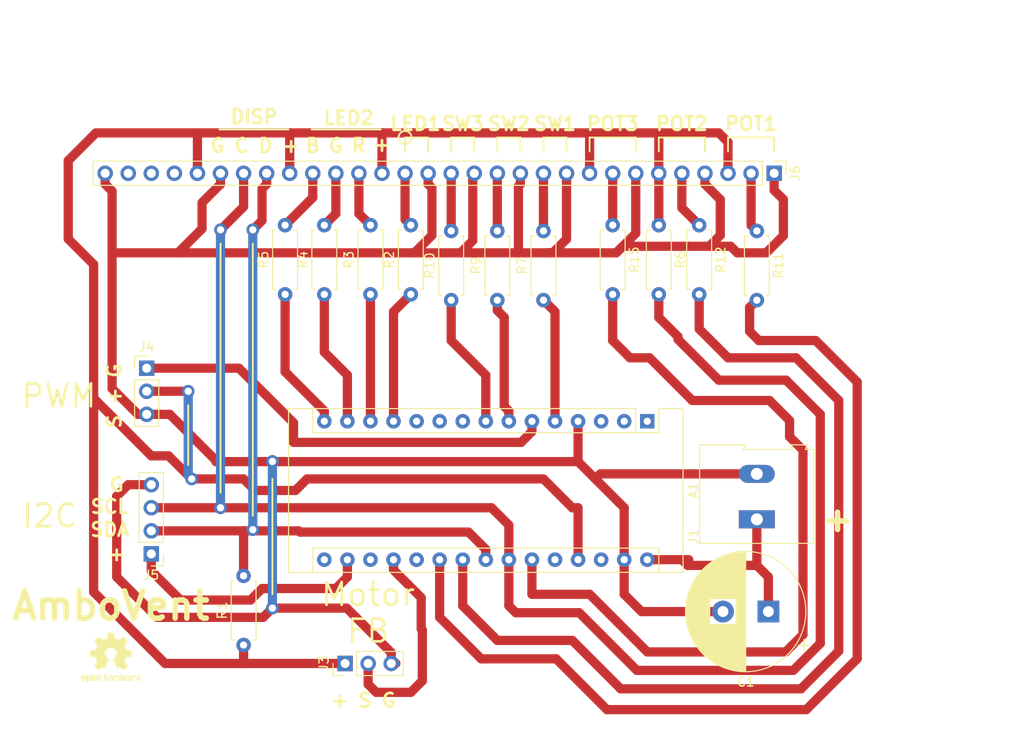
<source format=kicad_pcb>
(kicad_pcb (version 20171130) (host pcbnew "(5.0.1)-3")

  (general
    (thickness 1.6)
    (drawings 59)
    (tracks 258)
    (zones 0)
    (modules 24)
    (nets 43)
  )

  (page A4)
  (layers
    (0 F.Cu signal)
    (31 B.Cu signal)
    (32 B.Adhes user hide)
    (33 F.Adhes user hide)
    (34 B.Paste user hide)
    (35 F.Paste user hide)
    (36 B.SilkS user hide)
    (37 F.SilkS user)
    (38 B.Mask user hide)
    (39 F.Mask user hide)
    (40 Dwgs.User user hide)
    (41 Cmts.User user hide)
    (42 Eco1.User user hide)
    (43 Eco2.User user hide)
    (44 Edge.Cuts user hide)
    (45 Margin user)
    (46 B.CrtYd user hide)
    (47 F.CrtYd user hide)
    (48 B.Fab user hide)
    (49 F.Fab user hide)
  )

  (setup
    (last_trace_width 1.016)
    (trace_clearance 1.016)
    (zone_clearance 0.508)
    (zone_45_only no)
    (trace_min 0.2)
    (segment_width 0.2)
    (edge_width 0.15)
    (via_size 0.8)
    (via_drill 0.4)
    (via_min_size 0.4)
    (via_min_drill 0.3)
    (uvia_size 0.3)
    (uvia_drill 0.1)
    (uvias_allowed no)
    (uvia_min_size 0.2)
    (uvia_min_drill 0.1)
    (pcb_text_width 0.3)
    (pcb_text_size 1.5 1.5)
    (mod_edge_width 0.15)
    (mod_text_size 1 1)
    (mod_text_width 0.15)
    (pad_size 2.667 2.667)
    (pad_drill 1.3)
    (pad_to_mask_clearance 0.051)
    (solder_mask_min_width 0.25)
    (aux_axis_origin 0 0)
    (visible_elements 7FFFFFFF)
    (pcbplotparams
      (layerselection 0x02020_7fffffff)
      (usegerberextensions false)
      (usegerberattributes false)
      (usegerberadvancedattributes false)
      (creategerberjobfile false)
      (excludeedgelayer true)
      (linewidth 0.100000)
      (plotframeref false)
      (viasonmask false)
      (mode 1)
      (useauxorigin false)
      (hpglpennumber 1)
      (hpglpenspeed 20)
      (hpglpendiameter 15.000000)
      (psnegative false)
      (psa4output false)
      (plotreference true)
      (plotvalue true)
      (plotinvisibletext false)
      (padsonsilk false)
      (subtractmaskfromsilk false)
      (outputformat 4)
      (mirror false)
      (drillshape 0)
      (scaleselection 1)
      (outputdirectory "production"))
  )

  (net 0 "")
  (net 1 "Net-(A1-Pad1)")
  (net 2 "Net-(A1-Pad2)")
  (net 3 "Net-(A1-Pad18)")
  (net 4 "Net-(A1-Pad3)")
  (net 5 /MOTOR_FB)
  (net 6 GND)
  (net 7 /ISENSE)
  (net 8 "Net-(A1-Pad5)")
  (net 9 /CT1)
  (net 10 /MOTOR_PWM)
  (net 11 /CT2)
  (net 12 "Net-(A1-Pad7)")
  (net 13 "Net-(A1-Pad8)")
  (net 14 "Net-(A1-Pad9)")
  (net 15 "Net-(A1-Pad25)")
  (net 16 "Net-(A1-Pad10)")
  (net 17 "Net-(A1-Pad26)")
  (net 18 "Net-(A1-Pad11)")
  (net 19 +5V)
  (net 20 "Net-(A1-Pad12)")
  (net 21 "Net-(A1-Pad28)")
  (net 22 "Net-(A1-Pad13)")
  (net 23 "Net-(A1-Pad14)")
  (net 24 "Net-(A1-Pad15)")
  (net 25 "Net-(A1-Pad16)")
  (net 26 "Net-(A1-Pad21)")
  (net 27 "Net-(A1-Pad22)")
  (net 28 /SDA)
  (net 29 /SCL)
  (net 30 "Net-(A1-Pad30)")
  (net 31 /CT3)
  (net 32 /SW1)
  (net 33 /SW2)
  (net 34 /SW3)
  (net 35 /LED1)
  (net 36 /LED2_R)
  (net 37 /LED2_G)
  (net 38 /LED2_B)
  (net 39 +3V3)
  (net 40 "Net-(J6-Pad27)")
  (net 41 "Net-(J6-Pad28)")
  (net 42 "Net-(J6-Pad29)")

  (net_class Default "This is the default net class."
    (clearance 1.016)
    (trace_width 1.016)
    (via_dia 0.8)
    (via_drill 0.4)
    (uvia_dia 0.3)
    (uvia_drill 0.1)
    (add_net +3V3)
    (add_net +5V)
    (add_net /CT1)
    (add_net /CT2)
    (add_net /CT3)
    (add_net /ISENSE)
    (add_net /LED1)
    (add_net /LED2_B)
    (add_net /LED2_G)
    (add_net /LED2_R)
    (add_net /MOTOR_FB)
    (add_net /MOTOR_PWM)
    (add_net /SCL)
    (add_net /SDA)
    (add_net /SW1)
    (add_net /SW2)
    (add_net /SW3)
    (add_net GND)
    (add_net "Net-(A1-Pad1)")
    (add_net "Net-(A1-Pad10)")
    (add_net "Net-(A1-Pad11)")
    (add_net "Net-(A1-Pad12)")
    (add_net "Net-(A1-Pad13)")
    (add_net "Net-(A1-Pad14)")
    (add_net "Net-(A1-Pad15)")
    (add_net "Net-(A1-Pad16)")
    (add_net "Net-(A1-Pad18)")
    (add_net "Net-(A1-Pad2)")
    (add_net "Net-(A1-Pad21)")
    (add_net "Net-(A1-Pad22)")
    (add_net "Net-(A1-Pad25)")
    (add_net "Net-(A1-Pad26)")
    (add_net "Net-(A1-Pad28)")
    (add_net "Net-(A1-Pad3)")
    (add_net "Net-(A1-Pad30)")
    (add_net "Net-(A1-Pad5)")
    (add_net "Net-(A1-Pad7)")
    (add_net "Net-(A1-Pad8)")
    (add_net "Net-(A1-Pad9)")
    (add_net "Net-(J6-Pad27)")
    (add_net "Net-(J6-Pad28)")
    (add_net "Net-(J6-Pad29)")
  )

  (module TerminalBlock:TerminalBlock_Altech_AK300-2_P5.00mm (layer F.Cu) (tedit 59FF0306) (tstamp 5E84944B)
    (at 140.335 100.965 90)
    (descr "Altech AK300 terminal block, pitch 5.0mm, 45 degree angled, see http://www.mouser.com/ds/2/16/PCBMETRC-24178.pdf")
    (tags "Altech AK300 terminal block pitch 5.0mm")
    (path /5E7A6AC8)
    (fp_text reference J1 (at -1.92 -6.99 90) (layer F.SilkS)
      (effects (font (size 1 1) (thickness 0.15)))
    )
    (fp_text value Conn_01x02 (at 2.78 7.75 90) (layer F.Fab)
      (effects (font (size 1 1) (thickness 0.15)))
    )
    (fp_text user %R (at 2.5 -2 90) (layer F.Fab)
      (effects (font (size 1 1) (thickness 0.15)))
    )
    (fp_line (start -2.65 -6.3) (end -2.65 6.3) (layer F.SilkS) (width 0.12))
    (fp_line (start -2.65 6.3) (end 7.7 6.3) (layer F.SilkS) (width 0.12))
    (fp_line (start 7.7 6.3) (end 7.7 5.35) (layer F.SilkS) (width 0.12))
    (fp_line (start 7.7 5.35) (end 8.2 5.6) (layer F.SilkS) (width 0.12))
    (fp_line (start 8.2 5.6) (end 8.2 3.7) (layer F.SilkS) (width 0.12))
    (fp_line (start 8.2 3.7) (end 8.2 3.65) (layer F.SilkS) (width 0.12))
    (fp_line (start 8.2 3.65) (end 7.7 3.9) (layer F.SilkS) (width 0.12))
    (fp_line (start 7.7 3.9) (end 7.7 -1.5) (layer F.SilkS) (width 0.12))
    (fp_line (start 7.7 -1.5) (end 8.2 -1.2) (layer F.SilkS) (width 0.12))
    (fp_line (start 8.2 -1.2) (end 8.2 -6.3) (layer F.SilkS) (width 0.12))
    (fp_line (start 8.2 -6.3) (end -2.65 -6.3) (layer F.SilkS) (width 0.12))
    (fp_line (start -1.26 2.54) (end 1.28 2.54) (layer F.Fab) (width 0.1))
    (fp_line (start 1.28 2.54) (end 1.28 -0.25) (layer F.Fab) (width 0.1))
    (fp_line (start -1.26 -0.25) (end 1.28 -0.25) (layer F.Fab) (width 0.1))
    (fp_line (start -1.26 2.54) (end -1.26 -0.25) (layer F.Fab) (width 0.1))
    (fp_line (start 3.74 2.54) (end 6.28 2.54) (layer F.Fab) (width 0.1))
    (fp_line (start 6.28 2.54) (end 6.28 -0.25) (layer F.Fab) (width 0.1))
    (fp_line (start 3.74 -0.25) (end 6.28 -0.25) (layer F.Fab) (width 0.1))
    (fp_line (start 3.74 2.54) (end 3.74 -0.25) (layer F.Fab) (width 0.1))
    (fp_line (start 7.61 -6.22) (end 7.61 -3.17) (layer F.Fab) (width 0.1))
    (fp_line (start 7.61 -6.22) (end -2.58 -6.22) (layer F.Fab) (width 0.1))
    (fp_line (start 7.61 -6.22) (end 8.11 -6.22) (layer F.Fab) (width 0.1))
    (fp_line (start 8.11 -6.22) (end 8.11 -1.4) (layer F.Fab) (width 0.1))
    (fp_line (start 8.11 -1.4) (end 7.61 -1.65) (layer F.Fab) (width 0.1))
    (fp_line (start 8.11 5.46) (end 7.61 5.21) (layer F.Fab) (width 0.1))
    (fp_line (start 7.61 5.21) (end 7.61 6.22) (layer F.Fab) (width 0.1))
    (fp_line (start 8.11 3.81) (end 7.61 4.06) (layer F.Fab) (width 0.1))
    (fp_line (start 7.61 4.06) (end 7.61 5.21) (layer F.Fab) (width 0.1))
    (fp_line (start 8.11 3.81) (end 8.11 5.46) (layer F.Fab) (width 0.1))
    (fp_line (start 2.98 6.22) (end 2.98 4.32) (layer F.Fab) (width 0.1))
    (fp_line (start 7.05 -0.25) (end 7.05 4.32) (layer F.Fab) (width 0.1))
    (fp_line (start 2.98 6.22) (end 7.05 6.22) (layer F.Fab) (width 0.1))
    (fp_line (start 7.05 6.22) (end 7.61 6.22) (layer F.Fab) (width 0.1))
    (fp_line (start 2.04 6.22) (end 2.04 4.32) (layer F.Fab) (width 0.1))
    (fp_line (start 2.04 6.22) (end 2.98 6.22) (layer F.Fab) (width 0.1))
    (fp_line (start -2.02 -0.25) (end -2.02 4.32) (layer F.Fab) (width 0.1))
    (fp_line (start -2.58 6.22) (end -2.02 6.22) (layer F.Fab) (width 0.1))
    (fp_line (start -2.02 6.22) (end 2.04 6.22) (layer F.Fab) (width 0.1))
    (fp_line (start 2.98 4.32) (end 7.05 4.32) (layer F.Fab) (width 0.1))
    (fp_line (start 2.98 4.32) (end 2.98 -0.25) (layer F.Fab) (width 0.1))
    (fp_line (start 7.05 4.32) (end 7.05 6.22) (layer F.Fab) (width 0.1))
    (fp_line (start 2.04 4.32) (end -2.02 4.32) (layer F.Fab) (width 0.1))
    (fp_line (start 2.04 4.32) (end 2.04 -0.25) (layer F.Fab) (width 0.1))
    (fp_line (start -2.02 4.32) (end -2.02 6.22) (layer F.Fab) (width 0.1))
    (fp_line (start 6.67 3.68) (end 6.67 0.51) (layer F.Fab) (width 0.1))
    (fp_line (start 6.67 3.68) (end 3.36 3.68) (layer F.Fab) (width 0.1))
    (fp_line (start 3.36 3.68) (end 3.36 0.51) (layer F.Fab) (width 0.1))
    (fp_line (start 1.66 3.68) (end 1.66 0.51) (layer F.Fab) (width 0.1))
    (fp_line (start 1.66 3.68) (end -1.64 3.68) (layer F.Fab) (width 0.1))
    (fp_line (start -1.64 3.68) (end -1.64 0.51) (layer F.Fab) (width 0.1))
    (fp_line (start -1.64 0.51) (end -1.26 0.51) (layer F.Fab) (width 0.1))
    (fp_line (start 1.66 0.51) (end 1.28 0.51) (layer F.Fab) (width 0.1))
    (fp_line (start 3.36 0.51) (end 3.74 0.51) (layer F.Fab) (width 0.1))
    (fp_line (start 6.67 0.51) (end 6.28 0.51) (layer F.Fab) (width 0.1))
    (fp_line (start -2.58 6.22) (end -2.58 -0.64) (layer F.Fab) (width 0.1))
    (fp_line (start -2.58 -0.64) (end -2.58 -3.17) (layer F.Fab) (width 0.1))
    (fp_line (start 7.61 -1.65) (end 7.61 -0.64) (layer F.Fab) (width 0.1))
    (fp_line (start 7.61 -0.64) (end 7.61 4.06) (layer F.Fab) (width 0.1))
    (fp_line (start -2.58 -3.17) (end 7.61 -3.17) (layer F.Fab) (width 0.1))
    (fp_line (start -2.58 -3.17) (end -2.58 -6.22) (layer F.Fab) (width 0.1))
    (fp_line (start 7.61 -3.17) (end 7.61 -1.65) (layer F.Fab) (width 0.1))
    (fp_line (start 2.98 -3.43) (end 2.98 -5.97) (layer F.Fab) (width 0.1))
    (fp_line (start 2.98 -5.97) (end 7.05 -5.97) (layer F.Fab) (width 0.1))
    (fp_line (start 7.05 -5.97) (end 7.05 -3.43) (layer F.Fab) (width 0.1))
    (fp_line (start 7.05 -3.43) (end 2.98 -3.43) (layer F.Fab) (width 0.1))
    (fp_line (start 2.04 -3.43) (end 2.04 -5.97) (layer F.Fab) (width 0.1))
    (fp_line (start 2.04 -3.43) (end -2.02 -3.43) (layer F.Fab) (width 0.1))
    (fp_line (start -2.02 -3.43) (end -2.02 -5.97) (layer F.Fab) (width 0.1))
    (fp_line (start 2.04 -5.97) (end -2.02 -5.97) (layer F.Fab) (width 0.1))
    (fp_line (start 3.39 -4.45) (end 6.44 -5.08) (layer F.Fab) (width 0.1))
    (fp_line (start 3.52 -4.32) (end 6.56 -4.95) (layer F.Fab) (width 0.1))
    (fp_line (start -1.62 -4.45) (end 1.44 -5.08) (layer F.Fab) (width 0.1))
    (fp_line (start -1.49 -4.32) (end 1.56 -4.95) (layer F.Fab) (width 0.1))
    (fp_line (start -2.02 -0.25) (end -1.64 -0.25) (layer F.Fab) (width 0.1))
    (fp_line (start 2.04 -0.25) (end 1.66 -0.25) (layer F.Fab) (width 0.1))
    (fp_line (start 1.66 -0.25) (end -1.64 -0.25) (layer F.Fab) (width 0.1))
    (fp_line (start -2.58 -0.64) (end -1.64 -0.64) (layer F.Fab) (width 0.1))
    (fp_line (start -1.64 -0.64) (end 1.66 -0.64) (layer F.Fab) (width 0.1))
    (fp_line (start 1.66 -0.64) (end 3.36 -0.64) (layer F.Fab) (width 0.1))
    (fp_line (start 7.61 -0.64) (end 6.67 -0.64) (layer F.Fab) (width 0.1))
    (fp_line (start 6.67 -0.64) (end 3.36 -0.64) (layer F.Fab) (width 0.1))
    (fp_line (start 7.05 -0.25) (end 6.67 -0.25) (layer F.Fab) (width 0.1))
    (fp_line (start 2.98 -0.25) (end 3.36 -0.25) (layer F.Fab) (width 0.1))
    (fp_line (start 3.36 -0.25) (end 6.67 -0.25) (layer F.Fab) (width 0.1))
    (fp_line (start -2.83 -6.47) (end 8.36 -6.47) (layer F.CrtYd) (width 0.05))
    (fp_line (start -2.83 -6.47) (end -2.83 6.47) (layer F.CrtYd) (width 0.05))
    (fp_line (start 8.36 6.47) (end 8.36 -6.47) (layer F.CrtYd) (width 0.05))
    (fp_line (start 8.36 6.47) (end -2.83 6.47) (layer F.CrtYd) (width 0.05))
    (fp_arc (start 6.03 -4.59) (end 6.54 -5.05) (angle 90.5) (layer F.Fab) (width 0.1))
    (fp_arc (start 5.07 -6.07) (end 6.53 -4.12) (angle 75.5) (layer F.Fab) (width 0.1))
    (fp_arc (start 4.99 -3.71) (end 3.39 -5) (angle 100) (layer F.Fab) (width 0.1))
    (fp_arc (start 3.87 -4.65) (end 3.58 -4.13) (angle 104.2) (layer F.Fab) (width 0.1))
    (fp_arc (start 1.03 -4.59) (end 1.53 -5.05) (angle 90.5) (layer F.Fab) (width 0.1))
    (fp_arc (start 0.06 -6.07) (end 1.53 -4.12) (angle 75.5) (layer F.Fab) (width 0.1))
    (fp_arc (start -0.01 -3.71) (end -1.62 -5) (angle 100) (layer F.Fab) (width 0.1))
    (fp_arc (start -1.13 -4.65) (end -1.42 -4.13) (angle 104.2) (layer F.Fab) (width 0.1))
    (pad 1 thru_hole rect (at 0 0 90) (size 1.98 3.96) (drill 1.32) (layers *.Cu *.Mask)
      (net 30 "Net-(A1-Pad30)"))
    (pad 2 thru_hole oval (at 5 0 90) (size 1.98 3.96) (drill 1.32) (layers *.Cu *.Mask)
      (net 6 GND))
    (model ${KISYS3DMOD}/TerminalBlock.3dshapes/TerminalBlock_Altech_AK300-2_P5.00mm.wrl
      (at (xyz 0 0 0))
      (scale (xyz 1 1 1))
      (rotate (xyz 0 0 0))
    )
  )

  (module MountingHole:MountingHole_3.2mm_M3 (layer F.Cu) (tedit 56D1B4CB) (tstamp 5E92066C)
    (at 60.96 120.65)
    (descr "Mounting Hole 3.2mm, no annular, M3")
    (tags "mounting hole 3.2mm no annular m3")
    (path /5E8469D2)
    (attr virtual)
    (fp_text reference H1 (at 0 -4.2) (layer F.SilkS) hide
      (effects (font (size 1 1) (thickness 0.15)))
    )
    (fp_text value MountingHole (at 0 4.2) (layer F.Fab)
      (effects (font (size 1 1) (thickness 0.15)))
    )
    (fp_text user %R (at 0.3 0) (layer F.Fab)
      (effects (font (size 1 1) (thickness 0.15)))
    )
    (fp_circle (center 0 0) (end 3.2 0) (layer Cmts.User) (width 0.15))
    (fp_circle (center 0 0) (end 3.45 0) (layer F.CrtYd) (width 0.05))
    (pad 1 np_thru_hole circle (at 0 0) (size 3.2 3.2) (drill 3.2) (layers *.Cu *.Mask))
  )

  (module MountingHole:MountingHole_3.2mm_M3 (layer F.Cu) (tedit 56D1B4CB) (tstamp 5E920674)
    (at 152.4 121.285)
    (descr "Mounting Hole 3.2mm, no annular, M3")
    (tags "mounting hole 3.2mm no annular m3")
    (path /5E846AF4)
    (attr virtual)
    (fp_text reference H2 (at 0 -4.2) (layer F.SilkS) hide
      (effects (font (size 1 1) (thickness 0.15)))
    )
    (fp_text value MountingHole (at 0 4.2) (layer F.Fab)
      (effects (font (size 1 1) (thickness 0.15)))
    )
    (fp_circle (center 0 0) (end 3.45 0) (layer F.CrtYd) (width 0.05))
    (fp_circle (center 0 0) (end 3.2 0) (layer Cmts.User) (width 0.15))
    (fp_text user %R (at 0.3 0) (layer F.Fab)
      (effects (font (size 1 1) (thickness 0.15)))
    )
    (pad 1 np_thru_hole circle (at 0 0) (size 3.2 3.2) (drill 3.2) (layers *.Cu *.Mask))
  )

  (module MountingHole:MountingHole_3.2mm_M3 (layer F.Cu) (tedit 56D1B4CB) (tstamp 5E7A6527)
    (at 60.96 59.055)
    (descr "Mounting Hole 3.2mm, no annular, M3")
    (tags "mounting hole 3.2mm no annular m3")
    (path /5E846B4C)
    (attr virtual)
    (fp_text reference H3 (at 0 -4.2) (layer F.SilkS) hide
      (effects (font (size 1 1) (thickness 0.15)))
    )
    (fp_text value MountingHole (at 0 4.2) (layer F.Fab)
      (effects (font (size 1 1) (thickness 0.15)))
    )
    (fp_text user %R (at 0.3 0) (layer F.Fab)
      (effects (font (size 1 1) (thickness 0.15)))
    )
    (fp_circle (center 0 0) (end 3.2 0) (layer Cmts.User) (width 0.15))
    (fp_circle (center 0 0) (end 3.45 0) (layer F.CrtYd) (width 0.05))
    (pad 1 np_thru_hole circle (at 0 0) (size 3.2 3.2) (drill 3.2) (layers *.Cu *.Mask))
  )

  (module MountingHole:MountingHole_3.2mm_M3 (layer F.Cu) (tedit 56D1B4CB) (tstamp 5E920684)
    (at 152.4 59.055)
    (descr "Mounting Hole 3.2mm, no annular, M3")
    (tags "mounting hole 3.2mm no annular m3")
    (path /5E846BB2)
    (attr virtual)
    (fp_text reference H4 (at 0 -4.2) (layer F.SilkS) hide
      (effects (font (size 1 1) (thickness 0.15)))
    )
    (fp_text value MountingHole (at 0 4.2) (layer F.Fab)
      (effects (font (size 1 1) (thickness 0.15)))
    )
    (fp_circle (center 0 0) (end 3.45 0) (layer F.CrtYd) (width 0.05))
    (fp_circle (center 0 0) (end 3.2 0) (layer Cmts.User) (width 0.15))
    (fp_text user %R (at 0.3 0) (layer F.Fab)
      (effects (font (size 1 1) (thickness 0.15)))
    )
    (pad 1 np_thru_hole circle (at 0 0) (size 3.2 3.2) (drill 3.2) (layers *.Cu *.Mask))
  )

  (module Module:Arduino_Nano (layer F.Cu) (tedit 58ACAF70) (tstamp 5E7E2A1C)
    (at 128.27 90.17 270)
    (descr "Arduino Nano, http://www.mouser.com/pdfdocs/Gravitech_Arduino_Nano3_0.pdf")
    (tags "Arduino Nano")
    (path /5E77D826)
    (fp_text reference A1 (at 7.62 -5.08 270) (layer F.SilkS)
      (effects (font (size 1 1) (thickness 0.15)))
    )
    (fp_text value Arduino_Nano_v3.x (at 8.89 19.05) (layer F.Fab)
      (effects (font (size 1 1) (thickness 0.15)))
    )
    (fp_text user %R (at 6.35 19.05) (layer F.Fab)
      (effects (font (size 1 1) (thickness 0.15)))
    )
    (fp_line (start 1.27 1.27) (end 1.27 -1.27) (layer F.SilkS) (width 0.12))
    (fp_line (start 1.27 -1.27) (end -1.4 -1.27) (layer F.SilkS) (width 0.12))
    (fp_line (start -1.4 1.27) (end -1.4 39.5) (layer F.SilkS) (width 0.12))
    (fp_line (start -1.4 -3.94) (end -1.4 -1.27) (layer F.SilkS) (width 0.12))
    (fp_line (start 13.97 -1.27) (end 16.64 -1.27) (layer F.SilkS) (width 0.12))
    (fp_line (start 13.97 -1.27) (end 13.97 36.83) (layer F.SilkS) (width 0.12))
    (fp_line (start 13.97 36.83) (end 16.64 36.83) (layer F.SilkS) (width 0.12))
    (fp_line (start 1.27 1.27) (end -1.4 1.27) (layer F.SilkS) (width 0.12))
    (fp_line (start 1.27 1.27) (end 1.27 36.83) (layer F.SilkS) (width 0.12))
    (fp_line (start 1.27 36.83) (end -1.4 36.83) (layer F.SilkS) (width 0.12))
    (fp_line (start 3.81 31.75) (end 11.43 31.75) (layer F.Fab) (width 0.1))
    (fp_line (start 11.43 31.75) (end 11.43 41.91) (layer F.Fab) (width 0.1))
    (fp_line (start 11.43 41.91) (end 3.81 41.91) (layer F.Fab) (width 0.1))
    (fp_line (start 3.81 41.91) (end 3.81 31.75) (layer F.Fab) (width 0.1))
    (fp_line (start -1.4 39.5) (end 16.64 39.5) (layer F.SilkS) (width 0.12))
    (fp_line (start 16.64 39.5) (end 16.64 -3.94) (layer F.SilkS) (width 0.12))
    (fp_line (start 16.64 -3.94) (end -1.4 -3.94) (layer F.SilkS) (width 0.12))
    (fp_line (start 16.51 39.37) (end -1.27 39.37) (layer F.Fab) (width 0.1))
    (fp_line (start -1.27 39.37) (end -1.27 -2.54) (layer F.Fab) (width 0.1))
    (fp_line (start -1.27 -2.54) (end 0 -3.81) (layer F.Fab) (width 0.1))
    (fp_line (start 0 -3.81) (end 16.51 -3.81) (layer F.Fab) (width 0.1))
    (fp_line (start 16.51 -3.81) (end 16.51 39.37) (layer F.Fab) (width 0.1))
    (fp_line (start -1.53 -4.06) (end 16.75 -4.06) (layer F.CrtYd) (width 0.05))
    (fp_line (start -1.53 -4.06) (end -1.53 42.16) (layer F.CrtYd) (width 0.05))
    (fp_line (start 16.75 42.16) (end 16.75 -4.06) (layer F.CrtYd) (width 0.05))
    (fp_line (start 16.75 42.16) (end -1.53 42.16) (layer F.CrtYd) (width 0.05))
    (pad 1 thru_hole rect (at 0 0 270) (size 1.6 1.6) (drill 0.8) (layers *.Cu *.Mask)
      (net 1 "Net-(A1-Pad1)"))
    (pad 17 thru_hole oval (at 15.24 33.02 270) (size 1.6 1.6) (drill 0.8) (layers *.Cu *.Mask)
      (net 39 +3V3))
    (pad 2 thru_hole oval (at 0 2.54 270) (size 1.6 1.6) (drill 0.8) (layers *.Cu *.Mask)
      (net 2 "Net-(A1-Pad2)"))
    (pad 18 thru_hole oval (at 15.24 30.48 270) (size 1.6 1.6) (drill 0.8) (layers *.Cu *.Mask)
      (net 3 "Net-(A1-Pad18)"))
    (pad 3 thru_hole oval (at 0 5.08 270) (size 1.6 1.6) (drill 0.8) (layers *.Cu *.Mask)
      (net 4 "Net-(A1-Pad3)"))
    (pad 19 thru_hole oval (at 15.24 27.94 270) (size 1.6 1.6) (drill 0.8) (layers *.Cu *.Mask)
      (net 5 /MOTOR_FB))
    (pad 4 thru_hole oval (at 0 7.62 270) (size 1.6 1.6) (drill 0.8) (layers *.Cu *.Mask)
      (net 6 GND))
    (pad 20 thru_hole oval (at 15.24 25.4 270) (size 1.6 1.6) (drill 0.8) (layers *.Cu *.Mask)
      (net 7 /ISENSE))
    (pad 5 thru_hole oval (at 0 10.16 270) (size 1.6 1.6) (drill 0.8) (layers *.Cu *.Mask)
      (net 8 "Net-(A1-Pad5)"))
    (pad 21 thru_hole oval (at 15.24 22.86 270) (size 1.6 1.6) (drill 0.8) (layers *.Cu *.Mask)
      (net 26 "Net-(A1-Pad21)"))
    (pad 6 thru_hole oval (at 0 12.7 270) (size 1.6 1.6) (drill 0.8) (layers *.Cu *.Mask)
      (net 10 /MOTOR_PWM))
    (pad 22 thru_hole oval (at 15.24 20.32 270) (size 1.6 1.6) (drill 0.8) (layers *.Cu *.Mask)
      (net 27 "Net-(A1-Pad22)"))
    (pad 7 thru_hole oval (at 0 15.24 270) (size 1.6 1.6) (drill 0.8) (layers *.Cu *.Mask)
      (net 12 "Net-(A1-Pad7)"))
    (pad 23 thru_hole oval (at 15.24 17.78 270) (size 1.6 1.6) (drill 0.8) (layers *.Cu *.Mask)
      (net 28 /SDA))
    (pad 8 thru_hole oval (at 0 17.78 270) (size 1.6 1.6) (drill 0.8) (layers *.Cu *.Mask)
      (net 13 "Net-(A1-Pad8)"))
    (pad 24 thru_hole oval (at 15.24 15.24 270) (size 1.6 1.6) (drill 0.8) (layers *.Cu *.Mask)
      (net 29 /SCL))
    (pad 9 thru_hole oval (at 0 20.32 270) (size 1.6 1.6) (drill 0.8) (layers *.Cu *.Mask)
      (net 14 "Net-(A1-Pad9)"))
    (pad 25 thru_hole oval (at 15.24 12.7 270) (size 1.6 1.6) (drill 0.8) (layers *.Cu *.Mask)
      (net 15 "Net-(A1-Pad25)"))
    (pad 10 thru_hole oval (at 0 22.86 270) (size 1.6 1.6) (drill 0.8) (layers *.Cu *.Mask)
      (net 16 "Net-(A1-Pad10)"))
    (pad 26 thru_hole oval (at 15.24 10.16 270) (size 1.6 1.6) (drill 0.8) (layers *.Cu *.Mask)
      (net 17 "Net-(A1-Pad26)"))
    (pad 11 thru_hole oval (at 0 25.4 270) (size 1.6 1.6) (drill 0.8) (layers *.Cu *.Mask)
      (net 18 "Net-(A1-Pad11)"))
    (pad 27 thru_hole oval (at 15.24 7.62 270) (size 1.6 1.6) (drill 0.8) (layers *.Cu *.Mask)
      (net 19 +5V))
    (pad 12 thru_hole oval (at 0 27.94 270) (size 1.6 1.6) (drill 0.8) (layers *.Cu *.Mask)
      (net 20 "Net-(A1-Pad12)"))
    (pad 28 thru_hole oval (at 15.24 5.08 270) (size 1.6 1.6) (drill 0.8) (layers *.Cu *.Mask)
      (net 21 "Net-(A1-Pad28)"))
    (pad 13 thru_hole oval (at 0 30.48 270) (size 1.6 1.6) (drill 0.8) (layers *.Cu *.Mask)
      (net 22 "Net-(A1-Pad13)"))
    (pad 29 thru_hole oval (at 15.24 2.54 270) (size 1.6 1.6) (drill 0.8) (layers *.Cu *.Mask)
      (net 6 GND))
    (pad 14 thru_hole oval (at 0 33.02 270) (size 1.6 1.6) (drill 0.8) (layers *.Cu *.Mask)
      (net 23 "Net-(A1-Pad14)"))
    (pad 30 thru_hole oval (at 15.24 0 270) (size 1.6 1.6) (drill 0.8) (layers *.Cu *.Mask)
      (net 30 "Net-(A1-Pad30)"))
    (pad 15 thru_hole oval (at 0 35.56 270) (size 1.6 1.6) (drill 0.8) (layers *.Cu *.Mask)
      (net 24 "Net-(A1-Pad15)"))
    (pad 16 thru_hole oval (at 15.24 35.56 270) (size 1.6 1.6) (drill 0.8) (layers *.Cu *.Mask)
      (net 25 "Net-(A1-Pad16)"))
    (model ${KISYS3DMOD}/Module.3dshapes/Arduino_Nano_WithMountingHoles.wrl
      (at (xyz 0 0 0))
      (scale (xyz 1 1 1))
      (rotate (xyz 0 0 0))
    )
  )

  (module Capacitor_THT:CP_Radial_D13.0mm_P5.00mm (layer F.Cu) (tedit 5AE50EF1) (tstamp 5E7E2B18)
    (at 141.605 111.125 180)
    (descr "CP, Radial series, Radial, pin pitch=5.00mm, , diameter=13mm, Electrolytic Capacitor")
    (tags "CP Radial series Radial pin pitch 5.00mm  diameter 13mm Electrolytic Capacitor")
    (path /5E780704)
    (fp_text reference C1 (at 2.5 -7.75 180) (layer F.SilkS)
      (effects (font (size 1 1) (thickness 0.15)))
    )
    (fp_text value CP (at 2.5 7.75 180) (layer F.Fab)
      (effects (font (size 1 1) (thickness 0.15)))
    )
    (fp_circle (center 2.5 0) (end 9 0) (layer F.Fab) (width 0.1))
    (fp_circle (center 2.5 0) (end 9.12 0) (layer F.SilkS) (width 0.12))
    (fp_circle (center 2.5 0) (end 9.25 0) (layer F.CrtYd) (width 0.05))
    (fp_line (start -3.082015 -2.8475) (end -1.782015 -2.8475) (layer F.Fab) (width 0.1))
    (fp_line (start -2.432015 -3.4975) (end -2.432015 -2.1975) (layer F.Fab) (width 0.1))
    (fp_line (start 2.5 -6.58) (end 2.5 6.58) (layer F.SilkS) (width 0.12))
    (fp_line (start 2.54 -6.58) (end 2.54 6.58) (layer F.SilkS) (width 0.12))
    (fp_line (start 2.58 -6.58) (end 2.58 6.58) (layer F.SilkS) (width 0.12))
    (fp_line (start 2.62 -6.579) (end 2.62 6.579) (layer F.SilkS) (width 0.12))
    (fp_line (start 2.66 -6.579) (end 2.66 6.579) (layer F.SilkS) (width 0.12))
    (fp_line (start 2.7 -6.577) (end 2.7 6.577) (layer F.SilkS) (width 0.12))
    (fp_line (start 2.74 -6.576) (end 2.74 6.576) (layer F.SilkS) (width 0.12))
    (fp_line (start 2.78 -6.575) (end 2.78 6.575) (layer F.SilkS) (width 0.12))
    (fp_line (start 2.82 -6.573) (end 2.82 6.573) (layer F.SilkS) (width 0.12))
    (fp_line (start 2.86 -6.571) (end 2.86 6.571) (layer F.SilkS) (width 0.12))
    (fp_line (start 2.9 -6.568) (end 2.9 6.568) (layer F.SilkS) (width 0.12))
    (fp_line (start 2.94 -6.566) (end 2.94 6.566) (layer F.SilkS) (width 0.12))
    (fp_line (start 2.98 -6.563) (end 2.98 6.563) (layer F.SilkS) (width 0.12))
    (fp_line (start 3.02 -6.56) (end 3.02 6.56) (layer F.SilkS) (width 0.12))
    (fp_line (start 3.06 -6.557) (end 3.06 6.557) (layer F.SilkS) (width 0.12))
    (fp_line (start 3.1 -6.553) (end 3.1 6.553) (layer F.SilkS) (width 0.12))
    (fp_line (start 3.14 -6.549) (end 3.14 6.549) (layer F.SilkS) (width 0.12))
    (fp_line (start 3.18 -6.545) (end 3.18 6.545) (layer F.SilkS) (width 0.12))
    (fp_line (start 3.221 -6.541) (end 3.221 6.541) (layer F.SilkS) (width 0.12))
    (fp_line (start 3.261 -6.537) (end 3.261 6.537) (layer F.SilkS) (width 0.12))
    (fp_line (start 3.301 -6.532) (end 3.301 6.532) (layer F.SilkS) (width 0.12))
    (fp_line (start 3.341 -6.527) (end 3.341 6.527) (layer F.SilkS) (width 0.12))
    (fp_line (start 3.381 -6.522) (end 3.381 6.522) (layer F.SilkS) (width 0.12))
    (fp_line (start 3.421 -6.516) (end 3.421 6.516) (layer F.SilkS) (width 0.12))
    (fp_line (start 3.461 -6.511) (end 3.461 6.511) (layer F.SilkS) (width 0.12))
    (fp_line (start 3.501 -6.505) (end 3.501 6.505) (layer F.SilkS) (width 0.12))
    (fp_line (start 3.541 -6.498) (end 3.541 6.498) (layer F.SilkS) (width 0.12))
    (fp_line (start 3.581 -6.492) (end 3.581 -1.44) (layer F.SilkS) (width 0.12))
    (fp_line (start 3.581 1.44) (end 3.581 6.492) (layer F.SilkS) (width 0.12))
    (fp_line (start 3.621 -6.485) (end 3.621 -1.44) (layer F.SilkS) (width 0.12))
    (fp_line (start 3.621 1.44) (end 3.621 6.485) (layer F.SilkS) (width 0.12))
    (fp_line (start 3.661 -6.478) (end 3.661 -1.44) (layer F.SilkS) (width 0.12))
    (fp_line (start 3.661 1.44) (end 3.661 6.478) (layer F.SilkS) (width 0.12))
    (fp_line (start 3.701 -6.471) (end 3.701 -1.44) (layer F.SilkS) (width 0.12))
    (fp_line (start 3.701 1.44) (end 3.701 6.471) (layer F.SilkS) (width 0.12))
    (fp_line (start 3.741 -6.463) (end 3.741 -1.44) (layer F.SilkS) (width 0.12))
    (fp_line (start 3.741 1.44) (end 3.741 6.463) (layer F.SilkS) (width 0.12))
    (fp_line (start 3.781 -6.456) (end 3.781 -1.44) (layer F.SilkS) (width 0.12))
    (fp_line (start 3.781 1.44) (end 3.781 6.456) (layer F.SilkS) (width 0.12))
    (fp_line (start 3.821 -6.448) (end 3.821 -1.44) (layer F.SilkS) (width 0.12))
    (fp_line (start 3.821 1.44) (end 3.821 6.448) (layer F.SilkS) (width 0.12))
    (fp_line (start 3.861 -6.439) (end 3.861 -1.44) (layer F.SilkS) (width 0.12))
    (fp_line (start 3.861 1.44) (end 3.861 6.439) (layer F.SilkS) (width 0.12))
    (fp_line (start 3.901 -6.431) (end 3.901 -1.44) (layer F.SilkS) (width 0.12))
    (fp_line (start 3.901 1.44) (end 3.901 6.431) (layer F.SilkS) (width 0.12))
    (fp_line (start 3.941 -6.422) (end 3.941 -1.44) (layer F.SilkS) (width 0.12))
    (fp_line (start 3.941 1.44) (end 3.941 6.422) (layer F.SilkS) (width 0.12))
    (fp_line (start 3.981 -6.413) (end 3.981 -1.44) (layer F.SilkS) (width 0.12))
    (fp_line (start 3.981 1.44) (end 3.981 6.413) (layer F.SilkS) (width 0.12))
    (fp_line (start 4.021 -6.404) (end 4.021 -1.44) (layer F.SilkS) (width 0.12))
    (fp_line (start 4.021 1.44) (end 4.021 6.404) (layer F.SilkS) (width 0.12))
    (fp_line (start 4.061 -6.394) (end 4.061 -1.44) (layer F.SilkS) (width 0.12))
    (fp_line (start 4.061 1.44) (end 4.061 6.394) (layer F.SilkS) (width 0.12))
    (fp_line (start 4.101 -6.384) (end 4.101 -1.44) (layer F.SilkS) (width 0.12))
    (fp_line (start 4.101 1.44) (end 4.101 6.384) (layer F.SilkS) (width 0.12))
    (fp_line (start 4.141 -6.374) (end 4.141 -1.44) (layer F.SilkS) (width 0.12))
    (fp_line (start 4.141 1.44) (end 4.141 6.374) (layer F.SilkS) (width 0.12))
    (fp_line (start 4.181 -6.364) (end 4.181 -1.44) (layer F.SilkS) (width 0.12))
    (fp_line (start 4.181 1.44) (end 4.181 6.364) (layer F.SilkS) (width 0.12))
    (fp_line (start 4.221 -6.353) (end 4.221 -1.44) (layer F.SilkS) (width 0.12))
    (fp_line (start 4.221 1.44) (end 4.221 6.353) (layer F.SilkS) (width 0.12))
    (fp_line (start 4.261 -6.342) (end 4.261 -1.44) (layer F.SilkS) (width 0.12))
    (fp_line (start 4.261 1.44) (end 4.261 6.342) (layer F.SilkS) (width 0.12))
    (fp_line (start 4.301 -6.331) (end 4.301 -1.44) (layer F.SilkS) (width 0.12))
    (fp_line (start 4.301 1.44) (end 4.301 6.331) (layer F.SilkS) (width 0.12))
    (fp_line (start 4.341 -6.32) (end 4.341 -1.44) (layer F.SilkS) (width 0.12))
    (fp_line (start 4.341 1.44) (end 4.341 6.32) (layer F.SilkS) (width 0.12))
    (fp_line (start 4.381 -6.308) (end 4.381 -1.44) (layer F.SilkS) (width 0.12))
    (fp_line (start 4.381 1.44) (end 4.381 6.308) (layer F.SilkS) (width 0.12))
    (fp_line (start 4.421 -6.296) (end 4.421 -1.44) (layer F.SilkS) (width 0.12))
    (fp_line (start 4.421 1.44) (end 4.421 6.296) (layer F.SilkS) (width 0.12))
    (fp_line (start 4.461 -6.284) (end 4.461 -1.44) (layer F.SilkS) (width 0.12))
    (fp_line (start 4.461 1.44) (end 4.461 6.284) (layer F.SilkS) (width 0.12))
    (fp_line (start 4.501 -6.271) (end 4.501 -1.44) (layer F.SilkS) (width 0.12))
    (fp_line (start 4.501 1.44) (end 4.501 6.271) (layer F.SilkS) (width 0.12))
    (fp_line (start 4.541 -6.258) (end 4.541 -1.44) (layer F.SilkS) (width 0.12))
    (fp_line (start 4.541 1.44) (end 4.541 6.258) (layer F.SilkS) (width 0.12))
    (fp_line (start 4.581 -6.245) (end 4.581 -1.44) (layer F.SilkS) (width 0.12))
    (fp_line (start 4.581 1.44) (end 4.581 6.245) (layer F.SilkS) (width 0.12))
    (fp_line (start 4.621 -6.232) (end 4.621 -1.44) (layer F.SilkS) (width 0.12))
    (fp_line (start 4.621 1.44) (end 4.621 6.232) (layer F.SilkS) (width 0.12))
    (fp_line (start 4.661 -6.218) (end 4.661 -1.44) (layer F.SilkS) (width 0.12))
    (fp_line (start 4.661 1.44) (end 4.661 6.218) (layer F.SilkS) (width 0.12))
    (fp_line (start 4.701 -6.204) (end 4.701 -1.44) (layer F.SilkS) (width 0.12))
    (fp_line (start 4.701 1.44) (end 4.701 6.204) (layer F.SilkS) (width 0.12))
    (fp_line (start 4.741 -6.19) (end 4.741 -1.44) (layer F.SilkS) (width 0.12))
    (fp_line (start 4.741 1.44) (end 4.741 6.19) (layer F.SilkS) (width 0.12))
    (fp_line (start 4.781 -6.175) (end 4.781 -1.44) (layer F.SilkS) (width 0.12))
    (fp_line (start 4.781 1.44) (end 4.781 6.175) (layer F.SilkS) (width 0.12))
    (fp_line (start 4.821 -6.161) (end 4.821 -1.44) (layer F.SilkS) (width 0.12))
    (fp_line (start 4.821 1.44) (end 4.821 6.161) (layer F.SilkS) (width 0.12))
    (fp_line (start 4.861 -6.146) (end 4.861 -1.44) (layer F.SilkS) (width 0.12))
    (fp_line (start 4.861 1.44) (end 4.861 6.146) (layer F.SilkS) (width 0.12))
    (fp_line (start 4.901 -6.13) (end 4.901 -1.44) (layer F.SilkS) (width 0.12))
    (fp_line (start 4.901 1.44) (end 4.901 6.13) (layer F.SilkS) (width 0.12))
    (fp_line (start 4.941 -6.114) (end 4.941 -1.44) (layer F.SilkS) (width 0.12))
    (fp_line (start 4.941 1.44) (end 4.941 6.114) (layer F.SilkS) (width 0.12))
    (fp_line (start 4.981 -6.098) (end 4.981 -1.44) (layer F.SilkS) (width 0.12))
    (fp_line (start 4.981 1.44) (end 4.981 6.098) (layer F.SilkS) (width 0.12))
    (fp_line (start 5.021 -6.082) (end 5.021 -1.44) (layer F.SilkS) (width 0.12))
    (fp_line (start 5.021 1.44) (end 5.021 6.082) (layer F.SilkS) (width 0.12))
    (fp_line (start 5.061 -6.065) (end 5.061 -1.44) (layer F.SilkS) (width 0.12))
    (fp_line (start 5.061 1.44) (end 5.061 6.065) (layer F.SilkS) (width 0.12))
    (fp_line (start 5.101 -6.049) (end 5.101 -1.44) (layer F.SilkS) (width 0.12))
    (fp_line (start 5.101 1.44) (end 5.101 6.049) (layer F.SilkS) (width 0.12))
    (fp_line (start 5.141 -6.031) (end 5.141 -1.44) (layer F.SilkS) (width 0.12))
    (fp_line (start 5.141 1.44) (end 5.141 6.031) (layer F.SilkS) (width 0.12))
    (fp_line (start 5.181 -6.014) (end 5.181 -1.44) (layer F.SilkS) (width 0.12))
    (fp_line (start 5.181 1.44) (end 5.181 6.014) (layer F.SilkS) (width 0.12))
    (fp_line (start 5.221 -5.996) (end 5.221 -1.44) (layer F.SilkS) (width 0.12))
    (fp_line (start 5.221 1.44) (end 5.221 5.996) (layer F.SilkS) (width 0.12))
    (fp_line (start 5.261 -5.978) (end 5.261 -1.44) (layer F.SilkS) (width 0.12))
    (fp_line (start 5.261 1.44) (end 5.261 5.978) (layer F.SilkS) (width 0.12))
    (fp_line (start 5.301 -5.959) (end 5.301 -1.44) (layer F.SilkS) (width 0.12))
    (fp_line (start 5.301 1.44) (end 5.301 5.959) (layer F.SilkS) (width 0.12))
    (fp_line (start 5.341 -5.94) (end 5.341 -1.44) (layer F.SilkS) (width 0.12))
    (fp_line (start 5.341 1.44) (end 5.341 5.94) (layer F.SilkS) (width 0.12))
    (fp_line (start 5.381 -5.921) (end 5.381 -1.44) (layer F.SilkS) (width 0.12))
    (fp_line (start 5.381 1.44) (end 5.381 5.921) (layer F.SilkS) (width 0.12))
    (fp_line (start 5.421 -5.902) (end 5.421 -1.44) (layer F.SilkS) (width 0.12))
    (fp_line (start 5.421 1.44) (end 5.421 5.902) (layer F.SilkS) (width 0.12))
    (fp_line (start 5.461 -5.882) (end 5.461 -1.44) (layer F.SilkS) (width 0.12))
    (fp_line (start 5.461 1.44) (end 5.461 5.882) (layer F.SilkS) (width 0.12))
    (fp_line (start 5.501 -5.862) (end 5.501 -1.44) (layer F.SilkS) (width 0.12))
    (fp_line (start 5.501 1.44) (end 5.501 5.862) (layer F.SilkS) (width 0.12))
    (fp_line (start 5.541 -5.841) (end 5.541 -1.44) (layer F.SilkS) (width 0.12))
    (fp_line (start 5.541 1.44) (end 5.541 5.841) (layer F.SilkS) (width 0.12))
    (fp_line (start 5.581 -5.82) (end 5.581 -1.44) (layer F.SilkS) (width 0.12))
    (fp_line (start 5.581 1.44) (end 5.581 5.82) (layer F.SilkS) (width 0.12))
    (fp_line (start 5.621 -5.799) (end 5.621 -1.44) (layer F.SilkS) (width 0.12))
    (fp_line (start 5.621 1.44) (end 5.621 5.799) (layer F.SilkS) (width 0.12))
    (fp_line (start 5.661 -5.778) (end 5.661 -1.44) (layer F.SilkS) (width 0.12))
    (fp_line (start 5.661 1.44) (end 5.661 5.778) (layer F.SilkS) (width 0.12))
    (fp_line (start 5.701 -5.756) (end 5.701 -1.44) (layer F.SilkS) (width 0.12))
    (fp_line (start 5.701 1.44) (end 5.701 5.756) (layer F.SilkS) (width 0.12))
    (fp_line (start 5.741 -5.733) (end 5.741 -1.44) (layer F.SilkS) (width 0.12))
    (fp_line (start 5.741 1.44) (end 5.741 5.733) (layer F.SilkS) (width 0.12))
    (fp_line (start 5.781 -5.711) (end 5.781 -1.44) (layer F.SilkS) (width 0.12))
    (fp_line (start 5.781 1.44) (end 5.781 5.711) (layer F.SilkS) (width 0.12))
    (fp_line (start 5.821 -5.688) (end 5.821 -1.44) (layer F.SilkS) (width 0.12))
    (fp_line (start 5.821 1.44) (end 5.821 5.688) (layer F.SilkS) (width 0.12))
    (fp_line (start 5.861 -5.664) (end 5.861 -1.44) (layer F.SilkS) (width 0.12))
    (fp_line (start 5.861 1.44) (end 5.861 5.664) (layer F.SilkS) (width 0.12))
    (fp_line (start 5.901 -5.641) (end 5.901 -1.44) (layer F.SilkS) (width 0.12))
    (fp_line (start 5.901 1.44) (end 5.901 5.641) (layer F.SilkS) (width 0.12))
    (fp_line (start 5.941 -5.617) (end 5.941 -1.44) (layer F.SilkS) (width 0.12))
    (fp_line (start 5.941 1.44) (end 5.941 5.617) (layer F.SilkS) (width 0.12))
    (fp_line (start 5.981 -5.592) (end 5.981 -1.44) (layer F.SilkS) (width 0.12))
    (fp_line (start 5.981 1.44) (end 5.981 5.592) (layer F.SilkS) (width 0.12))
    (fp_line (start 6.021 -5.567) (end 6.021 -1.44) (layer F.SilkS) (width 0.12))
    (fp_line (start 6.021 1.44) (end 6.021 5.567) (layer F.SilkS) (width 0.12))
    (fp_line (start 6.061 -5.542) (end 6.061 -1.44) (layer F.SilkS) (width 0.12))
    (fp_line (start 6.061 1.44) (end 6.061 5.542) (layer F.SilkS) (width 0.12))
    (fp_line (start 6.101 -5.516) (end 6.101 -1.44) (layer F.SilkS) (width 0.12))
    (fp_line (start 6.101 1.44) (end 6.101 5.516) (layer F.SilkS) (width 0.12))
    (fp_line (start 6.141 -5.49) (end 6.141 -1.44) (layer F.SilkS) (width 0.12))
    (fp_line (start 6.141 1.44) (end 6.141 5.49) (layer F.SilkS) (width 0.12))
    (fp_line (start 6.181 -5.463) (end 6.181 -1.44) (layer F.SilkS) (width 0.12))
    (fp_line (start 6.181 1.44) (end 6.181 5.463) (layer F.SilkS) (width 0.12))
    (fp_line (start 6.221 -5.436) (end 6.221 -1.44) (layer F.SilkS) (width 0.12))
    (fp_line (start 6.221 1.44) (end 6.221 5.436) (layer F.SilkS) (width 0.12))
    (fp_line (start 6.261 -5.409) (end 6.261 -1.44) (layer F.SilkS) (width 0.12))
    (fp_line (start 6.261 1.44) (end 6.261 5.409) (layer F.SilkS) (width 0.12))
    (fp_line (start 6.301 -5.381) (end 6.301 -1.44) (layer F.SilkS) (width 0.12))
    (fp_line (start 6.301 1.44) (end 6.301 5.381) (layer F.SilkS) (width 0.12))
    (fp_line (start 6.341 -5.353) (end 6.341 -1.44) (layer F.SilkS) (width 0.12))
    (fp_line (start 6.341 1.44) (end 6.341 5.353) (layer F.SilkS) (width 0.12))
    (fp_line (start 6.381 -5.324) (end 6.381 -1.44) (layer F.SilkS) (width 0.12))
    (fp_line (start 6.381 1.44) (end 6.381 5.324) (layer F.SilkS) (width 0.12))
    (fp_line (start 6.421 -5.295) (end 6.421 -1.44) (layer F.SilkS) (width 0.12))
    (fp_line (start 6.421 1.44) (end 6.421 5.295) (layer F.SilkS) (width 0.12))
    (fp_line (start 6.461 -5.265) (end 6.461 5.265) (layer F.SilkS) (width 0.12))
    (fp_line (start 6.501 -5.235) (end 6.501 5.235) (layer F.SilkS) (width 0.12))
    (fp_line (start 6.541 -5.205) (end 6.541 5.205) (layer F.SilkS) (width 0.12))
    (fp_line (start 6.581 -5.174) (end 6.581 5.174) (layer F.SilkS) (width 0.12))
    (fp_line (start 6.621 -5.142) (end 6.621 5.142) (layer F.SilkS) (width 0.12))
    (fp_line (start 6.661 -5.11) (end 6.661 5.11) (layer F.SilkS) (width 0.12))
    (fp_line (start 6.701 -5.078) (end 6.701 5.078) (layer F.SilkS) (width 0.12))
    (fp_line (start 6.741 -5.044) (end 6.741 5.044) (layer F.SilkS) (width 0.12))
    (fp_line (start 6.781 -5.011) (end 6.781 5.011) (layer F.SilkS) (width 0.12))
    (fp_line (start 6.821 -4.977) (end 6.821 4.977) (layer F.SilkS) (width 0.12))
    (fp_line (start 6.861 -4.942) (end 6.861 4.942) (layer F.SilkS) (width 0.12))
    (fp_line (start 6.901 -4.907) (end 6.901 4.907) (layer F.SilkS) (width 0.12))
    (fp_line (start 6.941 -4.871) (end 6.941 4.871) (layer F.SilkS) (width 0.12))
    (fp_line (start 6.981 -4.834) (end 6.981 4.834) (layer F.SilkS) (width 0.12))
    (fp_line (start 7.021 -4.797) (end 7.021 4.797) (layer F.SilkS) (width 0.12))
    (fp_line (start 7.061 -4.76) (end 7.061 4.76) (layer F.SilkS) (width 0.12))
    (fp_line (start 7.101 -4.721) (end 7.101 4.721) (layer F.SilkS) (width 0.12))
    (fp_line (start 7.141 -4.682) (end 7.141 4.682) (layer F.SilkS) (width 0.12))
    (fp_line (start 7.181 -4.643) (end 7.181 4.643) (layer F.SilkS) (width 0.12))
    (fp_line (start 7.221 -4.602) (end 7.221 4.602) (layer F.SilkS) (width 0.12))
    (fp_line (start 7.261 -4.561) (end 7.261 4.561) (layer F.SilkS) (width 0.12))
    (fp_line (start 7.301 -4.519) (end 7.301 4.519) (layer F.SilkS) (width 0.12))
    (fp_line (start 7.341 -4.477) (end 7.341 4.477) (layer F.SilkS) (width 0.12))
    (fp_line (start 7.381 -4.434) (end 7.381 4.434) (layer F.SilkS) (width 0.12))
    (fp_line (start 7.421 -4.39) (end 7.421 4.39) (layer F.SilkS) (width 0.12))
    (fp_line (start 7.461 -4.345) (end 7.461 4.345) (layer F.SilkS) (width 0.12))
    (fp_line (start 7.501 -4.299) (end 7.501 4.299) (layer F.SilkS) (width 0.12))
    (fp_line (start 7.541 -4.253) (end 7.541 4.253) (layer F.SilkS) (width 0.12))
    (fp_line (start 7.581 -4.205) (end 7.581 4.205) (layer F.SilkS) (width 0.12))
    (fp_line (start 7.621 -4.157) (end 7.621 4.157) (layer F.SilkS) (width 0.12))
    (fp_line (start 7.661 -4.108) (end 7.661 4.108) (layer F.SilkS) (width 0.12))
    (fp_line (start 7.701 -4.057) (end 7.701 4.057) (layer F.SilkS) (width 0.12))
    (fp_line (start 7.741 -4.006) (end 7.741 4.006) (layer F.SilkS) (width 0.12))
    (fp_line (start 7.781 -3.954) (end 7.781 3.954) (layer F.SilkS) (width 0.12))
    (fp_line (start 7.821 -3.9) (end 7.821 3.9) (layer F.SilkS) (width 0.12))
    (fp_line (start 7.861 -3.846) (end 7.861 3.846) (layer F.SilkS) (width 0.12))
    (fp_line (start 7.901 -3.79) (end 7.901 3.79) (layer F.SilkS) (width 0.12))
    (fp_line (start 7.941 -3.733) (end 7.941 3.733) (layer F.SilkS) (width 0.12))
    (fp_line (start 7.981 -3.675) (end 7.981 3.675) (layer F.SilkS) (width 0.12))
    (fp_line (start 8.021 -3.615) (end 8.021 3.615) (layer F.SilkS) (width 0.12))
    (fp_line (start 8.061 -3.554) (end 8.061 3.554) (layer F.SilkS) (width 0.12))
    (fp_line (start 8.101 -3.491) (end 8.101 3.491) (layer F.SilkS) (width 0.12))
    (fp_line (start 8.141 -3.427) (end 8.141 3.427) (layer F.SilkS) (width 0.12))
    (fp_line (start 8.181 -3.361) (end 8.181 3.361) (layer F.SilkS) (width 0.12))
    (fp_line (start 8.221 -3.293) (end 8.221 3.293) (layer F.SilkS) (width 0.12))
    (fp_line (start 8.261 -3.223) (end 8.261 3.223) (layer F.SilkS) (width 0.12))
    (fp_line (start 8.301 -3.152) (end 8.301 3.152) (layer F.SilkS) (width 0.12))
    (fp_line (start 8.341 -3.078) (end 8.341 3.078) (layer F.SilkS) (width 0.12))
    (fp_line (start 8.381 -3.002) (end 8.381 3.002) (layer F.SilkS) (width 0.12))
    (fp_line (start 8.421 -2.923) (end 8.421 2.923) (layer F.SilkS) (width 0.12))
    (fp_line (start 8.461 -2.842) (end 8.461 2.842) (layer F.SilkS) (width 0.12))
    (fp_line (start 8.501 -2.758) (end 8.501 2.758) (layer F.SilkS) (width 0.12))
    (fp_line (start 8.541 -2.67) (end 8.541 2.67) (layer F.SilkS) (width 0.12))
    (fp_line (start 8.581 -2.579) (end 8.581 2.579) (layer F.SilkS) (width 0.12))
    (fp_line (start 8.621 -2.484) (end 8.621 2.484) (layer F.SilkS) (width 0.12))
    (fp_line (start 8.661 -2.385) (end 8.661 2.385) (layer F.SilkS) (width 0.12))
    (fp_line (start 8.701 -2.281) (end 8.701 2.281) (layer F.SilkS) (width 0.12))
    (fp_line (start 8.741 -2.171) (end 8.741 2.171) (layer F.SilkS) (width 0.12))
    (fp_line (start 8.781 -2.055) (end 8.781 2.055) (layer F.SilkS) (width 0.12))
    (fp_line (start 8.821 -1.931) (end 8.821 1.931) (layer F.SilkS) (width 0.12))
    (fp_line (start 8.861 -1.798) (end 8.861 1.798) (layer F.SilkS) (width 0.12))
    (fp_line (start 8.901 -1.653) (end 8.901 1.653) (layer F.SilkS) (width 0.12))
    (fp_line (start 8.941 -1.494) (end 8.941 1.494) (layer F.SilkS) (width 0.12))
    (fp_line (start 8.981 -1.315) (end 8.981 1.315) (layer F.SilkS) (width 0.12))
    (fp_line (start 9.021 -1.107) (end 9.021 1.107) (layer F.SilkS) (width 0.12))
    (fp_line (start 9.061 -0.85) (end 9.061 0.85) (layer F.SilkS) (width 0.12))
    (fp_line (start 9.101 -0.475) (end 9.101 0.475) (layer F.SilkS) (width 0.12))
    (fp_line (start -4.584569 -3.715) (end -3.284569 -3.715) (layer F.SilkS) (width 0.12))
    (fp_line (start -3.934569 -4.365) (end -3.934569 -3.065) (layer F.SilkS) (width 0.12))
    (fp_text user %R (at 2.5 0 180) (layer F.Fab)
      (effects (font (size 1 1) (thickness 0.15)))
    )
    (pad 1 thru_hole rect (at 0 0 180) (size 2.4 2.4) (drill 1.2) (layers *.Cu *.Mask)
      (net 30 "Net-(A1-Pad30)"))
    (pad 2 thru_hole circle (at 5 0 180) (size 2.4 2.4) (drill 1.2) (layers *.Cu *.Mask)
      (net 6 GND))
    (model ${KISYS3DMOD}/Capacitor_THT.3dshapes/CP_Radial_D13.0mm_P5.00mm.wrl
      (at (xyz 0 0 0))
      (scale (xyz 1 1 1))
      (rotate (xyz 0 0 0))
    )
  )

  (module Connector_PinHeader_2.54mm:PinHeader_1x03_P2.54mm_Vertical (layer F.Cu) (tedit 59FED5CC) (tstamp 5E7E2BFD)
    (at 94.996 116.84 90)
    (descr "Through hole straight pin header, 1x03, 2.54mm pitch, single row")
    (tags "Through hole pin header THT 1x03 2.54mm single row")
    (path /5E7AE682)
    (fp_text reference J3 (at 0 -2.33 90) (layer F.SilkS)
      (effects (font (size 1 1) (thickness 0.15)))
    )
    (fp_text value "Header 1X3" (at 0 7.41 90) (layer F.Fab)
      (effects (font (size 1 1) (thickness 0.15)))
    )
    (fp_text user %R (at 0 2.54 180) (layer F.Fab)
      (effects (font (size 1 1) (thickness 0.15)))
    )
    (fp_line (start 1.8 -1.8) (end -1.8 -1.8) (layer F.CrtYd) (width 0.05))
    (fp_line (start 1.8 6.85) (end 1.8 -1.8) (layer F.CrtYd) (width 0.05))
    (fp_line (start -1.8 6.85) (end 1.8 6.85) (layer F.CrtYd) (width 0.05))
    (fp_line (start -1.8 -1.8) (end -1.8 6.85) (layer F.CrtYd) (width 0.05))
    (fp_line (start -1.33 -1.33) (end 0 -1.33) (layer F.SilkS) (width 0.12))
    (fp_line (start -1.33 0) (end -1.33 -1.33) (layer F.SilkS) (width 0.12))
    (fp_line (start -1.33 1.27) (end 1.33 1.27) (layer F.SilkS) (width 0.12))
    (fp_line (start 1.33 1.27) (end 1.33 6.41) (layer F.SilkS) (width 0.12))
    (fp_line (start -1.33 1.27) (end -1.33 6.41) (layer F.SilkS) (width 0.12))
    (fp_line (start -1.33 6.41) (end 1.33 6.41) (layer F.SilkS) (width 0.12))
    (fp_line (start -1.27 -0.635) (end -0.635 -1.27) (layer F.Fab) (width 0.1))
    (fp_line (start -1.27 6.35) (end -1.27 -0.635) (layer F.Fab) (width 0.1))
    (fp_line (start 1.27 6.35) (end -1.27 6.35) (layer F.Fab) (width 0.1))
    (fp_line (start 1.27 -1.27) (end 1.27 6.35) (layer F.Fab) (width 0.1))
    (fp_line (start -0.635 -1.27) (end 1.27 -1.27) (layer F.Fab) (width 0.1))
    (pad 3 thru_hole oval (at 0 5.08 90) (size 1.7 1.7) (drill 1) (layers *.Cu *.Mask)
      (net 6 GND))
    (pad 2 thru_hole oval (at 0 2.54 90) (size 1.7 1.7) (drill 1) (layers *.Cu *.Mask)
      (net 5 /MOTOR_FB))
    (pad 1 thru_hole rect (at 0 0 90) (size 1.7 1.7) (drill 1) (layers *.Cu *.Mask)
      (net 19 +5V))
    (model ${KISYS3DMOD}/Connector_PinHeader_2.54mm.3dshapes/PinHeader_1x03_P2.54mm_Vertical.wrl
      (at (xyz 0 0 0))
      (scale (xyz 1 1 1))
      (rotate (xyz 0 0 0))
    )
  )

  (module Connector_PinHeader_2.54mm:PinHeader_1x03_P2.54mm_Vertical (layer F.Cu) (tedit 59FED5CC) (tstamp 5E7E2C14)
    (at 73.152 84.328)
    (descr "Through hole straight pin header, 1x03, 2.54mm pitch, single row")
    (tags "Through hole pin header THT 1x03 2.54mm single row")
    (path /5E7B5A5B)
    (fp_text reference J4 (at 0 -2.33) (layer F.SilkS)
      (effects (font (size 1 1) (thickness 0.15)))
    )
    (fp_text value "Header 1X3" (at 0 7.41) (layer F.Fab)
      (effects (font (size 1 1) (thickness 0.15)))
    )
    (fp_line (start -0.635 -1.27) (end 1.27 -1.27) (layer F.Fab) (width 0.1))
    (fp_line (start 1.27 -1.27) (end 1.27 6.35) (layer F.Fab) (width 0.1))
    (fp_line (start 1.27 6.35) (end -1.27 6.35) (layer F.Fab) (width 0.1))
    (fp_line (start -1.27 6.35) (end -1.27 -0.635) (layer F.Fab) (width 0.1))
    (fp_line (start -1.27 -0.635) (end -0.635 -1.27) (layer F.Fab) (width 0.1))
    (fp_line (start -1.33 6.41) (end 1.33 6.41) (layer F.SilkS) (width 0.12))
    (fp_line (start -1.33 1.27) (end -1.33 6.41) (layer F.SilkS) (width 0.12))
    (fp_line (start 1.33 1.27) (end 1.33 6.41) (layer F.SilkS) (width 0.12))
    (fp_line (start -1.33 1.27) (end 1.33 1.27) (layer F.SilkS) (width 0.12))
    (fp_line (start -1.33 0) (end -1.33 -1.33) (layer F.SilkS) (width 0.12))
    (fp_line (start -1.33 -1.33) (end 0 -1.33) (layer F.SilkS) (width 0.12))
    (fp_line (start -1.8 -1.8) (end -1.8 6.85) (layer F.CrtYd) (width 0.05))
    (fp_line (start -1.8 6.85) (end 1.8 6.85) (layer F.CrtYd) (width 0.05))
    (fp_line (start 1.8 6.85) (end 1.8 -1.8) (layer F.CrtYd) (width 0.05))
    (fp_line (start 1.8 -1.8) (end -1.8 -1.8) (layer F.CrtYd) (width 0.05))
    (fp_text user %R (at 0 2.54 90) (layer F.Fab)
      (effects (font (size 1 1) (thickness 0.15)))
    )
    (pad 1 thru_hole rect (at 0 0) (size 1.7 1.7) (drill 1) (layers *.Cu *.Mask)
      (net 10 /MOTOR_PWM))
    (pad 2 thru_hole oval (at 0 2.54) (size 1.7 1.7) (drill 1) (layers *.Cu *.Mask)
      (net 19 +5V))
    (pad 3 thru_hole oval (at 0 5.08) (size 1.7 1.7) (drill 1) (layers *.Cu *.Mask)
      (net 6 GND))
    (model ${KISYS3DMOD}/Connector_PinHeader_2.54mm.3dshapes/PinHeader_1x03_P2.54mm_Vertical.wrl
      (at (xyz 0 0 0))
      (scale (xyz 1 1 1))
      (rotate (xyz 0 0 0))
    )
  )

  (module Connector_PinHeader_2.54mm:PinHeader_1x04_P2.54mm_Vertical (layer F.Cu) (tedit 59FED5CC) (tstamp 5E7E2C2C)
    (at 73.66 104.775 180)
    (descr "Through hole straight pin header, 1x04, 2.54mm pitch, single row")
    (tags "Through hole pin header THT 1x04 2.54mm single row")
    (path /5E90207B)
    (fp_text reference J5 (at 0 -2.33 180) (layer F.SilkS)
      (effects (font (size 1 1) (thickness 0.15)))
    )
    (fp_text value "Header 1X4" (at 0 9.95 180) (layer F.Fab)
      (effects (font (size 1 1) (thickness 0.15)))
    )
    (fp_line (start -0.635 -1.27) (end 1.27 -1.27) (layer F.Fab) (width 0.1))
    (fp_line (start 1.27 -1.27) (end 1.27 8.89) (layer F.Fab) (width 0.1))
    (fp_line (start 1.27 8.89) (end -1.27 8.89) (layer F.Fab) (width 0.1))
    (fp_line (start -1.27 8.89) (end -1.27 -0.635) (layer F.Fab) (width 0.1))
    (fp_line (start -1.27 -0.635) (end -0.635 -1.27) (layer F.Fab) (width 0.1))
    (fp_line (start -1.33 8.95) (end 1.33 8.95) (layer F.SilkS) (width 0.12))
    (fp_line (start -1.33 1.27) (end -1.33 8.95) (layer F.SilkS) (width 0.12))
    (fp_line (start 1.33 1.27) (end 1.33 8.95) (layer F.SilkS) (width 0.12))
    (fp_line (start -1.33 1.27) (end 1.33 1.27) (layer F.SilkS) (width 0.12))
    (fp_line (start -1.33 0) (end -1.33 -1.33) (layer F.SilkS) (width 0.12))
    (fp_line (start -1.33 -1.33) (end 0 -1.33) (layer F.SilkS) (width 0.12))
    (fp_line (start -1.8 -1.8) (end -1.8 9.4) (layer F.CrtYd) (width 0.05))
    (fp_line (start -1.8 9.4) (end 1.8 9.4) (layer F.CrtYd) (width 0.05))
    (fp_line (start 1.8 9.4) (end 1.8 -1.8) (layer F.CrtYd) (width 0.05))
    (fp_line (start 1.8 -1.8) (end -1.8 -1.8) (layer F.CrtYd) (width 0.05))
    (fp_text user %R (at 0 3.81 270) (layer F.Fab)
      (effects (font (size 1 1) (thickness 0.15)))
    )
    (pad 1 thru_hole rect (at 0 0 180) (size 1.7 1.7) (drill 1) (layers *.Cu *.Mask)
      (net 39 +3V3))
    (pad 2 thru_hole oval (at 0 2.54 180) (size 1.7 1.7) (drill 1) (layers *.Cu *.Mask)
      (net 28 /SDA))
    (pad 3 thru_hole oval (at 0 5.08 180) (size 1.7 1.7) (drill 1) (layers *.Cu *.Mask)
      (net 29 /SCL))
    (pad 4 thru_hole oval (at 0 7.62 180) (size 1.7 1.7) (drill 1) (layers *.Cu *.Mask)
      (net 6 GND))
    (model ${KISYS3DMOD}/Connector_PinHeader_2.54mm.3dshapes/PinHeader_1x04_P2.54mm_Vertical.wrl
      (at (xyz 0 0 0))
      (scale (xyz 1 1 1))
      (rotate (xyz 0 0 0))
    )
  )

  (module Connector_PinHeader_2.54mm:PinHeader_1x30_P2.54mm_Vertical (layer F.Cu) (tedit 59FED5CC) (tstamp 5E7E2C5E)
    (at 142.24 62.865 270)
    (descr "Through hole straight pin header, 1x30, 2.54mm pitch, single row")
    (tags "Through hole pin header THT 1x30 2.54mm single row")
    (path /5E7FBD67)
    (fp_text reference J6 (at 0 -2.33 270) (layer F.SilkS)
      (effects (font (size 1 1) (thickness 0.15)))
    )
    (fp_text value "Header 1X30" (at 0 75.99 270) (layer F.Fab)
      (effects (font (size 1 1) (thickness 0.15)))
    )
    (fp_line (start -0.635 -1.27) (end 1.27 -1.27) (layer F.Fab) (width 0.1))
    (fp_line (start 1.27 -1.27) (end 1.27 74.93) (layer F.Fab) (width 0.1))
    (fp_line (start 1.27 74.93) (end -1.27 74.93) (layer F.Fab) (width 0.1))
    (fp_line (start -1.27 74.93) (end -1.27 -0.635) (layer F.Fab) (width 0.1))
    (fp_line (start -1.27 -0.635) (end -0.635 -1.27) (layer F.Fab) (width 0.1))
    (fp_line (start -1.33 74.99) (end 1.33 74.99) (layer F.SilkS) (width 0.12))
    (fp_line (start -1.33 1.27) (end -1.33 74.99) (layer F.SilkS) (width 0.12))
    (fp_line (start 1.33 1.27) (end 1.33 74.99) (layer F.SilkS) (width 0.12))
    (fp_line (start -1.33 1.27) (end 1.33 1.27) (layer F.SilkS) (width 0.12))
    (fp_line (start -1.33 0) (end -1.33 -1.33) (layer F.SilkS) (width 0.12))
    (fp_line (start -1.33 -1.33) (end 0 -1.33) (layer F.SilkS) (width 0.12))
    (fp_line (start -1.8 -1.8) (end -1.8 75.45) (layer F.CrtYd) (width 0.05))
    (fp_line (start -1.8 75.45) (end 1.8 75.45) (layer F.CrtYd) (width 0.05))
    (fp_line (start 1.8 75.45) (end 1.8 -1.8) (layer F.CrtYd) (width 0.05))
    (fp_line (start 1.8 -1.8) (end -1.8 -1.8) (layer F.CrtYd) (width 0.05))
    (fp_text user %R (at 0 36.83) (layer F.Fab)
      (effects (font (size 1 1) (thickness 0.15)))
    )
    (pad 1 thru_hole rect (at 0 0 270) (size 1.7 1.7) (drill 1) (layers *.Cu *.Mask)
      (net 6 GND))
    (pad 2 thru_hole oval (at 0 2.54 270) (size 1.7 1.7) (drill 1) (layers *.Cu *.Mask)
      (net 9 /CT1))
    (pad 3 thru_hole oval (at 0 5.08 270) (size 1.7 1.7) (drill 1) (layers *.Cu *.Mask)
      (net 19 +5V))
    (pad 4 thru_hole oval (at 0 7.62 270) (size 1.7 1.7) (drill 1) (layers *.Cu *.Mask)
      (net 6 GND))
    (pad 5 thru_hole oval (at 0 10.16 270) (size 1.7 1.7) (drill 1) (layers *.Cu *.Mask)
      (net 11 /CT2))
    (pad 6 thru_hole oval (at 0 12.7 270) (size 1.7 1.7) (drill 1) (layers *.Cu *.Mask)
      (net 19 +5V))
    (pad 7 thru_hole oval (at 0 15.24 270) (size 1.7 1.7) (drill 1) (layers *.Cu *.Mask)
      (net 6 GND))
    (pad 8 thru_hole oval (at 0 17.78 270) (size 1.7 1.7) (drill 1) (layers *.Cu *.Mask)
      (net 31 /CT3))
    (pad 9 thru_hole oval (at 0 20.32 270) (size 1.7 1.7) (drill 1) (layers *.Cu *.Mask)
      (net 19 +5V))
    (pad 10 thru_hole oval (at 0 22.86 270) (size 1.7 1.7) (drill 1) (layers *.Cu *.Mask)
      (net 6 GND))
    (pad 11 thru_hole oval (at 0 25.4 270) (size 1.7 1.7) (drill 1) (layers *.Cu *.Mask)
      (net 32 /SW1))
    (pad 12 thru_hole oval (at 0 27.94 270) (size 1.7 1.7) (drill 1) (layers *.Cu *.Mask)
      (net 6 GND))
    (pad 13 thru_hole oval (at 0 30.48 270) (size 1.7 1.7) (drill 1) (layers *.Cu *.Mask)
      (net 33 /SW2))
    (pad 14 thru_hole oval (at 0 33.02 270) (size 1.7 1.7) (drill 1) (layers *.Cu *.Mask)
      (net 6 GND))
    (pad 15 thru_hole oval (at 0 35.56 270) (size 1.7 1.7) (drill 1) (layers *.Cu *.Mask)
      (net 34 /SW3))
    (pad 16 thru_hole oval (at 0 38.1 270) (size 1.7 1.7) (drill 1) (layers *.Cu *.Mask)
      (net 6 GND))
    (pad 17 thru_hole oval (at 0 40.64 270) (size 1.7 1.7) (drill 1) (layers *.Cu *.Mask)
      (net 35 /LED1))
    (pad 18 thru_hole oval (at 0 43.18 270) (size 1.7 1.7) (drill 1) (layers *.Cu *.Mask)
      (net 19 +5V))
    (pad 19 thru_hole oval (at 0 45.72 270) (size 1.7 1.7) (drill 1) (layers *.Cu *.Mask)
      (net 36 /LED2_R))
    (pad 20 thru_hole oval (at 0 48.26 270) (size 1.7 1.7) (drill 1) (layers *.Cu *.Mask)
      (net 37 /LED2_G))
    (pad 21 thru_hole oval (at 0 50.8 270) (size 1.7 1.7) (drill 1) (layers *.Cu *.Mask)
      (net 38 /LED2_B))
    (pad 22 thru_hole oval (at 0 53.34 270) (size 1.7 1.7) (drill 1) (layers *.Cu *.Mask)
      (net 19 +5V))
    (pad 23 thru_hole oval (at 0 55.88 270) (size 1.7 1.7) (drill 1) (layers *.Cu *.Mask)
      (net 28 /SDA))
    (pad 24 thru_hole oval (at 0 58.42 270) (size 1.7 1.7) (drill 1) (layers *.Cu *.Mask)
      (net 29 /SCL))
    (pad 25 thru_hole oval (at 0 60.96 270) (size 1.7 1.7) (drill 1) (layers *.Cu *.Mask)
      (net 6 GND))
    (pad 26 thru_hole oval (at 0 63.5 270) (size 1.7 1.7) (drill 1) (layers *.Cu *.Mask)
      (net 19 +5V))
    (pad 27 thru_hole oval (at 0 66.04 270) (size 1.7 1.7) (drill 1) (layers *.Cu *.Mask)
      (net 40 "Net-(J6-Pad27)"))
    (pad 28 thru_hole oval (at 0 68.58 270) (size 1.7 1.7) (drill 1) (layers *.Cu *.Mask)
      (net 41 "Net-(J6-Pad28)"))
    (pad 29 thru_hole oval (at 0 71.12 270) (size 1.7 1.7) (drill 1) (layers *.Cu *.Mask)
      (net 42 "Net-(J6-Pad29)"))
    (pad 30 thru_hole oval (at 0 73.66 270) (size 1.7 1.7) (drill 1) (layers *.Cu *.Mask)
      (net 6 GND))
    (model ${KISYS3DMOD}/Connector_PinHeader_2.54mm.3dshapes/PinHeader_1x30_P2.54mm_Vertical.wrl
      (at (xyz 0 0 0))
      (scale (xyz 1 1 1))
      (rotate (xyz 0 0 0))
    )
  )

  (module Resistor_THT:R_Axial_DIN0207_L6.3mm_D2.5mm_P7.62mm_Horizontal (layer F.Cu) (tedit 5AE5139B) (tstamp 5E7E2C75)
    (at 83.82 114.808 90)
    (descr "Resistor, Axial_DIN0207 series, Axial, Horizontal, pin pitch=7.62mm, 0.25W = 1/4W, length*diameter=6.3*2.5mm^2, http://cdn-reichelt.de/documents/datenblatt/B400/1_4W%23YAG.pdf")
    (tags "Resistor Axial_DIN0207 series Axial Horizontal pin pitch 7.62mm 0.25W = 1/4W length 6.3mm diameter 2.5mm")
    (path /5E91ED0A)
    (fp_text reference R1 (at 3.81 -2.37 90) (layer F.SilkS)
      (effects (font (size 1 1) (thickness 0.15)))
    )
    (fp_text value 4.7K (at 3.81 2.37 90) (layer F.Fab)
      (effects (font (size 1 1) (thickness 0.15)))
    )
    (fp_line (start 0.66 -1.25) (end 0.66 1.25) (layer F.Fab) (width 0.1))
    (fp_line (start 0.66 1.25) (end 6.96 1.25) (layer F.Fab) (width 0.1))
    (fp_line (start 6.96 1.25) (end 6.96 -1.25) (layer F.Fab) (width 0.1))
    (fp_line (start 6.96 -1.25) (end 0.66 -1.25) (layer F.Fab) (width 0.1))
    (fp_line (start 0 0) (end 0.66 0) (layer F.Fab) (width 0.1))
    (fp_line (start 7.62 0) (end 6.96 0) (layer F.Fab) (width 0.1))
    (fp_line (start 0.54 -1.04) (end 0.54 -1.37) (layer F.SilkS) (width 0.12))
    (fp_line (start 0.54 -1.37) (end 7.08 -1.37) (layer F.SilkS) (width 0.12))
    (fp_line (start 7.08 -1.37) (end 7.08 -1.04) (layer F.SilkS) (width 0.12))
    (fp_line (start 0.54 1.04) (end 0.54 1.37) (layer F.SilkS) (width 0.12))
    (fp_line (start 0.54 1.37) (end 7.08 1.37) (layer F.SilkS) (width 0.12))
    (fp_line (start 7.08 1.37) (end 7.08 1.04) (layer F.SilkS) (width 0.12))
    (fp_line (start -1.05 -1.5) (end -1.05 1.5) (layer F.CrtYd) (width 0.05))
    (fp_line (start -1.05 1.5) (end 8.67 1.5) (layer F.CrtYd) (width 0.05))
    (fp_line (start 8.67 1.5) (end 8.67 -1.5) (layer F.CrtYd) (width 0.05))
    (fp_line (start 8.67 -1.5) (end -1.05 -1.5) (layer F.CrtYd) (width 0.05))
    (fp_text user %R (at 3.81 0 90) (layer F.Fab)
      (effects (font (size 1 1) (thickness 0.15)))
    )
    (pad 1 thru_hole circle (at 0 0 90) (size 1.6 1.6) (drill 0.8) (layers *.Cu *.Mask)
      (net 19 +5V))
    (pad 2 thru_hole oval (at 7.62 0 90) (size 1.6 1.6) (drill 0.8) (layers *.Cu *.Mask)
      (net 28 /SDA))
    (model ${KISYS3DMOD}/Resistor_THT.3dshapes/R_Axial_DIN0207_L6.3mm_D2.5mm_P7.62mm_Horizontal.wrl
      (at (xyz 0 0 0))
      (scale (xyz 1 1 1))
      (rotate (xyz 0 0 0))
    )
  )

  (module Resistor_THT:R_Axial_DIN0207_L6.3mm_D2.5mm_P7.62mm_Horizontal (layer F.Cu) (tedit 5AE5139B) (tstamp 5E7E2C8C)
    (at 102.235 76.2 90)
    (descr "Resistor, Axial_DIN0207 series, Axial, Horizontal, pin pitch=7.62mm, 0.25W = 1/4W, length*diameter=6.3*2.5mm^2, http://cdn-reichelt.de/documents/datenblatt/B400/1_4W%23YAG.pdf")
    (tags "Resistor Axial_DIN0207 series Axial Horizontal pin pitch 7.62mm 0.25W = 1/4W length 6.3mm diameter 2.5mm")
    (path /5E77D931)
    (fp_text reference R2 (at 3.81 -2.37 90) (layer F.SilkS)
      (effects (font (size 1 1) (thickness 0.15)))
    )
    (fp_text value 100 (at 3.81 2.37 90) (layer F.Fab)
      (effects (font (size 1 1) (thickness 0.15)))
    )
    (fp_line (start 0.66 -1.25) (end 0.66 1.25) (layer F.Fab) (width 0.1))
    (fp_line (start 0.66 1.25) (end 6.96 1.25) (layer F.Fab) (width 0.1))
    (fp_line (start 6.96 1.25) (end 6.96 -1.25) (layer F.Fab) (width 0.1))
    (fp_line (start 6.96 -1.25) (end 0.66 -1.25) (layer F.Fab) (width 0.1))
    (fp_line (start 0 0) (end 0.66 0) (layer F.Fab) (width 0.1))
    (fp_line (start 7.62 0) (end 6.96 0) (layer F.Fab) (width 0.1))
    (fp_line (start 0.54 -1.04) (end 0.54 -1.37) (layer F.SilkS) (width 0.12))
    (fp_line (start 0.54 -1.37) (end 7.08 -1.37) (layer F.SilkS) (width 0.12))
    (fp_line (start 7.08 -1.37) (end 7.08 -1.04) (layer F.SilkS) (width 0.12))
    (fp_line (start 0.54 1.04) (end 0.54 1.37) (layer F.SilkS) (width 0.12))
    (fp_line (start 0.54 1.37) (end 7.08 1.37) (layer F.SilkS) (width 0.12))
    (fp_line (start 7.08 1.37) (end 7.08 1.04) (layer F.SilkS) (width 0.12))
    (fp_line (start -1.05 -1.5) (end -1.05 1.5) (layer F.CrtYd) (width 0.05))
    (fp_line (start -1.05 1.5) (end 8.67 1.5) (layer F.CrtYd) (width 0.05))
    (fp_line (start 8.67 1.5) (end 8.67 -1.5) (layer F.CrtYd) (width 0.05))
    (fp_line (start 8.67 -1.5) (end -1.05 -1.5) (layer F.CrtYd) (width 0.05))
    (fp_text user %R (at 3.81 0 90) (layer F.Fab)
      (effects (font (size 1 1) (thickness 0.15)))
    )
    (pad 1 thru_hole circle (at 0 0 90) (size 1.6 1.6) (drill 0.8) (layers *.Cu *.Mask)
      (net 20 "Net-(A1-Pad12)"))
    (pad 2 thru_hole oval (at 7.62 0 90) (size 1.6 1.6) (drill 0.8) (layers *.Cu *.Mask)
      (net 35 /LED1))
    (model ${KISYS3DMOD}/Resistor_THT.3dshapes/R_Axial_DIN0207_L6.3mm_D2.5mm_P7.62mm_Horizontal.wrl
      (at (xyz 0 0 0))
      (scale (xyz 1 1 1))
      (rotate (xyz 0 0 0))
    )
  )

  (module Resistor_THT:R_Axial_DIN0207_L6.3mm_D2.5mm_P7.62mm_Horizontal (layer F.Cu) (tedit 5AE5139B) (tstamp 5E7E2CA3)
    (at 97.79 76.2 90)
    (descr "Resistor, Axial_DIN0207 series, Axial, Horizontal, pin pitch=7.62mm, 0.25W = 1/4W, length*diameter=6.3*2.5mm^2, http://cdn-reichelt.de/documents/datenblatt/B400/1_4W%23YAG.pdf")
    (tags "Resistor Axial_DIN0207 series Axial Horizontal pin pitch 7.62mm 0.25W = 1/4W length 6.3mm diameter 2.5mm")
    (path /5E77D9CF)
    (fp_text reference R3 (at 3.81 -2.37 90) (layer F.SilkS)
      (effects (font (size 1 1) (thickness 0.15)))
    )
    (fp_text value 100 (at 3.81 2.37 90) (layer F.Fab)
      (effects (font (size 1 1) (thickness 0.15)))
    )
    (fp_text user %R (at 3.81 0 90) (layer F.Fab)
      (effects (font (size 1 1) (thickness 0.15)))
    )
    (fp_line (start 8.67 -1.5) (end -1.05 -1.5) (layer F.CrtYd) (width 0.05))
    (fp_line (start 8.67 1.5) (end 8.67 -1.5) (layer F.CrtYd) (width 0.05))
    (fp_line (start -1.05 1.5) (end 8.67 1.5) (layer F.CrtYd) (width 0.05))
    (fp_line (start -1.05 -1.5) (end -1.05 1.5) (layer F.CrtYd) (width 0.05))
    (fp_line (start 7.08 1.37) (end 7.08 1.04) (layer F.SilkS) (width 0.12))
    (fp_line (start 0.54 1.37) (end 7.08 1.37) (layer F.SilkS) (width 0.12))
    (fp_line (start 0.54 1.04) (end 0.54 1.37) (layer F.SilkS) (width 0.12))
    (fp_line (start 7.08 -1.37) (end 7.08 -1.04) (layer F.SilkS) (width 0.12))
    (fp_line (start 0.54 -1.37) (end 7.08 -1.37) (layer F.SilkS) (width 0.12))
    (fp_line (start 0.54 -1.04) (end 0.54 -1.37) (layer F.SilkS) (width 0.12))
    (fp_line (start 7.62 0) (end 6.96 0) (layer F.Fab) (width 0.1))
    (fp_line (start 0 0) (end 0.66 0) (layer F.Fab) (width 0.1))
    (fp_line (start 6.96 -1.25) (end 0.66 -1.25) (layer F.Fab) (width 0.1))
    (fp_line (start 6.96 1.25) (end 6.96 -1.25) (layer F.Fab) (width 0.1))
    (fp_line (start 0.66 1.25) (end 6.96 1.25) (layer F.Fab) (width 0.1))
    (fp_line (start 0.66 -1.25) (end 0.66 1.25) (layer F.Fab) (width 0.1))
    (pad 2 thru_hole oval (at 7.62 0 90) (size 1.6 1.6) (drill 0.8) (layers *.Cu *.Mask)
      (net 36 /LED2_R))
    (pad 1 thru_hole circle (at 0 0 90) (size 1.6 1.6) (drill 0.8) (layers *.Cu *.Mask)
      (net 22 "Net-(A1-Pad13)"))
    (model ${KISYS3DMOD}/Resistor_THT.3dshapes/R_Axial_DIN0207_L6.3mm_D2.5mm_P7.62mm_Horizontal.wrl
      (at (xyz 0 0 0))
      (scale (xyz 1 1 1))
      (rotate (xyz 0 0 0))
    )
  )

  (module Resistor_THT:R_Axial_DIN0207_L6.3mm_D2.5mm_P7.62mm_Horizontal (layer F.Cu) (tedit 5AE5139B) (tstamp 5E7E2CBA)
    (at 92.71 76.2 90)
    (descr "Resistor, Axial_DIN0207 series, Axial, Horizontal, pin pitch=7.62mm, 0.25W = 1/4W, length*diameter=6.3*2.5mm^2, http://cdn-reichelt.de/documents/datenblatt/B400/1_4W%23YAG.pdf")
    (tags "Resistor Axial_DIN0207 series Axial Horizontal pin pitch 7.62mm 0.25W = 1/4W length 6.3mm diameter 2.5mm")
    (path /5E77DA50)
    (fp_text reference R4 (at 3.81 -2.37 90) (layer F.SilkS)
      (effects (font (size 1 1) (thickness 0.15)))
    )
    (fp_text value 100 (at 3.81 2.37 90) (layer F.Fab)
      (effects (font (size 1 1) (thickness 0.15)))
    )
    (fp_line (start 0.66 -1.25) (end 0.66 1.25) (layer F.Fab) (width 0.1))
    (fp_line (start 0.66 1.25) (end 6.96 1.25) (layer F.Fab) (width 0.1))
    (fp_line (start 6.96 1.25) (end 6.96 -1.25) (layer F.Fab) (width 0.1))
    (fp_line (start 6.96 -1.25) (end 0.66 -1.25) (layer F.Fab) (width 0.1))
    (fp_line (start 0 0) (end 0.66 0) (layer F.Fab) (width 0.1))
    (fp_line (start 7.62 0) (end 6.96 0) (layer F.Fab) (width 0.1))
    (fp_line (start 0.54 -1.04) (end 0.54 -1.37) (layer F.SilkS) (width 0.12))
    (fp_line (start 0.54 -1.37) (end 7.08 -1.37) (layer F.SilkS) (width 0.12))
    (fp_line (start 7.08 -1.37) (end 7.08 -1.04) (layer F.SilkS) (width 0.12))
    (fp_line (start 0.54 1.04) (end 0.54 1.37) (layer F.SilkS) (width 0.12))
    (fp_line (start 0.54 1.37) (end 7.08 1.37) (layer F.SilkS) (width 0.12))
    (fp_line (start 7.08 1.37) (end 7.08 1.04) (layer F.SilkS) (width 0.12))
    (fp_line (start -1.05 -1.5) (end -1.05 1.5) (layer F.CrtYd) (width 0.05))
    (fp_line (start -1.05 1.5) (end 8.67 1.5) (layer F.CrtYd) (width 0.05))
    (fp_line (start 8.67 1.5) (end 8.67 -1.5) (layer F.CrtYd) (width 0.05))
    (fp_line (start 8.67 -1.5) (end -1.05 -1.5) (layer F.CrtYd) (width 0.05))
    (fp_text user %R (at 3.81 0 90) (layer F.Fab)
      (effects (font (size 1 1) (thickness 0.15)))
    )
    (pad 1 thru_hole circle (at 0 0 90) (size 1.6 1.6) (drill 0.8) (layers *.Cu *.Mask)
      (net 23 "Net-(A1-Pad14)"))
    (pad 2 thru_hole oval (at 7.62 0 90) (size 1.6 1.6) (drill 0.8) (layers *.Cu *.Mask)
      (net 37 /LED2_G))
    (model ${KISYS3DMOD}/Resistor_THT.3dshapes/R_Axial_DIN0207_L6.3mm_D2.5mm_P7.62mm_Horizontal.wrl
      (at (xyz 0 0 0))
      (scale (xyz 1 1 1))
      (rotate (xyz 0 0 0))
    )
  )

  (module Resistor_THT:R_Axial_DIN0207_L6.3mm_D2.5mm_P7.62mm_Horizontal (layer F.Cu) (tedit 5AE5139B) (tstamp 5E7E2CD1)
    (at 88.392 76.2 90)
    (descr "Resistor, Axial_DIN0207 series, Axial, Horizontal, pin pitch=7.62mm, 0.25W = 1/4W, length*diameter=6.3*2.5mm^2, http://cdn-reichelt.de/documents/datenblatt/B400/1_4W%23YAG.pdf")
    (tags "Resistor Axial_DIN0207 series Axial Horizontal pin pitch 7.62mm 0.25W = 1/4W length 6.3mm diameter 2.5mm")
    (path /5E77DAD4)
    (fp_text reference R5 (at 3.81 -2.37 90) (layer F.SilkS)
      (effects (font (size 1 1) (thickness 0.15)))
    )
    (fp_text value 100 (at 3.81 2.37 90) (layer F.Fab)
      (effects (font (size 1 1) (thickness 0.15)))
    )
    (fp_text user %R (at 3.81 0 90) (layer F.Fab)
      (effects (font (size 1 1) (thickness 0.15)))
    )
    (fp_line (start 8.67 -1.5) (end -1.05 -1.5) (layer F.CrtYd) (width 0.05))
    (fp_line (start 8.67 1.5) (end 8.67 -1.5) (layer F.CrtYd) (width 0.05))
    (fp_line (start -1.05 1.5) (end 8.67 1.5) (layer F.CrtYd) (width 0.05))
    (fp_line (start -1.05 -1.5) (end -1.05 1.5) (layer F.CrtYd) (width 0.05))
    (fp_line (start 7.08 1.37) (end 7.08 1.04) (layer F.SilkS) (width 0.12))
    (fp_line (start 0.54 1.37) (end 7.08 1.37) (layer F.SilkS) (width 0.12))
    (fp_line (start 0.54 1.04) (end 0.54 1.37) (layer F.SilkS) (width 0.12))
    (fp_line (start 7.08 -1.37) (end 7.08 -1.04) (layer F.SilkS) (width 0.12))
    (fp_line (start 0.54 -1.37) (end 7.08 -1.37) (layer F.SilkS) (width 0.12))
    (fp_line (start 0.54 -1.04) (end 0.54 -1.37) (layer F.SilkS) (width 0.12))
    (fp_line (start 7.62 0) (end 6.96 0) (layer F.Fab) (width 0.1))
    (fp_line (start 0 0) (end 0.66 0) (layer F.Fab) (width 0.1))
    (fp_line (start 6.96 -1.25) (end 0.66 -1.25) (layer F.Fab) (width 0.1))
    (fp_line (start 6.96 1.25) (end 6.96 -1.25) (layer F.Fab) (width 0.1))
    (fp_line (start 0.66 1.25) (end 6.96 1.25) (layer F.Fab) (width 0.1))
    (fp_line (start 0.66 -1.25) (end 0.66 1.25) (layer F.Fab) (width 0.1))
    (pad 2 thru_hole oval (at 7.62 0 90) (size 1.6 1.6) (drill 0.8) (layers *.Cu *.Mask)
      (net 38 /LED2_B))
    (pad 1 thru_hole circle (at 0 0 90) (size 1.6 1.6) (drill 0.8) (layers *.Cu *.Mask)
      (net 24 "Net-(A1-Pad15)"))
    (model ${KISYS3DMOD}/Resistor_THT.3dshapes/R_Axial_DIN0207_L6.3mm_D2.5mm_P7.62mm_Horizontal.wrl
      (at (xyz 0 0 0))
      (scale (xyz 1 1 1))
      (rotate (xyz 0 0 0))
    )
  )

  (module Resistor_THT:R_Axial_DIN0207_L6.3mm_D2.5mm_P7.62mm_Horizontal (layer F.Cu) (tedit 5AE5139B) (tstamp 5E7E2CE8)
    (at 129.54 68.58 270)
    (descr "Resistor, Axial_DIN0207 series, Axial, Horizontal, pin pitch=7.62mm, 0.25W = 1/4W, length*diameter=6.3*2.5mm^2, http://cdn-reichelt.de/documents/datenblatt/B400/1_4W%23YAG.pdf")
    (tags "Resistor Axial_DIN0207 series Axial Horizontal pin pitch 7.62mm 0.25W = 1/4W length 6.3mm diameter 2.5mm")
    (path /5E91ED66)
    (fp_text reference R6 (at 3.81 -2.37 270) (layer F.SilkS)
      (effects (font (size 1 1) (thickness 0.15)))
    )
    (fp_text value 4.7K (at 3.81 2.37 270) (layer F.Fab)
      (effects (font (size 1 1) (thickness 0.15)))
    )
    (fp_text user %R (at 3.81 0 270) (layer F.Fab)
      (effects (font (size 1 1) (thickness 0.15)))
    )
    (fp_line (start 8.67 -1.5) (end -1.05 -1.5) (layer F.CrtYd) (width 0.05))
    (fp_line (start 8.67 1.5) (end 8.67 -1.5) (layer F.CrtYd) (width 0.05))
    (fp_line (start -1.05 1.5) (end 8.67 1.5) (layer F.CrtYd) (width 0.05))
    (fp_line (start -1.05 -1.5) (end -1.05 1.5) (layer F.CrtYd) (width 0.05))
    (fp_line (start 7.08 1.37) (end 7.08 1.04) (layer F.SilkS) (width 0.12))
    (fp_line (start 0.54 1.37) (end 7.08 1.37) (layer F.SilkS) (width 0.12))
    (fp_line (start 0.54 1.04) (end 0.54 1.37) (layer F.SilkS) (width 0.12))
    (fp_line (start 7.08 -1.37) (end 7.08 -1.04) (layer F.SilkS) (width 0.12))
    (fp_line (start 0.54 -1.37) (end 7.08 -1.37) (layer F.SilkS) (width 0.12))
    (fp_line (start 0.54 -1.04) (end 0.54 -1.37) (layer F.SilkS) (width 0.12))
    (fp_line (start 7.62 0) (end 6.96 0) (layer F.Fab) (width 0.1))
    (fp_line (start 0 0) (end 0.66 0) (layer F.Fab) (width 0.1))
    (fp_line (start 6.96 -1.25) (end 0.66 -1.25) (layer F.Fab) (width 0.1))
    (fp_line (start 6.96 1.25) (end 6.96 -1.25) (layer F.Fab) (width 0.1))
    (fp_line (start 0.66 1.25) (end 6.96 1.25) (layer F.Fab) (width 0.1))
    (fp_line (start 0.66 -1.25) (end 0.66 1.25) (layer F.Fab) (width 0.1))
    (pad 2 thru_hole oval (at 7.62 0 270) (size 1.6 1.6) (drill 0.8) (layers *.Cu *.Mask)
      (net 29 /SCL))
    (pad 1 thru_hole circle (at 0 0 270) (size 1.6 1.6) (drill 0.8) (layers *.Cu *.Mask)
      (net 19 +5V))
    (model ${KISYS3DMOD}/Resistor_THT.3dshapes/R_Axial_DIN0207_L6.3mm_D2.5mm_P7.62mm_Horizontal.wrl
      (at (xyz 0 0 0))
      (scale (xyz 1 1 1))
      (rotate (xyz 0 0 0))
    )
  )

  (module Resistor_THT:R_Axial_DIN0207_L6.3mm_D2.5mm_P7.62mm_Horizontal (layer F.Cu) (tedit 5AE5139B) (tstamp 5E7E2CFF)
    (at 116.84 76.835 90)
    (descr "Resistor, Axial_DIN0207 series, Axial, Horizontal, pin pitch=7.62mm, 0.25W = 1/4W, length*diameter=6.3*2.5mm^2, http://cdn-reichelt.de/documents/datenblatt/B400/1_4W%23YAG.pdf")
    (tags "Resistor Axial_DIN0207 series Axial Horizontal pin pitch 7.62mm 0.25W = 1/4W length 6.3mm diameter 2.5mm")
    (path /5E93A1FC)
    (fp_text reference R7 (at 3.81 -2.37 90) (layer F.SilkS)
      (effects (font (size 1 1) (thickness 0.15)))
    )
    (fp_text value 100 (at 3.81 2.37 90) (layer F.Fab)
      (effects (font (size 1 1) (thickness 0.15)))
    )
    (fp_line (start 0.66 -1.25) (end 0.66 1.25) (layer F.Fab) (width 0.1))
    (fp_line (start 0.66 1.25) (end 6.96 1.25) (layer F.Fab) (width 0.1))
    (fp_line (start 6.96 1.25) (end 6.96 -1.25) (layer F.Fab) (width 0.1))
    (fp_line (start 6.96 -1.25) (end 0.66 -1.25) (layer F.Fab) (width 0.1))
    (fp_line (start 0 0) (end 0.66 0) (layer F.Fab) (width 0.1))
    (fp_line (start 7.62 0) (end 6.96 0) (layer F.Fab) (width 0.1))
    (fp_line (start 0.54 -1.04) (end 0.54 -1.37) (layer F.SilkS) (width 0.12))
    (fp_line (start 0.54 -1.37) (end 7.08 -1.37) (layer F.SilkS) (width 0.12))
    (fp_line (start 7.08 -1.37) (end 7.08 -1.04) (layer F.SilkS) (width 0.12))
    (fp_line (start 0.54 1.04) (end 0.54 1.37) (layer F.SilkS) (width 0.12))
    (fp_line (start 0.54 1.37) (end 7.08 1.37) (layer F.SilkS) (width 0.12))
    (fp_line (start 7.08 1.37) (end 7.08 1.04) (layer F.SilkS) (width 0.12))
    (fp_line (start -1.05 -1.5) (end -1.05 1.5) (layer F.CrtYd) (width 0.05))
    (fp_line (start -1.05 1.5) (end 8.67 1.5) (layer F.CrtYd) (width 0.05))
    (fp_line (start 8.67 1.5) (end 8.67 -1.5) (layer F.CrtYd) (width 0.05))
    (fp_line (start 8.67 -1.5) (end -1.05 -1.5) (layer F.CrtYd) (width 0.05))
    (fp_text user %R (at 3.81 0 90) (layer F.Fab)
      (effects (font (size 1 1) (thickness 0.15)))
    )
    (pad 1 thru_hole circle (at 0 0 90) (size 1.6 1.6) (drill 0.8) (layers *.Cu *.Mask)
      (net 8 "Net-(A1-Pad5)"))
    (pad 2 thru_hole oval (at 7.62 0 90) (size 1.6 1.6) (drill 0.8) (layers *.Cu *.Mask)
      (net 32 /SW1))
    (model ${KISYS3DMOD}/Resistor_THT.3dshapes/R_Axial_DIN0207_L6.3mm_D2.5mm_P7.62mm_Horizontal.wrl
      (at (xyz 0 0 0))
      (scale (xyz 1 1 1))
      (rotate (xyz 0 0 0))
    )
  )

  (module Resistor_THT:R_Axial_DIN0207_L6.3mm_D2.5mm_P7.62mm_Horizontal (layer F.Cu) (tedit 5AE5139B) (tstamp 5E7E2D2D)
    (at 111.76 76.835 90)
    (descr "Resistor, Axial_DIN0207 series, Axial, Horizontal, pin pitch=7.62mm, 0.25W = 1/4W, length*diameter=6.3*2.5mm^2, http://cdn-reichelt.de/documents/datenblatt/B400/1_4W%23YAG.pdf")
    (tags "Resistor Axial_DIN0207 series Axial Horizontal pin pitch 7.62mm 0.25W = 1/4W length 6.3mm diameter 2.5mm")
    (path /5E93A33C)
    (fp_text reference R9 (at 3.81 -2.37 90) (layer F.SilkS)
      (effects (font (size 1 1) (thickness 0.15)))
    )
    (fp_text value 100 (at 3.81 2.37 90) (layer F.Fab)
      (effects (font (size 1 1) (thickness 0.15)))
    )
    (fp_line (start 0.66 -1.25) (end 0.66 1.25) (layer F.Fab) (width 0.1))
    (fp_line (start 0.66 1.25) (end 6.96 1.25) (layer F.Fab) (width 0.1))
    (fp_line (start 6.96 1.25) (end 6.96 -1.25) (layer F.Fab) (width 0.1))
    (fp_line (start 6.96 -1.25) (end 0.66 -1.25) (layer F.Fab) (width 0.1))
    (fp_line (start 0 0) (end 0.66 0) (layer F.Fab) (width 0.1))
    (fp_line (start 7.62 0) (end 6.96 0) (layer F.Fab) (width 0.1))
    (fp_line (start 0.54 -1.04) (end 0.54 -1.37) (layer F.SilkS) (width 0.12))
    (fp_line (start 0.54 -1.37) (end 7.08 -1.37) (layer F.SilkS) (width 0.12))
    (fp_line (start 7.08 -1.37) (end 7.08 -1.04) (layer F.SilkS) (width 0.12))
    (fp_line (start 0.54 1.04) (end 0.54 1.37) (layer F.SilkS) (width 0.12))
    (fp_line (start 0.54 1.37) (end 7.08 1.37) (layer F.SilkS) (width 0.12))
    (fp_line (start 7.08 1.37) (end 7.08 1.04) (layer F.SilkS) (width 0.12))
    (fp_line (start -1.05 -1.5) (end -1.05 1.5) (layer F.CrtYd) (width 0.05))
    (fp_line (start -1.05 1.5) (end 8.67 1.5) (layer F.CrtYd) (width 0.05))
    (fp_line (start 8.67 1.5) (end 8.67 -1.5) (layer F.CrtYd) (width 0.05))
    (fp_line (start 8.67 -1.5) (end -1.05 -1.5) (layer F.CrtYd) (width 0.05))
    (fp_text user %R (at 3.81 0 90) (layer F.Fab)
      (effects (font (size 1 1) (thickness 0.15)))
    )
    (pad 1 thru_hole circle (at 0 0 90) (size 1.6 1.6) (drill 0.8) (layers *.Cu *.Mask)
      (net 12 "Net-(A1-Pad7)"))
    (pad 2 thru_hole oval (at 7.62 0 90) (size 1.6 1.6) (drill 0.8) (layers *.Cu *.Mask)
      (net 33 /SW2))
    (model ${KISYS3DMOD}/Resistor_THT.3dshapes/R_Axial_DIN0207_L6.3mm_D2.5mm_P7.62mm_Horizontal.wrl
      (at (xyz 0 0 0))
      (scale (xyz 1 1 1))
      (rotate (xyz 0 0 0))
    )
  )

  (module Resistor_THT:R_Axial_DIN0207_L6.3mm_D2.5mm_P7.62mm_Horizontal (layer F.Cu) (tedit 5AE5139B) (tstamp 5E7E2D44)
    (at 106.68 76.835 90)
    (descr "Resistor, Axial_DIN0207 series, Axial, Horizontal, pin pitch=7.62mm, 0.25W = 1/4W, length*diameter=6.3*2.5mm^2, http://cdn-reichelt.de/documents/datenblatt/B400/1_4W%23YAG.pdf")
    (tags "Resistor Axial_DIN0207 series Axial Horizontal pin pitch 7.62mm 0.25W = 1/4W length 6.3mm diameter 2.5mm")
    (path /5E93A37A)
    (fp_text reference R10 (at 3.81 -2.37 90) (layer F.SilkS)
      (effects (font (size 1 1) (thickness 0.15)))
    )
    (fp_text value 100 (at 3.81 2.37 90) (layer F.Fab)
      (effects (font (size 1 1) (thickness 0.15)))
    )
    (fp_text user %R (at 3.81 0 90) (layer F.Fab)
      (effects (font (size 1 1) (thickness 0.15)))
    )
    (fp_line (start 8.67 -1.5) (end -1.05 -1.5) (layer F.CrtYd) (width 0.05))
    (fp_line (start 8.67 1.5) (end 8.67 -1.5) (layer F.CrtYd) (width 0.05))
    (fp_line (start -1.05 1.5) (end 8.67 1.5) (layer F.CrtYd) (width 0.05))
    (fp_line (start -1.05 -1.5) (end -1.05 1.5) (layer F.CrtYd) (width 0.05))
    (fp_line (start 7.08 1.37) (end 7.08 1.04) (layer F.SilkS) (width 0.12))
    (fp_line (start 0.54 1.37) (end 7.08 1.37) (layer F.SilkS) (width 0.12))
    (fp_line (start 0.54 1.04) (end 0.54 1.37) (layer F.SilkS) (width 0.12))
    (fp_line (start 7.08 -1.37) (end 7.08 -1.04) (layer F.SilkS) (width 0.12))
    (fp_line (start 0.54 -1.37) (end 7.08 -1.37) (layer F.SilkS) (width 0.12))
    (fp_line (start 0.54 -1.04) (end 0.54 -1.37) (layer F.SilkS) (width 0.12))
    (fp_line (start 7.62 0) (end 6.96 0) (layer F.Fab) (width 0.1))
    (fp_line (start 0 0) (end 0.66 0) (layer F.Fab) (width 0.1))
    (fp_line (start 6.96 -1.25) (end 0.66 -1.25) (layer F.Fab) (width 0.1))
    (fp_line (start 6.96 1.25) (end 6.96 -1.25) (layer F.Fab) (width 0.1))
    (fp_line (start 0.66 1.25) (end 6.96 1.25) (layer F.Fab) (width 0.1))
    (fp_line (start 0.66 -1.25) (end 0.66 1.25) (layer F.Fab) (width 0.1))
    (pad 2 thru_hole oval (at 7.62 0 90) (size 1.6 1.6) (drill 0.8) (layers *.Cu *.Mask)
      (net 34 /SW3))
    (pad 1 thru_hole circle (at 0 0 90) (size 1.6 1.6) (drill 0.8) (layers *.Cu *.Mask)
      (net 13 "Net-(A1-Pad8)"))
    (model ${KISYS3DMOD}/Resistor_THT.3dshapes/R_Axial_DIN0207_L6.3mm_D2.5mm_P7.62mm_Horizontal.wrl
      (at (xyz 0 0 0))
      (scale (xyz 1 1 1))
      (rotate (xyz 0 0 0))
    )
  )

  (module Resistor_THT:R_Axial_DIN0207_L6.3mm_D2.5mm_P7.62mm_Horizontal (layer F.Cu) (tedit 5AE5139B) (tstamp 5E7E2D5B)
    (at 140.335 69.215 270)
    (descr "Resistor, Axial_DIN0207 series, Axial, Horizontal, pin pitch=7.62mm, 0.25W = 1/4W, length*diameter=6.3*2.5mm^2, http://cdn-reichelt.de/documents/datenblatt/B400/1_4W%23YAG.pdf")
    (tags "Resistor Axial_DIN0207 series Axial Horizontal pin pitch 7.62mm 0.25W = 1/4W length 6.3mm diameter 2.5mm")
    (path /5E974F64)
    (fp_text reference R11 (at 3.81 -2.37 270) (layer F.SilkS)
      (effects (font (size 1 1) (thickness 0.15)))
    )
    (fp_text value 100 (at 3.81 2.37 270) (layer F.Fab)
      (effects (font (size 1 1) (thickness 0.15)))
    )
    (fp_line (start 0.66 -1.25) (end 0.66 1.25) (layer F.Fab) (width 0.1))
    (fp_line (start 0.66 1.25) (end 6.96 1.25) (layer F.Fab) (width 0.1))
    (fp_line (start 6.96 1.25) (end 6.96 -1.25) (layer F.Fab) (width 0.1))
    (fp_line (start 6.96 -1.25) (end 0.66 -1.25) (layer F.Fab) (width 0.1))
    (fp_line (start 0 0) (end 0.66 0) (layer F.Fab) (width 0.1))
    (fp_line (start 7.62 0) (end 6.96 0) (layer F.Fab) (width 0.1))
    (fp_line (start 0.54 -1.04) (end 0.54 -1.37) (layer F.SilkS) (width 0.12))
    (fp_line (start 0.54 -1.37) (end 7.08 -1.37) (layer F.SilkS) (width 0.12))
    (fp_line (start 7.08 -1.37) (end 7.08 -1.04) (layer F.SilkS) (width 0.12))
    (fp_line (start 0.54 1.04) (end 0.54 1.37) (layer F.SilkS) (width 0.12))
    (fp_line (start 0.54 1.37) (end 7.08 1.37) (layer F.SilkS) (width 0.12))
    (fp_line (start 7.08 1.37) (end 7.08 1.04) (layer F.SilkS) (width 0.12))
    (fp_line (start -1.05 -1.5) (end -1.05 1.5) (layer F.CrtYd) (width 0.05))
    (fp_line (start -1.05 1.5) (end 8.67 1.5) (layer F.CrtYd) (width 0.05))
    (fp_line (start 8.67 1.5) (end 8.67 -1.5) (layer F.CrtYd) (width 0.05))
    (fp_line (start 8.67 -1.5) (end -1.05 -1.5) (layer F.CrtYd) (width 0.05))
    (fp_text user %R (at 3.81 0 270) (layer F.Fab)
      (effects (font (size 1 1) (thickness 0.15)))
    )
    (pad 1 thru_hole circle (at 0 0 270) (size 1.6 1.6) (drill 0.8) (layers *.Cu *.Mask)
      (net 9 /CT1))
    (pad 2 thru_hole oval (at 7.62 0 270) (size 1.6 1.6) (drill 0.8) (layers *.Cu *.Mask)
      (net 26 "Net-(A1-Pad21)"))
    (model ${KISYS3DMOD}/Resistor_THT.3dshapes/R_Axial_DIN0207_L6.3mm_D2.5mm_P7.62mm_Horizontal.wrl
      (at (xyz 0 0 0))
      (scale (xyz 1 1 1))
      (rotate (xyz 0 0 0))
    )
  )

  (module Resistor_THT:R_Axial_DIN0207_L6.3mm_D2.5mm_P7.62mm_Horizontal (layer F.Cu) (tedit 5AE5139B) (tstamp 5E7E2D72)
    (at 133.985 68.58 270)
    (descr "Resistor, Axial_DIN0207 series, Axial, Horizontal, pin pitch=7.62mm, 0.25W = 1/4W, length*diameter=6.3*2.5mm^2, http://cdn-reichelt.de/documents/datenblatt/B400/1_4W%23YAG.pdf")
    (tags "Resistor Axial_DIN0207 series Axial Horizontal pin pitch 7.62mm 0.25W = 1/4W length 6.3mm diameter 2.5mm")
    (path /5E974FE4)
    (fp_text reference R12 (at 3.81 -2.37 270) (layer F.SilkS)
      (effects (font (size 1 1) (thickness 0.15)))
    )
    (fp_text value 100 (at 3.81 2.37 270) (layer F.Fab)
      (effects (font (size 1 1) (thickness 0.15)))
    )
    (fp_text user %R (at 3.81 0 270) (layer F.Fab)
      (effects (font (size 1 1) (thickness 0.15)))
    )
    (fp_line (start 8.67 -1.5) (end -1.05 -1.5) (layer F.CrtYd) (width 0.05))
    (fp_line (start 8.67 1.5) (end 8.67 -1.5) (layer F.CrtYd) (width 0.05))
    (fp_line (start -1.05 1.5) (end 8.67 1.5) (layer F.CrtYd) (width 0.05))
    (fp_line (start -1.05 -1.5) (end -1.05 1.5) (layer F.CrtYd) (width 0.05))
    (fp_line (start 7.08 1.37) (end 7.08 1.04) (layer F.SilkS) (width 0.12))
    (fp_line (start 0.54 1.37) (end 7.08 1.37) (layer F.SilkS) (width 0.12))
    (fp_line (start 0.54 1.04) (end 0.54 1.37) (layer F.SilkS) (width 0.12))
    (fp_line (start 7.08 -1.37) (end 7.08 -1.04) (layer F.SilkS) (width 0.12))
    (fp_line (start 0.54 -1.37) (end 7.08 -1.37) (layer F.SilkS) (width 0.12))
    (fp_line (start 0.54 -1.04) (end 0.54 -1.37) (layer F.SilkS) (width 0.12))
    (fp_line (start 7.62 0) (end 6.96 0) (layer F.Fab) (width 0.1))
    (fp_line (start 0 0) (end 0.66 0) (layer F.Fab) (width 0.1))
    (fp_line (start 6.96 -1.25) (end 0.66 -1.25) (layer F.Fab) (width 0.1))
    (fp_line (start 6.96 1.25) (end 6.96 -1.25) (layer F.Fab) (width 0.1))
    (fp_line (start 0.66 1.25) (end 6.96 1.25) (layer F.Fab) (width 0.1))
    (fp_line (start 0.66 -1.25) (end 0.66 1.25) (layer F.Fab) (width 0.1))
    (pad 2 thru_hole oval (at 7.62 0 270) (size 1.6 1.6) (drill 0.8) (layers *.Cu *.Mask)
      (net 27 "Net-(A1-Pad22)"))
    (pad 1 thru_hole circle (at 0 0 270) (size 1.6 1.6) (drill 0.8) (layers *.Cu *.Mask)
      (net 11 /CT2))
    (model ${KISYS3DMOD}/Resistor_THT.3dshapes/R_Axial_DIN0207_L6.3mm_D2.5mm_P7.62mm_Horizontal.wrl
      (at (xyz 0 0 0))
      (scale (xyz 1 1 1))
      (rotate (xyz 0 0 0))
    )
  )

  (module Resistor_THT:R_Axial_DIN0207_L6.3mm_D2.5mm_P7.62mm_Horizontal (layer F.Cu) (tedit 5AE5139B) (tstamp 5E7E2DB7)
    (at 124.46 68.58 270)
    (descr "Resistor, Axial_DIN0207 series, Axial, Horizontal, pin pitch=7.62mm, 0.25W = 1/4W, length*diameter=6.3*2.5mm^2, http://cdn-reichelt.de/documents/datenblatt/B400/1_4W%23YAG.pdf")
    (tags "Resistor Axial_DIN0207 series Axial Horizontal pin pitch 7.62mm 0.25W = 1/4W length 6.3mm diameter 2.5mm")
    (path /5E9750C6)
    (fp_text reference R15 (at 3.81 -2.37 270) (layer F.SilkS)
      (effects (font (size 1 1) (thickness 0.15)))
    )
    (fp_text value 100 (at 3.81 2.37 270) (layer F.Fab)
      (effects (font (size 1 1) (thickness 0.15)))
    )
    (fp_line (start 0.66 -1.25) (end 0.66 1.25) (layer F.Fab) (width 0.1))
    (fp_line (start 0.66 1.25) (end 6.96 1.25) (layer F.Fab) (width 0.1))
    (fp_line (start 6.96 1.25) (end 6.96 -1.25) (layer F.Fab) (width 0.1))
    (fp_line (start 6.96 -1.25) (end 0.66 -1.25) (layer F.Fab) (width 0.1))
    (fp_line (start 0 0) (end 0.66 0) (layer F.Fab) (width 0.1))
    (fp_line (start 7.62 0) (end 6.96 0) (layer F.Fab) (width 0.1))
    (fp_line (start 0.54 -1.04) (end 0.54 -1.37) (layer F.SilkS) (width 0.12))
    (fp_line (start 0.54 -1.37) (end 7.08 -1.37) (layer F.SilkS) (width 0.12))
    (fp_line (start 7.08 -1.37) (end 7.08 -1.04) (layer F.SilkS) (width 0.12))
    (fp_line (start 0.54 1.04) (end 0.54 1.37) (layer F.SilkS) (width 0.12))
    (fp_line (start 0.54 1.37) (end 7.08 1.37) (layer F.SilkS) (width 0.12))
    (fp_line (start 7.08 1.37) (end 7.08 1.04) (layer F.SilkS) (width 0.12))
    (fp_line (start -1.05 -1.5) (end -1.05 1.5) (layer F.CrtYd) (width 0.05))
    (fp_line (start -1.05 1.5) (end 8.67 1.5) (layer F.CrtYd) (width 0.05))
    (fp_line (start 8.67 1.5) (end 8.67 -1.5) (layer F.CrtYd) (width 0.05))
    (fp_line (start 8.67 -1.5) (end -1.05 -1.5) (layer F.CrtYd) (width 0.05))
    (fp_text user %R (at 3.81 0 270) (layer F.Fab)
      (effects (font (size 1 1) (thickness 0.15)))
    )
    (pad 1 thru_hole circle (at 0 0 270) (size 1.6 1.6) (drill 0.8) (layers *.Cu *.Mask)
      (net 31 /CT3))
    (pad 2 thru_hole oval (at 7.62 0 270) (size 1.6 1.6) (drill 0.8) (layers *.Cu *.Mask)
      (net 15 "Net-(A1-Pad25)"))
    (model ${KISYS3DMOD}/Resistor_THT.3dshapes/R_Axial_DIN0207_L6.3mm_D2.5mm_P7.62mm_Horizontal.wrl
      (at (xyz 0 0 0))
      (scale (xyz 1 1 1))
      (rotate (xyz 0 0 0))
    )
  )

  (module Symbol:OSHW-Logo2_7.3x6mm_SilkScreen (layer F.Cu) (tedit 0) (tstamp 5E876138)
    (at 69.215 116.205)
    (descr "Open Source Hardware Symbol")
    (tags "Logo Symbol OSHW")
    (attr virtual)
    (fp_text reference REF** (at 0 0) (layer F.SilkS) hide
      (effects (font (size 1 1) (thickness 0.15)))
    )
    (fp_text value OSHW-Logo2_7.3x6mm_SilkScreen (at 0.75 0) (layer F.Fab) hide
      (effects (font (size 1 1) (thickness 0.15)))
    )
    (fp_poly (pts (xy 0.10391 -2.757652) (xy 0.182454 -2.757222) (xy 0.239298 -2.756058) (xy 0.278105 -2.753793)
      (xy 0.302538 -2.75006) (xy 0.316262 -2.744494) (xy 0.32294 -2.736727) (xy 0.326236 -2.726395)
      (xy 0.326556 -2.725057) (xy 0.331562 -2.700921) (xy 0.340829 -2.653299) (xy 0.353392 -2.587259)
      (xy 0.368287 -2.507872) (xy 0.384551 -2.420204) (xy 0.385119 -2.417125) (xy 0.40141 -2.331211)
      (xy 0.416652 -2.255304) (xy 0.429861 -2.193955) (xy 0.440054 -2.151718) (xy 0.446248 -2.133145)
      (xy 0.446543 -2.132816) (xy 0.464788 -2.123747) (xy 0.502405 -2.108633) (xy 0.551271 -2.090738)
      (xy 0.551543 -2.090642) (xy 0.613093 -2.067507) (xy 0.685657 -2.038035) (xy 0.754057 -2.008403)
      (xy 0.757294 -2.006938) (xy 0.868702 -1.956374) (xy 1.115399 -2.12484) (xy 1.191077 -2.176197)
      (xy 1.259631 -2.222111) (xy 1.317088 -2.25997) (xy 1.359476 -2.287163) (xy 1.382825 -2.301079)
      (xy 1.385042 -2.302111) (xy 1.40201 -2.297516) (xy 1.433701 -2.275345) (xy 1.481352 -2.234553)
      (xy 1.546198 -2.174095) (xy 1.612397 -2.109773) (xy 1.676214 -2.046388) (xy 1.733329 -1.988549)
      (xy 1.780305 -1.939825) (xy 1.813703 -1.90379) (xy 1.830085 -1.884016) (xy 1.830694 -1.882998)
      (xy 1.832505 -1.869428) (xy 1.825683 -1.847267) (xy 1.80854 -1.813522) (xy 1.779393 -1.7652)
      (xy 1.736555 -1.699308) (xy 1.679448 -1.614483) (xy 1.628766 -1.539823) (xy 1.583461 -1.47286)
      (xy 1.54615 -1.417484) (xy 1.519452 -1.37758) (xy 1.505985 -1.357038) (xy 1.505137 -1.355644)
      (xy 1.506781 -1.335962) (xy 1.519245 -1.297707) (xy 1.540048 -1.248111) (xy 1.547462 -1.232272)
      (xy 1.579814 -1.16171) (xy 1.614328 -1.081647) (xy 1.642365 -1.012371) (xy 1.662568 -0.960955)
      (xy 1.678615 -0.921881) (xy 1.687888 -0.901459) (xy 1.689041 -0.899886) (xy 1.706096 -0.897279)
      (xy 1.746298 -0.890137) (xy 1.804302 -0.879477) (xy 1.874763 -0.866315) (xy 1.952335 -0.851667)
      (xy 2.031672 -0.836551) (xy 2.107431 -0.821982) (xy 2.174264 -0.808978) (xy 2.226828 -0.798555)
      (xy 2.259776 -0.79173) (xy 2.267857 -0.789801) (xy 2.276205 -0.785038) (xy 2.282506 -0.774282)
      (xy 2.287045 -0.753902) (xy 2.290104 -0.720266) (xy 2.291967 -0.669745) (xy 2.292918 -0.598708)
      (xy 2.29324 -0.503524) (xy 2.293257 -0.464508) (xy 2.293257 -0.147201) (xy 2.217057 -0.132161)
      (xy 2.174663 -0.124005) (xy 2.1114 -0.112101) (xy 2.034962 -0.097884) (xy 1.953043 -0.08279)
      (xy 1.9304 -0.078645) (xy 1.854806 -0.063947) (xy 1.788953 -0.049495) (xy 1.738366 -0.036625)
      (xy 1.708574 -0.026678) (xy 1.703612 -0.023713) (xy 1.691426 -0.002717) (xy 1.673953 0.037967)
      (xy 1.654577 0.090322) (xy 1.650734 0.1016) (xy 1.625339 0.171523) (xy 1.593817 0.250418)
      (xy 1.562969 0.321266) (xy 1.562817 0.321595) (xy 1.511447 0.432733) (xy 1.680399 0.681253)
      (xy 1.849352 0.929772) (xy 1.632429 1.147058) (xy 1.566819 1.211726) (xy 1.506979 1.268733)
      (xy 1.456267 1.315033) (xy 1.418046 1.347584) (xy 1.395675 1.363343) (xy 1.392466 1.364343)
      (xy 1.373626 1.356469) (xy 1.33518 1.334578) (xy 1.28133 1.301267) (xy 1.216276 1.259131)
      (xy 1.14594 1.211943) (xy 1.074555 1.16381) (xy 1.010908 1.121928) (xy 0.959041 1.088871)
      (xy 0.922995 1.067218) (xy 0.906867 1.059543) (xy 0.887189 1.066037) (xy 0.849875 1.08315)
      (xy 0.802621 1.107326) (xy 0.797612 1.110013) (xy 0.733977 1.141927) (xy 0.690341 1.157579)
      (xy 0.663202 1.157745) (xy 0.649057 1.143204) (xy 0.648975 1.143) (xy 0.641905 1.125779)
      (xy 0.625042 1.084899) (xy 0.599695 1.023525) (xy 0.567171 0.944819) (xy 0.528778 0.851947)
      (xy 0.485822 0.748072) (xy 0.444222 0.647502) (xy 0.398504 0.536516) (xy 0.356526 0.433703)
      (xy 0.319548 0.342215) (xy 0.288827 0.265201) (xy 0.265622 0.205815) (xy 0.25119 0.167209)
      (xy 0.246743 0.1528) (xy 0.257896 0.136272) (xy 0.287069 0.10993) (xy 0.325971 0.080887)
      (xy 0.436757 -0.010961) (xy 0.523351 -0.116241) (xy 0.584716 -0.232734) (xy 0.619815 -0.358224)
      (xy 0.627608 -0.490493) (xy 0.621943 -0.551543) (xy 0.591078 -0.678205) (xy 0.53792 -0.790059)
      (xy 0.465767 -0.885999) (xy 0.377917 -0.964924) (xy 0.277665 -1.02573) (xy 0.16831 -1.067313)
      (xy 0.053147 -1.088572) (xy -0.064525 -1.088401) (xy -0.18141 -1.065699) (xy -0.294211 -1.019362)
      (xy -0.399631 -0.948287) (xy -0.443632 -0.908089) (xy -0.528021 -0.804871) (xy -0.586778 -0.692075)
      (xy -0.620296 -0.57299) (xy -0.628965 -0.450905) (xy -0.613177 -0.329107) (xy -0.573322 -0.210884)
      (xy -0.509793 -0.099525) (xy -0.422979 0.001684) (xy -0.325971 0.080887) (xy -0.285563 0.111162)
      (xy -0.257018 0.137219) (xy -0.246743 0.152825) (xy -0.252123 0.169843) (xy -0.267425 0.2105)
      (xy -0.291388 0.271642) (xy -0.322756 0.350119) (xy -0.360268 0.44278) (xy -0.402667 0.546472)
      (xy -0.444337 0.647526) (xy -0.49031 0.758607) (xy -0.532893 0.861541) (xy -0.570779 0.953165)
      (xy -0.60266 1.030316) (xy -0.627229 1.089831) (xy -0.64318 1.128544) (xy -0.64909 1.143)
      (xy -0.663052 1.157685) (xy -0.69006 1.157642) (xy -0.733587 1.142099) (xy -0.79711 1.110284)
      (xy -0.797612 1.110013) (xy -0.84544 1.085323) (xy -0.884103 1.067338) (xy -0.905905 1.059614)
      (xy -0.906867 1.059543) (xy -0.923279 1.067378) (xy -0.959513 1.089165) (xy -1.011526 1.122328)
      (xy -1.075275 1.164291) (xy -1.14594 1.211943) (xy -1.217884 1.260191) (xy -1.282726 1.302151)
      (xy -1.336265 1.335227) (xy -1.374303 1.356821) (xy -1.392467 1.364343) (xy -1.409192 1.354457)
      (xy -1.44282 1.326826) (xy -1.48999 1.284495) (xy -1.547342 1.230505) (xy -1.611516 1.167899)
      (xy -1.632503 1.146983) (xy -1.849501 0.929623) (xy -1.684332 0.68722) (xy -1.634136 0.612781)
      (xy -1.590081 0.545972) (xy -1.554638 0.490665) (xy -1.530281 0.450729) (xy -1.519478 0.430036)
      (xy -1.519162 0.428563) (xy -1.524857 0.409058) (xy -1.540174 0.369822) (xy -1.562463 0.31743)
      (xy -1.578107 0.282355) (xy -1.607359 0.215201) (xy -1.634906 0.147358) (xy -1.656263 0.090034)
      (xy -1.662065 0.072572) (xy -1.678548 0.025938) (xy -1.69466 -0.010095) (xy -1.70351 -0.023713)
      (xy -1.72304 -0.032048) (xy -1.765666 -0.043863) (xy -1.825855 -0.057819) (xy -1.898078 -0.072578)
      (xy -1.9304 -0.078645) (xy -2.012478 -0.093727) (xy -2.091205 -0.108331) (xy -2.158891 -0.12102)
      (xy -2.20784 -0.130358) (xy -2.217057 -0.132161) (xy -2.293257 -0.147201) (xy -2.293257 -0.464508)
      (xy -2.293086 -0.568846) (xy -2.292384 -0.647787) (xy -2.290866 -0.704962) (xy -2.288251 -0.744001)
      (xy -2.284254 -0.768535) (xy -2.278591 -0.782195) (xy -2.27098 -0.788611) (xy -2.267857 -0.789801)
      (xy -2.249022 -0.79402) (xy -2.207412 -0.802438) (xy -2.14837 -0.814039) (xy -2.077243 -0.827805)
      (xy -1.999375 -0.84272) (xy -1.920113 -0.857768) (xy -1.844802 -0.871931) (xy -1.778787 -0.884194)
      (xy -1.727413 -0.893539) (xy -1.696025 -0.89895) (xy -1.689041 -0.899886) (xy -1.682715 -0.912404)
      (xy -1.66871 -0.945754) (xy -1.649645 -0.993623) (xy -1.642366 -1.012371) (xy -1.613004 -1.084805)
      (xy -1.578429 -1.16483) (xy -1.547463 -1.232272) (xy -1.524677 -1.283841) (xy -1.509518 -1.326215)
      (xy -1.504458 -1.352166) (xy -1.505264 -1.355644) (xy -1.515959 -1.372064) (xy -1.54038 -1.408583)
      (xy -1.575905 -1.461313) (xy -1.619913 -1.526365) (xy -1.669783 -1.599849) (xy -1.679644 -1.614355)
      (xy -1.737508 -1.700296) (xy -1.780044 -1.765739) (xy -1.808946 -1.813696) (xy -1.82591 -1.84718)
      (xy -1.832633 -1.869205) (xy -1.83081 -1.882783) (xy -1.830764 -1.882869) (xy -1.816414 -1.900703)
      (xy -1.784677 -1.935183) (xy -1.73899 -1.982732) (xy -1.682796 -2.039778) (xy -1.619532 -2.102745)
      (xy -1.612398 -2.109773) (xy -1.53267 -2.18698) (xy -1.471143 -2.24367) (xy -1.426579 -2.28089)
      (xy -1.397743 -2.299685) (xy -1.385042 -2.302111) (xy -1.366506 -2.291529) (xy -1.328039 -2.267084)
      (xy -1.273614 -2.231388) (xy -1.207202 -2.187053) (xy -1.132775 -2.136689) (xy -1.115399 -2.12484)
      (xy -0.868703 -1.956374) (xy -0.757294 -2.006938) (xy -0.689543 -2.036405) (xy -0.616817 -2.066041)
      (xy -0.554297 -2.08967) (xy -0.551543 -2.090642) (xy -0.50264 -2.108543) (xy -0.464943 -2.12368)
      (xy -0.446575 -2.13279) (xy -0.446544 -2.132816) (xy -0.440715 -2.149283) (xy -0.430808 -2.189781)
      (xy -0.417805 -2.249758) (xy -0.402691 -2.32466) (xy -0.386448 -2.409936) (xy -0.385119 -2.417125)
      (xy -0.368825 -2.504986) (xy -0.353867 -2.58474) (xy -0.341209 -2.651319) (xy -0.331814 -2.699653)
      (xy -0.326646 -2.724675) (xy -0.326556 -2.725057) (xy -0.323411 -2.735701) (xy -0.317296 -2.743738)
      (xy -0.304547 -2.749533) (xy -0.2815 -2.753453) (xy -0.244491 -2.755865) (xy -0.189856 -2.757135)
      (xy -0.113933 -2.757629) (xy -0.013056 -2.757714) (xy 0 -2.757714) (xy 0.10391 -2.757652)) (layer F.SilkS) (width 0.01))
    (fp_poly (pts (xy 3.153595 1.966966) (xy 3.211021 2.004497) (xy 3.238719 2.038096) (xy 3.260662 2.099064)
      (xy 3.262405 2.147308) (xy 3.258457 2.211816) (xy 3.109686 2.276934) (xy 3.037349 2.310202)
      (xy 2.990084 2.336964) (xy 2.965507 2.360144) (xy 2.961237 2.382667) (xy 2.974889 2.407455)
      (xy 2.989943 2.423886) (xy 3.033746 2.450235) (xy 3.081389 2.452081) (xy 3.125145 2.431546)
      (xy 3.157289 2.390752) (xy 3.163038 2.376347) (xy 3.190576 2.331356) (xy 3.222258 2.312182)
      (xy 3.265714 2.295779) (xy 3.265714 2.357966) (xy 3.261872 2.400283) (xy 3.246823 2.435969)
      (xy 3.21528 2.476943) (xy 3.210592 2.482267) (xy 3.175506 2.51872) (xy 3.145347 2.538283)
      (xy 3.107615 2.547283) (xy 3.076335 2.55023) (xy 3.020385 2.550965) (xy 2.980555 2.54166)
      (xy 2.955708 2.527846) (xy 2.916656 2.497467) (xy 2.889625 2.464613) (xy 2.872517 2.423294)
      (xy 2.863238 2.367521) (xy 2.859693 2.291305) (xy 2.85941 2.252622) (xy 2.860372 2.206247)
      (xy 2.948007 2.206247) (xy 2.949023 2.231126) (xy 2.951556 2.2352) (xy 2.968274 2.229665)
      (xy 3.004249 2.215017) (xy 3.052331 2.19419) (xy 3.062386 2.189714) (xy 3.123152 2.158814)
      (xy 3.156632 2.131657) (xy 3.16399 2.10622) (xy 3.146391 2.080481) (xy 3.131856 2.069109)
      (xy 3.07941 2.046364) (xy 3.030322 2.050122) (xy 2.989227 2.077884) (xy 2.960758 2.127152)
      (xy 2.951631 2.166257) (xy 2.948007 2.206247) (xy 2.860372 2.206247) (xy 2.861285 2.162249)
      (xy 2.868196 2.095384) (xy 2.881884 2.046695) (xy 2.904096 2.010849) (xy 2.936574 1.982513)
      (xy 2.950733 1.973355) (xy 3.015053 1.949507) (xy 3.085473 1.948006) (xy 3.153595 1.966966)) (layer F.SilkS) (width 0.01))
    (fp_poly (pts (xy 2.6526 1.958752) (xy 2.669948 1.966334) (xy 2.711356 1.999128) (xy 2.746765 2.046547)
      (xy 2.768664 2.097151) (xy 2.772229 2.122098) (xy 2.760279 2.156927) (xy 2.734067 2.175357)
      (xy 2.705964 2.186516) (xy 2.693095 2.188572) (xy 2.686829 2.173649) (xy 2.674456 2.141175)
      (xy 2.669028 2.126502) (xy 2.63859 2.075744) (xy 2.59452 2.050427) (xy 2.53801 2.051206)
      (xy 2.533825 2.052203) (xy 2.503655 2.066507) (xy 2.481476 2.094393) (xy 2.466327 2.139287)
      (xy 2.45725 2.204615) (xy 2.453286 2.293804) (xy 2.452914 2.341261) (xy 2.45273 2.416071)
      (xy 2.451522 2.467069) (xy 2.448309 2.499471) (xy 2.442109 2.518495) (xy 2.43194 2.529356)
      (xy 2.416819 2.537272) (xy 2.415946 2.53767) (xy 2.386828 2.549981) (xy 2.372403 2.554514)
      (xy 2.370186 2.540809) (xy 2.368289 2.502925) (xy 2.366847 2.445715) (xy 2.365998 2.374027)
      (xy 2.365829 2.321565) (xy 2.366692 2.220047) (xy 2.37007 2.143032) (xy 2.377142 2.086023)
      (xy 2.389088 2.044526) (xy 2.40709 2.014043) (xy 2.432327 1.99008) (xy 2.457247 1.973355)
      (xy 2.517171 1.951097) (xy 2.586911 1.946076) (xy 2.6526 1.958752)) (layer F.SilkS) (width 0.01))
    (fp_poly (pts (xy 2.144876 1.956335) (xy 2.186667 1.975344) (xy 2.219469 1.998378) (xy 2.243503 2.024133)
      (xy 2.260097 2.057358) (xy 2.270577 2.1028) (xy 2.276271 2.165207) (xy 2.278507 2.249327)
      (xy 2.278743 2.304721) (xy 2.278743 2.520826) (xy 2.241774 2.53767) (xy 2.212656 2.549981)
      (xy 2.198231 2.554514) (xy 2.195472 2.541025) (xy 2.193282 2.504653) (xy 2.191942 2.451542)
      (xy 2.191657 2.409372) (xy 2.190434 2.348447) (xy 2.187136 2.300115) (xy 2.182321 2.270518)
      (xy 2.178496 2.264229) (xy 2.152783 2.270652) (xy 2.112418 2.287125) (xy 2.065679 2.309458)
      (xy 2.020845 2.333457) (xy 1.986193 2.35493) (xy 1.970002 2.369685) (xy 1.969938 2.369845)
      (xy 1.97133 2.397152) (xy 1.983818 2.423219) (xy 2.005743 2.444392) (xy 2.037743 2.451474)
      (xy 2.065092 2.450649) (xy 2.103826 2.450042) (xy 2.124158 2.459116) (xy 2.136369 2.483092)
      (xy 2.137909 2.487613) (xy 2.143203 2.521806) (xy 2.129047 2.542568) (xy 2.092148 2.552462)
      (xy 2.052289 2.554292) (xy 1.980562 2.540727) (xy 1.943432 2.521355) (xy 1.897576 2.475845)
      (xy 1.873256 2.419983) (xy 1.871073 2.360957) (xy 1.891629 2.305953) (xy 1.922549 2.271486)
      (xy 1.95342 2.252189) (xy 2.001942 2.227759) (xy 2.058485 2.202985) (xy 2.06791 2.199199)
      (xy 2.130019 2.171791) (xy 2.165822 2.147634) (xy 2.177337 2.123619) (xy 2.16658 2.096635)
      (xy 2.148114 2.075543) (xy 2.104469 2.049572) (xy 2.056446 2.047624) (xy 2.012406 2.067637)
      (xy 1.980709 2.107551) (xy 1.976549 2.117848) (xy 1.952327 2.155724) (xy 1.916965 2.183842)
      (xy 1.872343 2.206917) (xy 1.872343 2.141485) (xy 1.874969 2.101506) (xy 1.88623 2.069997)
      (xy 1.911199 2.036378) (xy 1.935169 2.010484) (xy 1.972441 1.973817) (xy 2.001401 1.954121)
      (xy 2.032505 1.94622) (xy 2.067713 1.944914) (xy 2.144876 1.956335)) (layer F.SilkS) (width 0.01))
    (fp_poly (pts (xy 1.779833 1.958663) (xy 1.782048 1.99685) (xy 1.783784 2.054886) (xy 1.784899 2.12818)
      (xy 1.785257 2.205055) (xy 1.785257 2.465196) (xy 1.739326 2.511127) (xy 1.707675 2.539429)
      (xy 1.67989 2.550893) (xy 1.641915 2.550168) (xy 1.62684 2.548321) (xy 1.579726 2.542948)
      (xy 1.540756 2.539869) (xy 1.531257 2.539585) (xy 1.499233 2.541445) (xy 1.453432 2.546114)
      (xy 1.435674 2.548321) (xy 1.392057 2.551735) (xy 1.362745 2.54432) (xy 1.33368 2.521427)
      (xy 1.323188 2.511127) (xy 1.277257 2.465196) (xy 1.277257 1.978602) (xy 1.314226 1.961758)
      (xy 1.346059 1.949282) (xy 1.364683 1.944914) (xy 1.369458 1.958718) (xy 1.373921 1.997286)
      (xy 1.377775 2.056356) (xy 1.380722 2.131663) (xy 1.382143 2.195286) (xy 1.386114 2.445657)
      (xy 1.420759 2.450556) (xy 1.452268 2.447131) (xy 1.467708 2.436041) (xy 1.472023 2.415308)
      (xy 1.475708 2.371145) (xy 1.478469 2.309146) (xy 1.480012 2.234909) (xy 1.480235 2.196706)
      (xy 1.480457 1.976783) (xy 1.526166 1.960849) (xy 1.558518 1.950015) (xy 1.576115 1.944962)
      (xy 1.576623 1.944914) (xy 1.578388 1.958648) (xy 1.580329 1.99673) (xy 1.582282 2.054482)
      (xy 1.584084 2.127227) (xy 1.585343 2.195286) (xy 1.589314 2.445657) (xy 1.6764 2.445657)
      (xy 1.680396 2.21724) (xy 1.684392 1.988822) (xy 1.726847 1.966868) (xy 1.758192 1.951793)
      (xy 1.776744 1.944951) (xy 1.777279 1.944914) (xy 1.779833 1.958663)) (layer F.SilkS) (width 0.01))
    (fp_poly (pts (xy 1.190117 2.065358) (xy 1.189933 2.173837) (xy 1.189219 2.257287) (xy 1.187675 2.319704)
      (xy 1.185001 2.365085) (xy 1.180894 2.397429) (xy 1.175055 2.420733) (xy 1.167182 2.438995)
      (xy 1.161221 2.449418) (xy 1.111855 2.505945) (xy 1.049264 2.541377) (xy 0.980013 2.55409)
      (xy 0.910668 2.542463) (xy 0.869375 2.521568) (xy 0.826025 2.485422) (xy 0.796481 2.441276)
      (xy 0.778655 2.383462) (xy 0.770463 2.306313) (xy 0.769302 2.249714) (xy 0.769458 2.245647)
      (xy 0.870857 2.245647) (xy 0.871476 2.31055) (xy 0.874314 2.353514) (xy 0.88084 2.381622)
      (xy 0.892523 2.401953) (xy 0.906483 2.417288) (xy 0.953365 2.44689) (xy 1.003701 2.449419)
      (xy 1.051276 2.424705) (xy 1.054979 2.421356) (xy 1.070783 2.403935) (xy 1.080693 2.383209)
      (xy 1.086058 2.352362) (xy 1.088228 2.304577) (xy 1.088571 2.251748) (xy 1.087827 2.185381)
      (xy 1.084748 2.141106) (xy 1.078061 2.112009) (xy 1.066496 2.091173) (xy 1.057013 2.080107)
      (xy 1.01296 2.052198) (xy 0.962224 2.048843) (xy 0.913796 2.070159) (xy 0.90445 2.078073)
      (xy 0.88854 2.095647) (xy 0.87861 2.116587) (xy 0.873278 2.147782) (xy 0.871163 2.196122)
      (xy 0.870857 2.245647) (xy 0.769458 2.245647) (xy 0.77281 2.158568) (xy 0.784726 2.090086)
      (xy 0.807135 2.0386) (xy 0.842124 1.998443) (xy 0.869375 1.977861) (xy 0.918907 1.955625)
      (xy 0.976316 1.945304) (xy 1.029682 1.948067) (xy 1.059543 1.959212) (xy 1.071261 1.962383)
      (xy 1.079037 1.950557) (xy 1.084465 1.918866) (xy 1.088571 1.870593) (xy 1.093067 1.816829)
      (xy 1.099313 1.784482) (xy 1.110676 1.765985) (xy 1.130528 1.75377) (xy 1.143 1.748362)
      (xy 1.190171 1.728601) (xy 1.190117 2.065358)) (layer F.SilkS) (width 0.01))
    (fp_poly (pts (xy 0.529926 1.949755) (xy 0.595858 1.974084) (xy 0.649273 2.017117) (xy 0.670164 2.047409)
      (xy 0.692939 2.102994) (xy 0.692466 2.143186) (xy 0.668562 2.170217) (xy 0.659717 2.174813)
      (xy 0.62153 2.189144) (xy 0.602028 2.185472) (xy 0.595422 2.161407) (xy 0.595086 2.148114)
      (xy 0.582992 2.09921) (xy 0.551471 2.064999) (xy 0.507659 2.048476) (xy 0.458695 2.052634)
      (xy 0.418894 2.074227) (xy 0.40545 2.086544) (xy 0.395921 2.101487) (xy 0.389485 2.124075)
      (xy 0.385317 2.159328) (xy 0.382597 2.212266) (xy 0.380502 2.287907) (xy 0.37996 2.311857)
      (xy 0.377981 2.39379) (xy 0.375731 2.451455) (xy 0.372357 2.489608) (xy 0.367006 2.513004)
      (xy 0.358824 2.526398) (xy 0.346959 2.534545) (xy 0.339362 2.538144) (xy 0.307102 2.550452)
      (xy 0.288111 2.554514) (xy 0.281836 2.540948) (xy 0.278006 2.499934) (xy 0.2766 2.430999)
      (xy 0.277598 2.333669) (xy 0.277908 2.318657) (xy 0.280101 2.229859) (xy 0.282693 2.165019)
      (xy 0.286382 2.119067) (xy 0.291864 2.086935) (xy 0.299835 2.063553) (xy 0.310993 2.043852)
      (xy 0.31683 2.03541) (xy 0.350296 1.998057) (xy 0.387727 1.969003) (xy 0.392309 1.966467)
      (xy 0.459426 1.946443) (xy 0.529926 1.949755)) (layer F.SilkS) (width 0.01))
    (fp_poly (pts (xy 0.039744 1.950968) (xy 0.096616 1.972087) (xy 0.097267 1.972493) (xy 0.13244 1.99838)
      (xy 0.158407 2.028633) (xy 0.17667 2.068058) (xy 0.188732 2.121462) (xy 0.196096 2.193651)
      (xy 0.200264 2.289432) (xy 0.200629 2.303078) (xy 0.205876 2.508842) (xy 0.161716 2.531678)
      (xy 0.129763 2.54711) (xy 0.11047 2.554423) (xy 0.109578 2.554514) (xy 0.106239 2.541022)
      (xy 0.103587 2.504626) (xy 0.101956 2.451452) (xy 0.1016 2.408393) (xy 0.101592 2.338641)
      (xy 0.098403 2.294837) (xy 0.087288 2.273944) (xy 0.063501 2.272925) (xy 0.022296 2.288741)
      (xy -0.039914 2.317815) (xy -0.085659 2.341963) (xy -0.109187 2.362913) (xy -0.116104 2.385747)
      (xy -0.116114 2.386877) (xy -0.104701 2.426212) (xy -0.070908 2.447462) (xy -0.019191 2.450539)
      (xy 0.018061 2.450006) (xy 0.037703 2.460735) (xy 0.049952 2.486505) (xy 0.057002 2.519337)
      (xy 0.046842 2.537966) (xy 0.043017 2.540632) (xy 0.007001 2.55134) (xy -0.043434 2.552856)
      (xy -0.095374 2.545759) (xy -0.132178 2.532788) (xy -0.183062 2.489585) (xy -0.211986 2.429446)
      (xy -0.217714 2.382462) (xy -0.213343 2.340082) (xy -0.197525 2.305488) (xy -0.166203 2.274763)
      (xy -0.115322 2.24399) (xy -0.040824 2.209252) (xy -0.036286 2.207288) (xy 0.030821 2.176287)
      (xy 0.072232 2.150862) (xy 0.089981 2.128014) (xy 0.086107 2.104745) (xy 0.062643 2.078056)
      (xy 0.055627 2.071914) (xy 0.00863 2.0481) (xy -0.040067 2.049103) (xy -0.082478 2.072451)
      (xy -0.110616 2.115675) (xy -0.113231 2.12416) (xy -0.138692 2.165308) (xy -0.170999 2.185128)
      (xy -0.217714 2.20477) (xy -0.217714 2.15395) (xy -0.203504 2.080082) (xy -0.161325 2.012327)
      (xy -0.139376 1.989661) (xy -0.089483 1.960569) (xy -0.026033 1.9474) (xy 0.039744 1.950968)) (layer F.SilkS) (width 0.01))
    (fp_poly (pts (xy -0.624114 1.851289) (xy -0.619861 1.910613) (xy -0.614975 1.945572) (xy -0.608205 1.96082)
      (xy -0.598298 1.961015) (xy -0.595086 1.959195) (xy -0.552356 1.946015) (xy -0.496773 1.946785)
      (xy -0.440263 1.960333) (xy -0.404918 1.977861) (xy -0.368679 2.005861) (xy -0.342187 2.037549)
      (xy -0.324001 2.077813) (xy -0.312678 2.131543) (xy -0.306778 2.203626) (xy -0.304857 2.298951)
      (xy -0.304823 2.317237) (xy -0.3048 2.522646) (xy -0.350509 2.53858) (xy -0.382973 2.54942)
      (xy -0.400785 2.554468) (xy -0.401309 2.554514) (xy -0.403063 2.540828) (xy -0.404556 2.503076)
      (xy -0.405674 2.446224) (xy -0.406303 2.375234) (xy -0.4064 2.332073) (xy -0.406602 2.246973)
      (xy -0.407642 2.185981) (xy -0.410169 2.144177) (xy -0.414836 2.116642) (xy -0.422293 2.098456)
      (xy -0.433189 2.084698) (xy -0.439993 2.078073) (xy -0.486728 2.051375) (xy -0.537728 2.049375)
      (xy -0.583999 2.071955) (xy -0.592556 2.080107) (xy -0.605107 2.095436) (xy -0.613812 2.113618)
      (xy -0.619369 2.139909) (xy -0.622474 2.179562) (xy -0.623824 2.237832) (xy -0.624114 2.318173)
      (xy -0.624114 2.522646) (xy -0.669823 2.53858) (xy -0.702287 2.54942) (xy -0.720099 2.554468)
      (xy -0.720623 2.554514) (xy -0.721963 2.540623) (xy -0.723172 2.501439) (xy -0.724199 2.4407)
      (xy -0.724998 2.362141) (xy -0.725519 2.269498) (xy -0.725714 2.166509) (xy -0.725714 1.769342)
      (xy -0.678543 1.749444) (xy -0.631371 1.729547) (xy -0.624114 1.851289)) (layer F.SilkS) (width 0.01))
    (fp_poly (pts (xy -1.831697 1.931239) (xy -1.774473 1.969735) (xy -1.730251 2.025335) (xy -1.703833 2.096086)
      (xy -1.69849 2.148162) (xy -1.699097 2.169893) (xy -1.704178 2.186531) (xy -1.718145 2.201437)
      (xy -1.745411 2.217973) (xy -1.790388 2.239498) (xy -1.857489 2.269374) (xy -1.857829 2.269524)
      (xy -1.919593 2.297813) (xy -1.970241 2.322933) (xy -2.004596 2.342179) (xy -2.017482 2.352848)
      (xy -2.017486 2.352934) (xy -2.006128 2.376166) (xy -1.979569 2.401774) (xy -1.949077 2.420221)
      (xy -1.93363 2.423886) (xy -1.891485 2.411212) (xy -1.855192 2.379471) (xy -1.837483 2.344572)
      (xy -1.820448 2.318845) (xy -1.787078 2.289546) (xy -1.747851 2.264235) (xy -1.713244 2.250471)
      (xy -1.706007 2.249714) (xy -1.697861 2.26216) (xy -1.69737 2.293972) (xy -1.703357 2.336866)
      (xy -1.714643 2.382558) (xy -1.73005 2.422761) (xy -1.730829 2.424322) (xy -1.777196 2.489062)
      (xy -1.837289 2.533097) (xy -1.905535 2.554711) (xy -1.976362 2.552185) (xy -2.044196 2.523804)
      (xy -2.047212 2.521808) (xy -2.100573 2.473448) (xy -2.13566 2.410352) (xy -2.155078 2.327387)
      (xy -2.157684 2.304078) (xy -2.162299 2.194055) (xy -2.156767 2.142748) (xy -2.017486 2.142748)
      (xy -2.015676 2.174753) (xy -2.005778 2.184093) (xy -1.981102 2.177105) (xy -1.942205 2.160587)
      (xy -1.898725 2.139881) (xy -1.897644 2.139333) (xy -1.860791 2.119949) (xy -1.846 2.107013)
      (xy -1.849647 2.093451) (xy -1.865005 2.075632) (xy -1.904077 2.049845) (xy -1.946154 2.04795)
      (xy -1.983897 2.066717) (xy -2.009966 2.102915) (xy -2.017486 2.142748) (xy -2.156767 2.142748)
      (xy -2.152806 2.106027) (xy -2.12845 2.036212) (xy -2.094544 1.987302) (xy -2.033347 1.937878)
      (xy -1.965937 1.913359) (xy -1.89712 1.911797) (xy -1.831697 1.931239)) (layer F.SilkS) (width 0.01))
    (fp_poly (pts (xy -2.958885 1.921962) (xy -2.890855 1.957733) (xy -2.840649 2.015301) (xy -2.822815 2.052312)
      (xy -2.808937 2.107882) (xy -2.801833 2.178096) (xy -2.80116 2.254727) (xy -2.806573 2.329552)
      (xy -2.81773 2.394342) (xy -2.834286 2.440873) (xy -2.839374 2.448887) (xy -2.899645 2.508707)
      (xy -2.971231 2.544535) (xy -3.048908 2.55502) (xy -3.127452 2.53881) (xy -3.149311 2.529092)
      (xy -3.191878 2.499143) (xy -3.229237 2.459433) (xy -3.232768 2.454397) (xy -3.247119 2.430124)
      (xy -3.256606 2.404178) (xy -3.26221 2.370022) (xy -3.264914 2.321119) (xy -3.265701 2.250935)
      (xy -3.265714 2.2352) (xy -3.265678 2.230192) (xy -3.120571 2.230192) (xy -3.119727 2.29643)
      (xy -3.116404 2.340386) (xy -3.109417 2.368779) (xy -3.097584 2.388325) (xy -3.091543 2.394857)
      (xy -3.056814 2.41968) (xy -3.023097 2.418548) (xy -2.989005 2.397016) (xy -2.968671 2.374029)
      (xy -2.956629 2.340478) (xy -2.949866 2.287569) (xy -2.949402 2.281399) (xy -2.948248 2.185513)
      (xy -2.960312 2.114299) (xy -2.98543 2.068194) (xy -3.02344 2.047635) (xy -3.037008 2.046514)
      (xy -3.072636 2.052152) (xy -3.097006 2.071686) (xy -3.111907 2.109042) (xy -3.119125 2.16815)
      (xy -3.120571 2.230192) (xy -3.265678 2.230192) (xy -3.265174 2.160413) (xy -3.262904 2.108159)
      (xy -3.257932 2.071949) (xy -3.249287 2.045299) (xy -3.235995 2.021722) (xy -3.233057 2.017338)
      (xy -3.183687 1.958249) (xy -3.129891 1.923947) (xy -3.064398 1.910331) (xy -3.042158 1.909665)
      (xy -2.958885 1.921962)) (layer F.SilkS) (width 0.01))
    (fp_poly (pts (xy -1.283907 1.92778) (xy -1.237328 1.954723) (xy -1.204943 1.981466) (xy -1.181258 2.009484)
      (xy -1.164941 2.043748) (xy -1.154661 2.089227) (xy -1.149086 2.150892) (xy -1.146884 2.233711)
      (xy -1.146629 2.293246) (xy -1.146629 2.512391) (xy -1.208314 2.540044) (xy -1.27 2.567697)
      (xy -1.277257 2.32767) (xy -1.280256 2.238028) (xy -1.283402 2.172962) (xy -1.287299 2.128026)
      (xy -1.292553 2.09877) (xy -1.299769 2.080748) (xy -1.30955 2.069511) (xy -1.312688 2.067079)
      (xy -1.360239 2.048083) (xy -1.408303 2.0556) (xy -1.436914 2.075543) (xy -1.448553 2.089675)
      (xy -1.456609 2.10822) (xy -1.461729 2.136334) (xy -1.464559 2.179173) (xy -1.465744 2.241895)
      (xy -1.465943 2.307261) (xy -1.465982 2.389268) (xy -1.467386 2.447316) (xy -1.472086 2.486465)
      (xy -1.482013 2.51178) (xy -1.499097 2.528323) (xy -1.525268 2.541156) (xy -1.560225 2.554491)
      (xy -1.598404 2.569007) (xy -1.593859 2.311389) (xy -1.592029 2.218519) (xy -1.589888 2.149889)
      (xy -1.586819 2.100711) (xy -1.582206 2.066198) (xy -1.575432 2.041562) (xy -1.565881 2.022016)
      (xy -1.554366 2.00477) (xy -1.49881 1.94968) (xy -1.43102 1.917822) (xy -1.357287 1.910191)
      (xy -1.283907 1.92778)) (layer F.SilkS) (width 0.01))
    (fp_poly (pts (xy -2.400256 1.919918) (xy -2.344799 1.947568) (xy -2.295852 1.99848) (xy -2.282371 2.017338)
      (xy -2.267686 2.042015) (xy -2.258158 2.068816) (xy -2.252707 2.104587) (xy -2.250253 2.156169)
      (xy -2.249714 2.224267) (xy -2.252148 2.317588) (xy -2.260606 2.387657) (xy -2.276826 2.439931)
      (xy -2.302546 2.479869) (xy -2.339503 2.512929) (xy -2.342218 2.514886) (xy -2.37864 2.534908)
      (xy -2.422498 2.544815) (xy -2.478276 2.547257) (xy -2.568952 2.547257) (xy -2.56899 2.635283)
      (xy -2.569834 2.684308) (xy -2.574976 2.713065) (xy -2.588413 2.730311) (xy -2.614142 2.744808)
      (xy -2.620321 2.747769) (xy -2.649236 2.761648) (xy -2.671624 2.770414) (xy -2.688271 2.771171)
      (xy -2.699964 2.761023) (xy -2.70749 2.737073) (xy -2.711634 2.696426) (xy -2.713185 2.636186)
      (xy -2.712929 2.553455) (xy -2.711651 2.445339) (xy -2.711252 2.413) (xy -2.709815 2.301524)
      (xy -2.708528 2.228603) (xy -2.569029 2.228603) (xy -2.568245 2.290499) (xy -2.56476 2.330997)
      (xy -2.556876 2.357708) (xy -2.542895 2.378244) (xy -2.533403 2.38826) (xy -2.494596 2.417567)
      (xy -2.460237 2.419952) (xy -2.424784 2.39575) (xy -2.423886 2.394857) (xy -2.409461 2.376153)
      (xy -2.400687 2.350732) (xy -2.396261 2.311584) (xy -2.394882 2.251697) (xy -2.394857 2.23843)
      (xy -2.398188 2.155901) (xy -2.409031 2.098691) (xy -2.42866 2.063766) (xy -2.45835 2.048094)
      (xy -2.475509 2.046514) (xy -2.516234 2.053926) (xy -2.544168 2.07833) (xy -2.560983 2.12298)
      (xy -2.56835 2.19113) (xy -2.569029 2.228603) (xy -2.708528 2.228603) (xy -2.708292 2.215245)
      (xy -2.706323 2.150333) (xy -2.70355 2.102958) (xy -2.699612 2.06929) (xy -2.694151 2.045498)
      (xy -2.686808 2.027753) (xy -2.677223 2.012224) (xy -2.673113 2.006381) (xy -2.618595 1.951185)
      (xy -2.549664 1.91989) (xy -2.469928 1.911165) (xy -2.400256 1.919918)) (layer F.SilkS) (width 0.01))
  )

  (gr_text AmboVent (at 69.215 110.49) (layer F.SilkS)
    (effects (font (size 3 3) (thickness 0.6)))
  )
  (gr_line (start 86.995 96.52) (end 86.995 109.22) (layer F.SilkS) (width 0.2))
  (gr_line (start 57.15 55.245) (end 57.15 125.095) (layer Margin) (width 0.2))
  (gr_line (start 155.575 55.245) (end 155.575 125.095) (layer Margin) (width 0.2))
  (gr_line (start 155.575 125.095) (end 57.15 125.095) (layer Margin) (width 0.2))
  (dimension 98.425 (width 0.3) (layer Margin)
    (gr_text "98.425 mm" (at 106.3625 44.890001) (layer Margin)
      (effects (font (size 1.5 1.5) (thickness 0.3)))
    )
    (feature1 (pts (xy 57.15 55.245) (xy 57.15 46.40358)))
    (feature2 (pts (xy 155.575 55.245) (xy 155.575 46.40358)))
    (crossbar (pts (xy 155.575 46.990001) (xy 57.15 46.990001)))
    (arrow1a (pts (xy 57.15 46.990001) (xy 58.276504 46.40358)))
    (arrow1b (pts (xy 57.15 46.990001) (xy 58.276504 47.576422)))
    (arrow2a (pts (xy 155.575 46.990001) (xy 154.448496 46.40358)))
    (arrow2b (pts (xy 155.575 46.990001) (xy 154.448496 47.576422)))
  )
  (dimension 69.85 (width 0.3) (layer Margin)
    (gr_text "69.850 mm" (at 167.835 90.17 270) (layer Margin)
      (effects (font (size 1.5 1.5) (thickness 0.3)))
    )
    (feature1 (pts (xy 156.845 125.095) (xy 166.321421 125.095)))
    (feature2 (pts (xy 156.845 55.245) (xy 166.321421 55.245)))
    (crossbar (pts (xy 165.735 55.245) (xy 165.735 125.095)))
    (arrow1a (pts (xy 165.735 125.095) (xy 165.148579 123.968496)))
    (arrow1b (pts (xy 165.735 125.095) (xy 166.321421 123.968496)))
    (arrow2a (pts (xy 165.735 55.245) (xy 165.148579 56.371504)))
    (arrow2b (pts (xy 165.735 55.245) (xy 166.321421 56.371504)))
  )
  (gr_line (start 155.575 55.245) (end 57.15 55.245) (layer Margin) (width 0.2))
  (gr_text "G C D +" (at 85.09 59.817) (layer F.SilkS)
    (effects (font (size 1.5 1.5) (thickness 0.3)))
  )
  (gr_text DISP (at 84.963 56.642) (layer F.SilkS)
    (effects (font (size 1.5 1.5) (thickness 0.3)))
  )
  (gr_line (start 88.773 58.039) (end 81.153 58.039) (layer F.SilkS) (width 0.2))
  (gr_text + (at 99.06 59.69) (layer F.SilkS)
    (effects (font (size 1.5 1.5) (thickness 0.3)))
  )
  (gr_text B (at 91.44 59.817) (layer F.SilkS)
    (effects (font (size 1.5 1.5) (thickness 0.3)))
  )
  (gr_text G (at 93.98 59.817) (layer F.SilkS)
    (effects (font (size 1.5 1.5) (thickness 0.3)))
  )
  (gr_text R (at 96.52 59.817) (layer F.SilkS)
    (effects (font (size 1.5 1.5) (thickness 0.3)))
  )
  (gr_text LED2 (at 95.377 56.769) (layer F.SilkS)
    (effects (font (size 1.5 1.5) (thickness 0.3)))
  )
  (gr_line (start 98.933 58.039) (end 91.313 58.039) (layer F.SilkS) (width 0.2))
  (gr_circle (center 101.6 58.928) (end 102.108 59.436) (layer F.SilkS) (width 0.2))
  (gr_text LED1 (at 102.743 57.404) (layer F.SilkS)
    (effects (font (size 1.5 1.5) (thickness 0.3)))
  )
  (gr_line (start 101.6 58.928) (end 101.6 60.452) (layer F.SilkS) (width 0.2))
  (gr_line (start 104.14 58.928) (end 101.6 58.928) (layer F.SilkS) (width 0.2))
  (gr_line (start 104.14 60.452) (end 104.14 58.928) (layer F.SilkS) (width 0.2))
  (gr_text SW3 (at 107.95 57.404) (layer F.SilkS)
    (effects (font (size 1.5 1.5) (thickness 0.3)))
  )
  (gr_text SW2 (at 113.03 57.404) (layer F.SilkS)
    (effects (font (size 1.5 1.5) (thickness 0.3)))
  )
  (gr_text SW1 (at 118.11 57.404) (layer F.SilkS)
    (effects (font (size 1.5 1.5) (thickness 0.3)))
  )
  (gr_line (start 106.68 58.928) (end 106.68 60.452) (layer F.SilkS) (width 0.2))
  (gr_line (start 109.22 58.928) (end 106.68 58.928) (layer F.SilkS) (width 0.2))
  (gr_line (start 109.22 60.452) (end 109.22 58.928) (layer F.SilkS) (width 0.2))
  (gr_line (start 111.76 58.928) (end 111.76 60.452) (layer F.SilkS) (width 0.2))
  (gr_line (start 114.3 58.928) (end 111.76 58.928) (layer F.SilkS) (width 0.2))
  (gr_line (start 114.3 60.452) (end 114.3 58.928) (layer F.SilkS) (width 0.2))
  (gr_line (start 116.84 58.928) (end 116.84 60.452) (layer F.SilkS) (width 0.2))
  (gr_line (start 119.38 58.928) (end 116.84 58.928) (layer F.SilkS) (width 0.2))
  (gr_line (start 119.38 60.452) (end 119.38 58.928) (layer F.SilkS) (width 0.2))
  (gr_text POT3 (at 124.46 57.404) (layer F.SilkS)
    (effects (font (size 1.5 1.5) (thickness 0.3)))
  )
  (gr_text POT2 (at 132.08 57.404) (layer F.SilkS)
    (effects (font (size 1.5 1.5) (thickness 0.3)))
  )
  (gr_text POT1 (at 139.7 57.404) (layer F.SilkS)
    (effects (font (size 1.5 1.5) (thickness 0.3)))
  )
  (gr_line (start 121.92 58.928) (end 121.92 60.452) (layer F.SilkS) (width 0.2))
  (gr_line (start 127 58.928) (end 121.92 58.928) (layer F.SilkS) (width 0.2))
  (gr_line (start 127 60.452) (end 127 58.928) (layer F.SilkS) (width 0.2))
  (gr_line (start 129.54 58.928) (end 129.54 60.452) (layer F.SilkS) (width 0.2))
  (gr_line (start 134.62 58.928) (end 129.54 58.928) (layer F.SilkS) (width 0.2))
  (gr_line (start 134.62 60.452) (end 134.62 58.928) (layer F.SilkS) (width 0.2))
  (gr_line (start 142.24 58.928) (end 142.24 60.452) (layer F.SilkS) (width 0.2))
  (gr_line (start 137.16 58.928) (end 142.24 58.928) (layer F.SilkS) (width 0.2))
  (gr_line (start 137.16 60.452) (end 137.16 58.928) (layer F.SilkS) (width 0.2))
  (gr_text + (at 149.225 100.965) (layer F.SilkS)
    (effects (font (size 2.5 2.5) (thickness 0.6)))
  )
  (gr_text G (at 69.85 97.155) (layer F.SilkS)
    (effects (font (size 1.5 1.5) (thickness 0.3)))
  )
  (gr_text SCL (at 69.088 99.568) (layer F.SilkS)
    (effects (font (size 1.5 1.5) (thickness 0.3)))
  )
  (gr_text SDA (at 69.088 102.108) (layer F.SilkS)
    (effects (font (size 1.5 1.5) (thickness 0.3)))
  )
  (gr_text + (at 69.85 104.775) (layer F.SilkS)
    (effects (font (size 1.5 1.5) (thickness 0.3)))
  )
  (gr_text I2C (at 62.484 100.584) (layer F.SilkS)
    (effects (font (size 2.5 2.5) (thickness 0.3)))
  )
  (gr_text "S + G" (at 69.596 87.376 90) (layer F.SilkS)
    (effects (font (size 1.5 1.5) (thickness 0.3)))
  )
  (gr_text PWM (at 63.5 87.376) (layer F.SilkS)
    (effects (font (size 2.5 2.5) (thickness 0.3)))
  )
  (gr_text "+ S G" (at 97.028 120.904) (layer F.SilkS)
    (effects (font (size 1.5 1.5) (thickness 0.3)))
  )
  (gr_text "Motor\nFB" (at 97.536 111.252) (layer F.SilkS)
    (effects (font (size 2.5 2.5) (thickness 0.3)))
  )
  (gr_line (start 77.724 88.392) (end 77.724 94.996) (layer F.SilkS) (width 0.2))
  (gr_line (start 84.836 70.612) (end 84.836 100.584) (layer F.SilkS) (width 0.2))
  (gr_line (start 81.28 70.612) (end 81.28 98.044) (layer F.SilkS) (width 0.2))

  (segment (start 100.33 106.54137) (end 100.33 105.41) (width 1.016) (layer F.Cu) (net 5))
  (segment (start 103.37799 109.58936) (end 100.33 106.54137) (width 1.016) (layer F.Cu) (net 5))
  (segment (start 97.536 116.84) (end 97.536 119.126) (width 1.016) (layer F.Cu) (net 5))
  (segment (start 97.536 119.126) (end 98.425 120.015) (width 1.016) (layer F.Cu) (net 5))
  (segment (start 103.505 113.15701) (end 103.37799 113.03) (width 1.016) (layer F.Cu) (net 5))
  (segment (start 103.37799 113.03) (end 103.37799 109.58936) (width 1.016) (layer F.Cu) (net 5))
  (segment (start 102.235 120.015) (end 103.505 118.745) (width 1.016) (layer F.Cu) (net 5))
  (segment (start 103.505 118.745) (end 103.505 113.15701) (width 1.016) (layer F.Cu) (net 5))
  (segment (start 98.425 120.015) (end 102.235 120.015) (width 1.016) (layer F.Cu) (net 5))
  (segment (start 100.33 116.586) (end 100.584 116.84) (width 1.016) (layer F.Cu) (net 6))
  (segment (start 125.73 105.41) (end 125.73 99.695) (width 1.016) (layer F.Cu) (net 6))
  (segment (start 120.65 94.615) (end 120.65 90.17) (width 1.016) (layer F.Cu) (net 6))
  (segment (start 100.076 115.637919) (end 95.182081 110.744) (width 1.016) (layer F.Cu) (net 6))
  (segment (start 100.076 116.84) (end 100.076 115.637919) (width 1.016) (layer F.Cu) (net 6))
  (segment (start 72.178478 89.408) (end 69.34201 86.571532) (width 1.016) (layer F.Cu) (net 6))
  (segment (start 73.152 89.408) (end 72.178478 89.408) (width 1.016) (layer F.Cu) (net 6))
  (segment (start 68.58 64.067081) (end 68.58 62.865) (width 1.016) (layer F.Cu) (net 6))
  (segment (start 69.34201 64.829091) (end 68.58 64.067081) (width 1.016) (layer F.Cu) (net 6))
  (segment (start 69.34201 71.628) (end 76.591522 71.628) (width 1.016) (layer F.Cu) (net 6))
  (segment (start 69.34201 71.628) (end 69.34201 64.829091) (width 1.016) (layer F.Cu) (net 6))
  (segment (start 69.34201 86.571532) (end 69.34201 71.628) (width 1.016) (layer F.Cu) (net 6))
  (segment (start 104.14 64.067081) (end 104.14 62.865) (width 1.016) (layer F.Cu) (net 6))
  (segment (start 104.559001 64.486082) (end 104.14 64.067081) (width 1.016) (layer F.Cu) (net 6))
  (segment (start 104.559001 69.695521) (end 104.559001 64.486082) (width 1.016) (layer F.Cu) (net 6))
  (segment (start 102.626522 71.628) (end 104.559001 69.695521) (width 1.016) (layer F.Cu) (net 6))
  (segment (start 76.591522 71.628) (end 102.626522 71.628) (width 1.016) (layer F.Cu) (net 6))
  (segment (start 109.054001 63.030999) (end 109.22 62.865) (width 1.016) (layer F.Cu) (net 6))
  (segment (start 109.054001 70.280521) (end 109.054001 63.030999) (width 1.016) (layer F.Cu) (net 6))
  (segment (start 107.706522 71.628) (end 109.054001 70.280521) (width 1.016) (layer F.Cu) (net 6))
  (segment (start 102.626522 71.628) (end 107.706522 71.628) (width 1.016) (layer F.Cu) (net 6))
  (segment (start 119.38 64.067081) (end 119.38 62.865) (width 1.016) (layer F.Cu) (net 6))
  (segment (start 119.38 70.114522) (end 119.38 64.067081) (width 1.016) (layer F.Cu) (net 6))
  (segment (start 117.866522 71.628) (end 119.38 70.114522) (width 1.016) (layer F.Cu) (net 6))
  (segment (start 127 64.067081) (end 127 62.865) (width 1.016) (layer F.Cu) (net 6))
  (segment (start 127 69.479522) (end 127 64.067081) (width 1.016) (layer F.Cu) (net 6))
  (segment (start 124.851522 71.628) (end 127 69.479522) (width 1.016) (layer F.Cu) (net 6))
  (segment (start 117.348 71.628) (end 124.851522 71.628) (width 1.016) (layer F.Cu) (net 6))
  (segment (start 117.348 71.628) (end 117.866522 71.628) (width 1.016) (layer F.Cu) (net 6))
  (segment (start 134.62 64.067081) (end 134.62 62.865) (width 1.016) (layer F.Cu) (net 6))
  (segment (start 136.309001 65.756082) (end 134.62 64.067081) (width 1.016) (layer F.Cu) (net 6))
  (segment (start 136.309001 69.695521) (end 136.309001 65.756082) (width 1.016) (layer F.Cu) (net 6))
  (segment (start 135.100521 70.904001) (end 136.309001 69.695521) (width 1.016) (layer F.Cu) (net 6))
  (segment (start 125.575521 70.904001) (end 135.100521 70.904001) (width 1.016) (layer F.Cu) (net 6))
  (segment (start 124.851522 71.628) (end 125.575521 70.904001) (width 1.016) (layer F.Cu) (net 6))
  (segment (start 135.100521 70.904001) (end 137.452001 70.904001) (width 1.016) (layer F.Cu) (net 6))
  (segment (start 137.452001 70.904001) (end 138.176 71.628) (width 1.016) (layer F.Cu) (net 6))
  (segment (start 141.361522 71.628) (end 143.256 69.733522) (width 1.016) (layer F.Cu) (net 6))
  (segment (start 138.176 71.628) (end 141.361522 71.628) (width 1.016) (layer F.Cu) (net 6))
  (segment (start 142.24 64.731) (end 142.24 62.865) (width 1.016) (layer F.Cu) (net 6))
  (segment (start 143.256 65.747) (end 142.24 64.731) (width 1.016) (layer F.Cu) (net 6))
  (segment (start 143.256 69.733522) (end 143.256 65.747) (width 1.016) (layer F.Cu) (net 6))
  (segment (start 81.28 64.067081) (end 81.28 62.865) (width 1.016) (layer F.Cu) (net 6))
  (segment (start 79.248 66.099081) (end 81.28 64.067081) (width 1.016) (layer F.Cu) (net 6))
  (segment (start 76.591522 71.628) (end 79.248 68.971522) (width 1.016) (layer F.Cu) (net 6))
  (segment (start 79.248 68.971522) (end 79.248 66.099081) (width 1.016) (layer F.Cu) (net 6))
  (segment (start 80.772 94.615) (end 80.772 94.488) (width 1.016) (layer F.Cu) (net 6))
  (segment (start 75.692 89.408) (end 73.152 89.408) (width 1.016) (layer F.Cu) (net 6))
  (segment (start 80.772 94.488) (end 75.692 89.408) (width 1.016) (layer F.Cu) (net 6))
  (segment (start 114.084001 71.335999) (end 113.792 71.628) (width 1.016) (layer F.Cu) (net 6))
  (segment (start 114.084001 64.28308) (end 114.084001 71.335999) (width 1.016) (layer F.Cu) (net 6))
  (segment (start 114.3 64.067081) (end 114.084001 64.28308) (width 1.016) (layer F.Cu) (net 6))
  (segment (start 114.3 62.865) (end 114.3 64.067081) (width 1.016) (layer F.Cu) (net 6))
  (segment (start 107.706522 71.628) (end 113.792 71.628) (width 1.016) (layer F.Cu) (net 6))
  (segment (start 113.792 71.628) (end 117.348 71.628) (width 1.016) (layer F.Cu) (net 6))
  (segment (start 136.605 111.125) (end 127.635 111.125) (width 1.016) (layer F.Cu) (net 6))
  (segment (start 125.73 109.22) (end 125.73 105.41) (width 1.016) (layer F.Cu) (net 6))
  (segment (start 127.635 111.125) (end 125.73 109.22) (width 1.016) (layer F.Cu) (net 6))
  (segment (start 123.11 95.965) (end 122.555 96.52) (width 1.016) (layer F.Cu) (net 6))
  (segment (start 140.335 95.965) (end 123.11 95.965) (width 1.016) (layer F.Cu) (net 6))
  (segment (start 125.73 99.695) (end 122.555 96.52) (width 1.016) (layer F.Cu) (net 6))
  (segment (start 122.555 96.52) (end 120.65 94.615) (width 1.016) (layer F.Cu) (net 6))
  (via (at 86.995 94.596) (size 1.4) (drill 0.8) (layers F.Cu B.Cu) (net 6))
  (segment (start 86.995 94.615) (end 86.995 94.596) (width 1.016) (layer F.Cu) (net 6))
  (segment (start 86.995 94.615) (end 80.772 94.615) (width 1.016) (layer F.Cu) (net 6))
  (segment (start 120.65 94.615) (end 86.995 94.615) (width 1.016) (layer F.Cu) (net 6))
  (via (at 86.995 110.744) (size 1.4) (drill 0.8) (layers F.Cu B.Cu) (net 6))
  (segment (start 86.995 94.596) (end 86.995 110.744) (width 1.016) (layer B.Cu) (net 6))
  (segment (start 95.182081 110.744) (end 86.995 110.744) (width 1.016) (layer F.Cu) (net 6))
  (segment (start 71.12 97.155) (end 73.66 97.155) (width 1.016) (layer F.Cu) (net 6))
  (segment (start 69.85 98.425) (end 71.12 97.155) (width 1.016) (layer F.Cu) (net 6))
  (segment (start 69.85 107.315) (end 69.85 98.425) (width 1.016) (layer F.Cu) (net 6))
  (segment (start 74.295 111.76) (end 69.85 107.315) (width 1.016) (layer F.Cu) (net 6))
  (segment (start 86.995 110.744) (end 85.979 111.76) (width 1.016) (layer F.Cu) (net 6))
  (segment (start 85.979 111.76) (end 74.295 111.76) (width 1.016) (layer F.Cu) (net 6))
  (segment (start 118.11 78.105) (end 116.84 76.835) (width 1.016) (layer F.Cu) (net 8))
  (segment (start 118.11 90.17) (end 118.11 78.105) (width 1.016) (layer F.Cu) (net 8))
  (segment (start 139.7 68.58) (end 139.7 62.865) (width 1.016) (layer F.Cu) (net 9))
  (segment (start 140.335 69.215) (end 139.7 68.58) (width 1.016) (layer F.Cu) (net 9))
  (segment (start 115.57 90.17) (end 115.57 91.30137) (width 1.016) (layer F.Cu) (net 10))
  (segment (start 114.377369 92.494001) (end 89.319001 92.494001) (width 1.016) (layer F.Cu) (net 10))
  (segment (start 115.57 91.30137) (end 114.377369 92.494001) (width 1.016) (layer F.Cu) (net 10))
  (segment (start 89.319001 92.494001) (end 89.319001 90.335001) (width 1.016) (layer F.Cu) (net 10))
  (segment (start 83.312 84.328) (end 73.152 84.328) (width 1.016) (layer F.Cu) (net 10))
  (segment (start 89.319001 90.335001) (end 83.312 84.328) (width 1.016) (layer F.Cu) (net 10))
  (segment (start 132.08 66.675) (end 132.08 62.865) (width 1.016) (layer F.Cu) (net 11))
  (segment (start 133.985 68.58) (end 132.08 66.675) (width 1.016) (layer F.Cu) (net 11))
  (segment (start 111.76 77.96637) (end 111.76 76.835) (width 1.016) (layer F.Cu) (net 12))
  (segment (start 112.52201 78.72838) (end 111.76 77.96637) (width 1.016) (layer F.Cu) (net 12))
  (segment (start 112.52201 88.53064) (end 112.52201 78.72838) (width 1.016) (layer F.Cu) (net 12))
  (segment (start 113.03 89.03863) (end 112.52201 88.53064) (width 1.016) (layer F.Cu) (net 12))
  (segment (start 113.03 90.17) (end 113.03 89.03863) (width 1.016) (layer F.Cu) (net 12))
  (segment (start 110.49 90.17) (end 110.49 85.09) (width 1.016) (layer F.Cu) (net 13))
  (segment (start 106.68 81.28) (end 106.68 76.835) (width 1.016) (layer F.Cu) (net 13))
  (segment (start 110.49 85.09) (end 106.68 81.28) (width 1.016) (layer F.Cu) (net 13))
  (segment (start 124.46 81.28) (end 124.46 76.2) (width 1.016) (layer F.Cu) (net 15))
  (segment (start 126.365 83.185) (end 124.46 81.28) (width 1.016) (layer F.Cu) (net 15))
  (segment (start 141.732 87.884) (end 133.223 87.884) (width 1.016) (layer F.Cu) (net 15))
  (segment (start 143.938304 90.090304) (end 141.732 87.884) (width 1.016) (layer F.Cu) (net 15))
  (segment (start 128.524 83.185) (end 126.365 83.185) (width 1.016) (layer F.Cu) (net 15))
  (segment (start 133.223 87.884) (end 128.524 83.185) (width 1.016) (layer F.Cu) (net 15))
  (segment (start 143.938304 90.090304) (end 143.938304 91.868304) (width 1.016) (layer F.Cu) (net 15))
  (segment (start 143.938304 91.868304) (end 145.415 93.345) (width 1.016) (layer F.Cu) (net 15))
  (segment (start 145.415 93.345) (end 145.415 113.665) (width 1.016) (layer F.Cu) (net 15))
  (segment (start 145.415 113.665) (end 143.51 115.57) (width 1.016) (layer F.Cu) (net 15))
  (segment (start 143.51 115.57) (end 128.27 115.57) (width 1.016) (layer F.Cu) (net 15))
  (segment (start 121.92 109.22) (end 115.57 109.22) (width 1.016) (layer F.Cu) (net 15))
  (segment (start 128.27 115.57) (end 121.92 109.22) (width 1.016) (layer F.Cu) (net 15))
  (segment (start 115.57 105.41) (end 115.57 109.22) (width 1.016) (layer F.Cu) (net 15))
  (segment (start 120.65 105.41) (end 120.65 99.695) (width 1.016) (layer F.Cu) (net 19))
  (segment (start 120.65 99.695) (end 120.015 99.695) (width 1.016) (layer F.Cu) (net 19))
  (segment (start 120.015 99.695) (end 116.84 96.52) (width 1.016) (layer F.Cu) (net 19))
  (segment (start 67.31 108.966) (end 67.31 87.376) (width 1.016) (layer F.Cu) (net 19))
  (segment (start 75.184 116.84) (end 67.31 108.966) (width 1.016) (layer F.Cu) (net 19))
  (segment (start 137.16 59.436) (end 137.16 62.865) (width 1.016) (layer F.Cu) (net 19))
  (segment (start 67.31 72.898) (end 64.516 70.104) (width 1.016) (layer F.Cu) (net 19))
  (segment (start 67.31 87.376) (end 67.31 72.898) (width 1.016) (layer F.Cu) (net 19))
  (segment (start 64.516 70.104) (end 64.516 61.468) (width 1.016) (layer F.Cu) (net 19))
  (segment (start 64.516 61.468) (end 67.564 58.42) (width 1.016) (layer F.Cu) (net 19))
  (segment (start 136.144 58.42) (end 137.16 59.436) (width 1.016) (layer F.Cu) (net 19))
  (segment (start 129.54 62.865) (end 129.54 58.42) (width 1.016) (layer F.Cu) (net 19))
  (segment (start 129.54 58.42) (end 136.144 58.42) (width 1.016) (layer F.Cu) (net 19))
  (segment (start 121.92 62.865) (end 121.92 58.928) (width 1.016) (layer F.Cu) (net 19))
  (segment (start 121.92 58.928) (end 121.92 58.42) (width 1.016) (layer F.Cu) (net 19))
  (segment (start 121.92 58.42) (end 129.54 58.42) (width 1.016) (layer F.Cu) (net 19))
  (segment (start 88.9 61.662919) (end 88.9 58.42) (width 1.016) (layer F.Cu) (net 19))
  (segment (start 88.9 62.865) (end 88.9 61.662919) (width 1.016) (layer F.Cu) (net 19))
  (segment (start 78.74 62.865) (end 78.74 58.42) (width 1.016) (layer F.Cu) (net 19))
  (segment (start 67.564 58.42) (end 78.74 58.42) (width 1.016) (layer F.Cu) (net 19))
  (segment (start 78.74 58.42) (end 88.9 58.42) (width 1.016) (layer F.Cu) (net 19))
  (segment (start 99.06 61.662919) (end 99.06 58.42) (width 1.016) (layer F.Cu) (net 19))
  (segment (start 99.06 62.865) (end 99.06 61.662919) (width 1.016) (layer F.Cu) (net 19))
  (segment (start 88.9 58.42) (end 99.06 58.42) (width 1.016) (layer F.Cu) (net 19))
  (segment (start 99.06 58.42) (end 121.92 58.42) (width 1.016) (layer F.Cu) (net 19))
  (segment (start 129.54 68.58) (end 129.54 62.865) (width 1.016) (layer F.Cu) (net 19))
  (segment (start 83.82 114.808) (end 83.82 116.84) (width 1.016) (layer F.Cu) (net 19))
  (segment (start 94.996 116.84) (end 83.82 116.84) (width 1.016) (layer F.Cu) (net 19))
  (segment (start 83.82 116.84) (end 75.184 116.84) (width 1.016) (layer F.Cu) (net 19))
  (via (at 77.724 86.868) (size 1.4) (drill 0.8) (layers F.Cu B.Cu) (net 19))
  (segment (start 73.152 86.868) (end 77.724 86.868) (width 1.016) (layer F.Cu) (net 19))
  (via (at 78.105 96.52) (size 1.4) (drill 0.8) (layers F.Cu B.Cu) (net 19))
  (segment (start 77.724 86.868) (end 77.724 96.139) (width 1.016) (layer B.Cu) (net 19))
  (segment (start 77.724 96.139) (end 78.105 96.52) (width 1.016) (layer B.Cu) (net 19))
  (segment (start 83.82 96.52) (end 85.09 97.79) (width 1.016) (layer F.Cu) (net 19))
  (segment (start 83.82 96.52) (end 78.105 96.52) (width 1.016) (layer F.Cu) (net 19))
  (segment (start 85.09 97.79) (end 89.535 97.79) (width 1.016) (layer F.Cu) (net 19))
  (segment (start 89.535 97.79) (end 90.805 96.52) (width 1.016) (layer F.Cu) (net 19))
  (segment (start 116.84 96.52) (end 90.805 96.52) (width 1.016) (layer F.Cu) (net 19))
  (segment (start 67.31 87.63) (end 67.31 87.376) (width 1.016) (layer F.Cu) (net 19))
  (segment (start 73.66 93.98) (end 67.31 87.63) (width 1.016) (layer F.Cu) (net 19))
  (segment (start 78.105 96.52) (end 75.565 93.98) (width 1.016) (layer F.Cu) (net 19))
  (segment (start 75.565 93.98) (end 73.66 93.98) (width 1.016) (layer F.Cu) (net 19))
  (segment (start 100.33 78.105) (end 102.235 76.2) (width 1.016) (layer F.Cu) (net 20))
  (segment (start 100.33 90.17) (end 100.33 78.105) (width 1.016) (layer F.Cu) (net 20))
  (segment (start 97.79 89.03863) (end 97.79 76.2) (width 1.016) (layer F.Cu) (net 22))
  (segment (start 97.79 90.17) (end 97.79 89.03863) (width 1.016) (layer F.Cu) (net 22))
  (segment (start 95.25 90.17) (end 95.25 85.09) (width 1.016) (layer F.Cu) (net 23))
  (segment (start 92.71 82.55) (end 92.71 76.2) (width 1.016) (layer F.Cu) (net 23))
  (segment (start 95.25 85.09) (end 92.71 82.55) (width 1.016) (layer F.Cu) (net 23))
  (segment (start 88.392 77.33137) (end 88.392 76.2) (width 1.016) (layer F.Cu) (net 24))
  (segment (start 88.392 84.72063) (end 88.392 77.33137) (width 1.016) (layer F.Cu) (net 24))
  (segment (start 92.71 89.03863) (end 88.392 84.72063) (width 1.016) (layer F.Cu) (net 24))
  (segment (start 92.71 90.17) (end 92.71 89.03863) (width 1.016) (layer F.Cu) (net 24))
  (segment (start 105.41 111.76) (end 105.41 105.41) (width 1.016) (layer F.Cu) (net 26))
  (segment (start 118.23701 116.33201) (end 109.98201 116.33201) (width 1.016) (layer F.Cu) (net 26))
  (segment (start 145.781088 121.92) (end 123.825 121.92) (width 1.016) (layer F.Cu) (net 26))
  (segment (start 139.535001 77.634999) (end 139.535001 80.264) (width 1.016) (layer F.Cu) (net 26))
  (segment (start 123.825 121.92) (end 118.23701 116.33201) (width 1.016) (layer F.Cu) (net 26))
  (segment (start 140.335 76.835) (end 139.535001 77.634999) (width 1.016) (layer F.Cu) (net 26))
  (segment (start 139.535001 80.264) (end 140.551001 81.28) (width 1.016) (layer F.Cu) (net 26))
  (segment (start 109.98201 116.33201) (end 105.41 111.76) (width 1.016) (layer F.Cu) (net 26))
  (segment (start 140.551001 81.28) (end 146.812 81.28) (width 1.016) (layer F.Cu) (net 26))
  (segment (start 151.384 116.317088) (end 145.781088 121.92) (width 1.016) (layer F.Cu) (net 26))
  (segment (start 146.812 81.28) (end 151.384 85.852) (width 1.016) (layer F.Cu) (net 26))
  (segment (start 151.384 85.852) (end 151.384 116.317088) (width 1.016) (layer F.Cu) (net 26))
  (segment (start 107.95 110.49) (end 107.95 105.41) (width 1.016) (layer F.Cu) (net 27))
  (segment (start 111.76 114.3) (end 107.95 110.49) (width 1.016) (layer F.Cu) (net 27))
  (segment (start 137.16 83.185) (end 133.985 80.01) (width 1.016) (layer F.Cu) (net 27))
  (segment (start 144.653 83.185) (end 137.16 83.185) (width 1.016) (layer F.Cu) (net 27))
  (segment (start 111.76 114.3) (end 120.015 114.3) (width 1.016) (layer F.Cu) (net 27))
  (segment (start 120.015 114.3) (end 125.349019 119.634019) (width 1.016) (layer F.Cu) (net 27))
  (segment (start 133.985 80.01) (end 133.985 76.2) (width 1.016) (layer F.Cu) (net 27))
  (segment (start 125.349019 119.634019) (end 145.193374 119.634018) (width 1.016) (layer F.Cu) (net 27))
  (segment (start 145.193374 119.634018) (end 149.35201 115.475382) (width 1.016) (layer F.Cu) (net 27))
  (segment (start 149.35201 115.475382) (end 149.35201 87.88401) (width 1.016) (layer F.Cu) (net 27))
  (segment (start 149.35201 87.88401) (end 144.653 83.185) (width 1.016) (layer F.Cu) (net 27))
  (segment (start 110.49 104.27863) (end 110.49 105.41) (width 1.016) (layer F.Cu) (net 28))
  (segment (start 108.585 102.37363) (end 90.03137 102.37363) (width 1.016) (layer F.Cu) (net 28))
  (segment (start 108.585 102.37363) (end 110.49 104.27863) (width 1.016) (layer F.Cu) (net 28))
  (segment (start 90.03137 102.37363) (end 89.89274 102.235) (width 1.016) (layer F.Cu) (net 28))
  (segment (start 83.82 107.188) (end 83.82 102.235) (width 1.016) (layer F.Cu) (net 28))
  (segment (start 89.89274 102.235) (end 83.82 102.235) (width 1.016) (layer F.Cu) (net 28))
  (segment (start 83.82 102.235) (end 73.66 102.235) (width 1.016) (layer F.Cu) (net 28))
  (via (at 84.836 69.088) (size 1.4) (drill 0.8) (layers F.Cu B.Cu) (net 28))
  (segment (start 84.836 69.088) (end 84.836 102.108) (width 1.016) (layer B.Cu) (net 28))
  (via (at 84.836 102.108) (size 1.4) (drill 0.8) (layers F.Cu B.Cu) (net 28))
  (segment (start 84.836 69.088) (end 85.852 68.072) (width 1.016) (layer F.Cu) (net 28))
  (segment (start 86.36 64.067081) (end 86.36 62.865) (width 1.016) (layer F.Cu) (net 28))
  (segment (start 85.852 64.575081) (end 86.36 64.067081) (width 1.016) (layer F.Cu) (net 28))
  (segment (start 85.852 68.072) (end 85.852 64.575081) (width 1.016) (layer F.Cu) (net 28))
  (segment (start 74.93 99.695) (end 73.66 99.695) (width 1.016) (layer F.Cu) (net 29))
  (segment (start 113.03 105.41) (end 113.03 101.6) (width 1.016) (layer F.Cu) (net 29))
  (segment (start 113.03 101.6) (end 111.125 99.695) (width 1.016) (layer F.Cu) (net 29))
  (segment (start 113.03 110.49) (end 113.03 105.41) (width 1.016) (layer F.Cu) (net 29))
  (segment (start 113.79201 111.25201) (end 113.03 110.49) (width 1.016) (layer F.Cu) (net 29))
  (via (at 81.28 69.088) (size 1.4) (drill 0.8) (layers F.Cu B.Cu) (net 29))
  (segment (start 83.82 62.865) (end 83.82 66.548) (width 1.016) (layer F.Cu) (net 29))
  (segment (start 83.82 66.548) (end 81.28 69.088) (width 1.016) (layer F.Cu) (net 29))
  (via (at 81.28 99.695) (size 1.4) (drill 0.8) (layers F.Cu B.Cu) (net 29))
  (segment (start 81.28 69.088) (end 81.28 99.695) (width 1.016) (layer B.Cu) (net 29))
  (segment (start 111.125 99.695) (end 81.28 99.695) (width 1.016) (layer F.Cu) (net 29))
  (segment (start 81.28 99.695) (end 74.93 99.695) (width 1.016) (layer F.Cu) (net 29))
  (segment (start 129.54 78.74) (end 129.54 76.2) (width 1.016) (layer F.Cu) (net 29))
  (segment (start 131.651686 81.15299) (end 131.651686 80.851686) (width 1.016) (layer F.Cu) (net 29))
  (segment (start 143.557304 85.645304) (end 136.144 85.645304) (width 1.016) (layer F.Cu) (net 29))
  (segment (start 136.144 85.645304) (end 131.651686 81.15299) (width 1.016) (layer F.Cu) (net 29))
  (segment (start 120.77701 111.25201) (end 127.12701 117.60201) (width 1.016) (layer F.Cu) (net 29))
  (segment (start 131.651686 80.851686) (end 129.54 78.74) (width 1.016) (layer F.Cu) (net 29))
  (segment (start 113.79201 111.25201) (end 120.77701 111.25201) (width 1.016) (layer F.Cu) (net 29))
  (segment (start 127.12701 117.60201) (end 144.351687 117.602009) (width 1.016) (layer F.Cu) (net 29))
  (segment (start 144.351687 117.602009) (end 147.32 114.633696) (width 1.016) (layer F.Cu) (net 29))
  (segment (start 147.32 114.633696) (end 147.32 89.408) (width 1.016) (layer F.Cu) (net 29))
  (segment (start 147.32 89.408) (end 143.557304 85.645304) (width 1.016) (layer F.Cu) (net 29))
  (segment (start 141.605 111.125) (end 141.605 107.315) (width 1.016) (layer F.Cu) (net 30))
  (segment (start 140.335 106.045) (end 140.335 100.965) (width 1.016) (layer F.Cu) (net 30))
  (segment (start 141.605 107.315) (end 140.335 106.045) (width 1.016) (layer F.Cu) (net 30))
  (segment (start 132.715 106.045) (end 132.08 105.41) (width 1.016) (layer F.Cu) (net 30))
  (segment (start 140.335 106.045) (end 132.715 106.045) (width 1.016) (layer F.Cu) (net 30))
  (segment (start 132.842 105.41) (end 132.08 105.41) (width 1.016) (layer F.Cu) (net 30))
  (segment (start 132.08 105.41) (end 128.27 105.41) (width 1.016) (layer F.Cu) (net 30))
  (segment (start 124.46 68.58) (end 124.46 62.865) (width 1.016) (layer F.Cu) (net 31))
  (segment (start 116.84 69.215) (end 116.84 62.865) (width 1.016) (layer F.Cu) (net 32))
  (segment (start 111.76 69.215) (end 111.76 62.865) (width 1.016) (layer F.Cu) (net 33))
  (segment (start 106.68 69.215) (end 106.68 62.865) (width 1.016) (layer F.Cu) (net 34))
  (segment (start 101.6 67.945) (end 101.6 62.865) (width 1.016) (layer F.Cu) (net 35))
  (segment (start 102.235 68.58) (end 101.6 67.945) (width 1.016) (layer F.Cu) (net 35))
  (segment (start 96.52 67.31) (end 96.52 62.865) (width 1.016) (layer F.Cu) (net 36))
  (segment (start 97.79 68.58) (end 96.52 67.31) (width 1.016) (layer F.Cu) (net 36))
  (segment (start 93.98 67.31) (end 93.98 62.865) (width 1.016) (layer F.Cu) (net 37))
  (segment (start 92.71 68.58) (end 93.98 67.31) (width 1.016) (layer F.Cu) (net 37))
  (segment (start 91.44 65.532) (end 91.44 62.865) (width 1.016) (layer F.Cu) (net 38))
  (segment (start 88.392 68.58) (end 91.44 65.532) (width 1.016) (layer F.Cu) (net 38))
  (segment (start 73.66 106.641) (end 76.874 109.855) (width 1.016) (layer F.Cu) (net 39))
  (segment (start 73.66 104.775) (end 73.66 106.641) (width 1.016) (layer F.Cu) (net 39))
  (segment (start 84.592478 109.855) (end 85.862478 108.585) (width 1.016) (layer F.Cu) (net 39))
  (segment (start 76.874 109.855) (end 84.592478 109.855) (width 1.016) (layer F.Cu) (net 39))
  (segment (start 85.862478 108.585) (end 93.98 108.585) (width 1.016) (layer F.Cu) (net 39))
  (segment (start 95.25 107.315) (end 95.25 105.41) (width 1.016) (layer F.Cu) (net 39))
  (segment (start 93.98 108.585) (end 95.25 107.315) (width 1.016) (layer F.Cu) (net 39))

)

</source>
